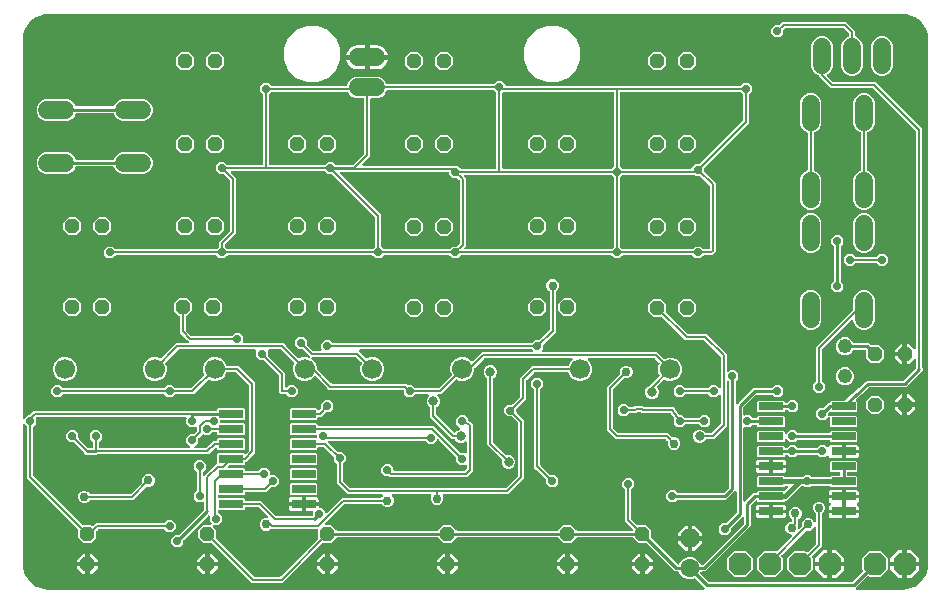
<source format=gbr>
G04 EAGLE Gerber X2 export*
%TF.Part,Single*%
%TF.FileFunction,Copper,L2,Bot,Mixed*%
%TF.FilePolarity,Positive*%
%TF.GenerationSoftware,Autodesk,EAGLE,9.1.0*%
%TF.CreationDate,2019-12-30T04:36:43Z*%
G75*
%MOMM*%
%FSLAX34Y34*%
%LPD*%
%AMOC8*
5,1,8,0,0,1.08239X$1,22.5*%
G01*
%ADD10P,1.319650X8X22.500000*%
%ADD11R,2.032000X0.660400*%
%ADD12C,1.219200*%
%ADD13P,2.089446X8X22.500000*%
%ADD14P,1.319650X8X292.500000*%
%ADD15C,1.700000*%
%ADD16C,1.524000*%
%ADD17P,1.732040X8X112.500000*%
%ADD18C,1.600200*%
%ADD19C,0.254000*%
%ADD20C,0.203200*%
%ADD21C,0.705600*%
%ADD22C,0.762000*%
%ADD23C,0.406400*%
%ADD24C,0.812800*%
%ADD25C,0.152400*%

G36*
X580682Y3942D02*
X580682Y3942D01*
X580712Y3939D01*
X580823Y3962D01*
X580935Y3978D01*
X580962Y3990D01*
X580990Y3995D01*
X581091Y4048D01*
X581194Y4094D01*
X581217Y4113D01*
X581243Y4126D01*
X581325Y4204D01*
X581411Y4277D01*
X581428Y4302D01*
X581449Y4322D01*
X581506Y4420D01*
X581569Y4514D01*
X581578Y4542D01*
X581593Y4567D01*
X581620Y4677D01*
X581655Y4785D01*
X581655Y4815D01*
X581663Y4843D01*
X581659Y4956D01*
X581662Y5069D01*
X581655Y5098D01*
X581654Y5127D01*
X581619Y5235D01*
X581590Y5344D01*
X581575Y5370D01*
X581566Y5398D01*
X581521Y5462D01*
X581445Y5589D01*
X581399Y5632D01*
X581371Y5671D01*
X580282Y6760D01*
X573904Y13138D01*
X573903Y13139D01*
X573902Y13141D01*
X573783Y13229D01*
X573677Y13309D01*
X573675Y13310D01*
X573674Y13311D01*
X573540Y13361D01*
X573411Y13410D01*
X573409Y13411D01*
X573408Y13411D01*
X573263Y13423D01*
X573128Y13434D01*
X573126Y13434D01*
X573125Y13434D01*
X573109Y13430D01*
X572849Y13378D01*
X572822Y13364D01*
X572797Y13358D01*
X570823Y12541D01*
X567033Y12541D01*
X563532Y13991D01*
X560853Y16670D01*
X560035Y18645D01*
X560034Y18646D01*
X560034Y18648D01*
X559963Y18766D01*
X559890Y18890D01*
X559889Y18891D01*
X559888Y18892D01*
X559784Y18990D01*
X559684Y19085D01*
X559682Y19085D01*
X559681Y19087D01*
X559555Y19151D01*
X559431Y19215D01*
X559429Y19215D01*
X559428Y19216D01*
X559413Y19218D01*
X559152Y19270D01*
X559122Y19267D01*
X559097Y19272D01*
X556436Y19272D01*
X532571Y43136D01*
X532502Y43188D01*
X532438Y43248D01*
X532388Y43274D01*
X532344Y43307D01*
X532263Y43338D01*
X532185Y43378D01*
X532137Y43386D01*
X532079Y43408D01*
X531931Y43420D01*
X531854Y43433D01*
X525449Y43433D01*
X520920Y47962D01*
X520851Y48014D01*
X520787Y48074D01*
X520737Y48100D01*
X520693Y48133D01*
X520612Y48164D01*
X520534Y48204D01*
X520486Y48212D01*
X520428Y48234D01*
X520280Y48246D01*
X520203Y48259D01*
X473509Y48259D01*
X473422Y48247D01*
X473335Y48244D01*
X473282Y48227D01*
X473227Y48219D01*
X473148Y48184D01*
X473064Y48157D01*
X473025Y48129D01*
X472968Y48103D01*
X472855Y48007D01*
X472791Y47962D01*
X468262Y43433D01*
X461949Y43433D01*
X457420Y47962D01*
X457351Y48014D01*
X457287Y48074D01*
X457237Y48100D01*
X457193Y48133D01*
X457112Y48164D01*
X457034Y48204D01*
X456986Y48212D01*
X456928Y48234D01*
X456780Y48246D01*
X456703Y48259D01*
X371909Y48259D01*
X371822Y48247D01*
X371735Y48244D01*
X371682Y48227D01*
X371627Y48219D01*
X371548Y48184D01*
X371464Y48157D01*
X371425Y48129D01*
X371368Y48103D01*
X371255Y48007D01*
X371191Y47962D01*
X366662Y43433D01*
X360349Y43433D01*
X355820Y47962D01*
X355751Y48014D01*
X355687Y48074D01*
X355637Y48100D01*
X355593Y48133D01*
X355512Y48164D01*
X355434Y48204D01*
X355386Y48212D01*
X355328Y48234D01*
X355180Y48246D01*
X355103Y48259D01*
X270309Y48259D01*
X270222Y48247D01*
X270135Y48244D01*
X270082Y48227D01*
X270027Y48219D01*
X269948Y48184D01*
X269864Y48157D01*
X269825Y48129D01*
X269768Y48103D01*
X269655Y48007D01*
X269591Y47962D01*
X265062Y43433D01*
X258459Y43433D01*
X258424Y43442D01*
X258340Y43440D01*
X258256Y43447D01*
X258199Y43435D01*
X258140Y43433D01*
X258060Y43407D01*
X257978Y43391D01*
X257925Y43364D01*
X257869Y43346D01*
X257813Y43306D01*
X257725Y43260D01*
X257652Y43191D01*
X257596Y43151D01*
X224350Y9905D01*
X197861Y9905D01*
X164616Y43151D01*
X164569Y43186D01*
X164528Y43229D01*
X164455Y43271D01*
X164389Y43322D01*
X164333Y43343D01*
X164282Y43373D01*
X164201Y43393D01*
X164123Y43423D01*
X164064Y43428D01*
X164007Y43442D01*
X163923Y43440D01*
X163840Y43447D01*
X163782Y43435D01*
X163730Y43433D01*
X157149Y43433D01*
X152685Y47897D01*
X152685Y54211D01*
X157149Y58675D01*
X162872Y58675D01*
X162901Y58679D01*
X162931Y58676D01*
X163042Y58699D01*
X163154Y58715D01*
X163181Y58727D01*
X163209Y58732D01*
X163310Y58785D01*
X163413Y58831D01*
X163436Y58850D01*
X163462Y58863D01*
X163544Y58941D01*
X163630Y59014D01*
X163647Y59039D01*
X163668Y59059D01*
X163725Y59157D01*
X163788Y59251D01*
X163797Y59279D01*
X163812Y59304D01*
X163839Y59414D01*
X163874Y59522D01*
X163874Y59552D01*
X163882Y59580D01*
X163878Y59693D01*
X163881Y59806D01*
X163874Y59835D01*
X163873Y59864D01*
X163838Y59972D01*
X163809Y60081D01*
X163794Y60107D01*
X163785Y60135D01*
X163739Y60199D01*
X163664Y60326D01*
X163618Y60369D01*
X163590Y60408D01*
X162337Y61661D01*
X162337Y65732D01*
X162333Y65761D01*
X162335Y65790D01*
X162313Y65901D01*
X162297Y66013D01*
X162285Y66040D01*
X162279Y66069D01*
X162227Y66169D01*
X162181Y66273D01*
X162162Y66295D01*
X162148Y66321D01*
X162071Y66403D01*
X161997Y66490D01*
X161973Y66506D01*
X161953Y66527D01*
X161855Y66585D01*
X161761Y66647D01*
X161733Y66656D01*
X161707Y66671D01*
X161598Y66699D01*
X161490Y66733D01*
X161460Y66734D01*
X161432Y66741D01*
X161319Y66738D01*
X161205Y66740D01*
X161177Y66733D01*
X161148Y66732D01*
X161040Y66697D01*
X160930Y66669D01*
X160905Y66654D01*
X160877Y66645D01*
X160813Y66599D01*
X160686Y66523D01*
X160643Y66478D01*
X160604Y66450D01*
X140256Y46102D01*
X140203Y46032D01*
X140143Y45968D01*
X140118Y45919D01*
X140085Y45875D01*
X140054Y45793D01*
X140014Y45715D01*
X140006Y45667D01*
X139984Y45609D01*
X139971Y45461D01*
X139958Y45384D01*
X139958Y42611D01*
X136999Y39651D01*
X132813Y39651D01*
X129853Y42611D01*
X129853Y46797D01*
X132813Y49757D01*
X135586Y49757D01*
X135672Y49769D01*
X135760Y49772D01*
X135812Y49789D01*
X135867Y49797D01*
X135947Y49832D01*
X136030Y49859D01*
X136069Y49887D01*
X136126Y49913D01*
X136240Y50009D01*
X136303Y50054D01*
X157468Y71218D01*
X157520Y71288D01*
X157580Y71352D01*
X157605Y71401D01*
X157639Y71445D01*
X157670Y71527D01*
X157710Y71605D01*
X157717Y71653D01*
X157740Y71711D01*
X157745Y71772D01*
X157751Y71792D01*
X157753Y71864D01*
X157765Y71936D01*
X157765Y77017D01*
X157761Y77046D01*
X157763Y77075D01*
X157741Y77186D01*
X157725Y77298D01*
X157713Y77325D01*
X157707Y77354D01*
X157655Y77454D01*
X157609Y77558D01*
X157590Y77580D01*
X157576Y77606D01*
X157498Y77688D01*
X157425Y77775D01*
X157401Y77791D01*
X157381Y77812D01*
X157283Y77869D01*
X157189Y77932D01*
X157161Y77941D01*
X157135Y77956D01*
X157026Y77984D01*
X156918Y78018D01*
X156888Y78019D01*
X156860Y78026D01*
X156746Y78022D01*
X156633Y78025D01*
X156605Y78018D01*
X156576Y78017D01*
X156468Y77982D01*
X156358Y77953D01*
X156333Y77938D01*
X156305Y77929D01*
X156241Y77884D01*
X156114Y77808D01*
X156071Y77762D01*
X156055Y77751D01*
X151863Y77751D01*
X148903Y80711D01*
X148903Y84897D01*
X151118Y87112D01*
X151170Y87181D01*
X151230Y87245D01*
X151255Y87295D01*
X151289Y87339D01*
X151320Y87420D01*
X151360Y87498D01*
X151367Y87546D01*
X151390Y87604D01*
X151402Y87752D01*
X151415Y87829D01*
X151415Y103179D01*
X151403Y103265D01*
X151400Y103353D01*
X151383Y103405D01*
X151375Y103460D01*
X151339Y103540D01*
X151313Y103623D01*
X151285Y103662D01*
X151259Y103719D01*
X151163Y103833D01*
X151118Y103896D01*
X148903Y106111D01*
X148903Y110297D01*
X151863Y113257D01*
X156049Y113257D01*
X159008Y110297D01*
X159008Y106111D01*
X156794Y103896D01*
X156741Y103827D01*
X156681Y103763D01*
X156656Y103713D01*
X156623Y103669D01*
X156592Y103588D01*
X156552Y103510D01*
X156544Y103462D01*
X156522Y103404D01*
X156509Y103256D01*
X156496Y103179D01*
X156496Y101436D01*
X156501Y101407D01*
X156498Y101378D01*
X156520Y101267D01*
X156536Y101155D01*
X156548Y101128D01*
X156554Y101099D01*
X156606Y100998D01*
X156653Y100895D01*
X156672Y100873D01*
X156685Y100847D01*
X156763Y100765D01*
X156836Y100678D01*
X156861Y100662D01*
X156881Y100641D01*
X156978Y100584D01*
X157073Y100521D01*
X157101Y100512D01*
X157126Y100497D01*
X157236Y100469D01*
X157344Y100435D01*
X157373Y100434D01*
X157402Y100427D01*
X157515Y100431D01*
X157628Y100428D01*
X157656Y100435D01*
X157686Y100436D01*
X157794Y100471D01*
X157903Y100499D01*
X157928Y100514D01*
X157956Y100523D01*
X158020Y100569D01*
X158148Y100645D01*
X158190Y100690D01*
X158230Y100718D01*
X159551Y102039D01*
X159551Y102040D01*
X168106Y110595D01*
X168136Y110612D01*
X168213Y110647D01*
X168257Y110685D01*
X168308Y110714D01*
X168365Y110776D01*
X168430Y110830D01*
X168462Y110879D01*
X168502Y110922D01*
X168541Y110997D01*
X168587Y111067D01*
X168605Y111123D01*
X168632Y111175D01*
X168643Y111243D01*
X168673Y111338D01*
X168676Y111438D01*
X168687Y111506D01*
X168687Y118488D01*
X169580Y119381D01*
X191163Y119381D01*
X191508Y119036D01*
X191555Y119000D01*
X191595Y118958D01*
X191668Y118915D01*
X191736Y118865D01*
X191790Y118844D01*
X191841Y118814D01*
X191922Y118794D01*
X192001Y118763D01*
X192060Y118759D01*
X192116Y118744D01*
X192201Y118747D01*
X192285Y118740D01*
X192342Y118751D01*
X192400Y118753D01*
X192481Y118779D01*
X192563Y118796D01*
X192615Y118823D01*
X192671Y118841D01*
X192727Y118881D01*
X192816Y118927D01*
X192888Y118996D01*
X192944Y119036D01*
X195568Y121659D01*
X195620Y121729D01*
X195680Y121793D01*
X195705Y121842D01*
X195739Y121886D01*
X195770Y121968D01*
X195810Y122046D01*
X195817Y122093D01*
X195840Y122152D01*
X195852Y122300D01*
X195865Y122377D01*
X195865Y176581D01*
X195858Y176631D01*
X195858Y176647D01*
X195853Y176668D01*
X195850Y176755D01*
X195833Y176808D01*
X195825Y176863D01*
X195789Y176942D01*
X195763Y177026D01*
X195735Y177065D01*
X195709Y177122D01*
X195613Y177235D01*
X195568Y177299D01*
X184951Y187916D01*
X184881Y187968D01*
X184817Y188028D01*
X184768Y188054D01*
X184723Y188087D01*
X184642Y188118D01*
X184564Y188158D01*
X184516Y188166D01*
X184458Y188188D01*
X184310Y188200D01*
X184233Y188213D01*
X177132Y188213D01*
X177131Y188213D01*
X177129Y188213D01*
X176989Y188193D01*
X176851Y188173D01*
X176849Y188173D01*
X176848Y188173D01*
X176722Y188116D01*
X176591Y188057D01*
X176590Y188056D01*
X176589Y188055D01*
X176481Y187964D01*
X176374Y187874D01*
X176374Y187872D01*
X176372Y187871D01*
X176364Y187858D01*
X176217Y187637D01*
X176208Y187608D01*
X176194Y187587D01*
X175154Y185075D01*
X172334Y182255D01*
X168650Y180729D01*
X164662Y180729D01*
X162151Y181769D01*
X162149Y181770D01*
X162148Y181771D01*
X162015Y181804D01*
X161875Y181840D01*
X161874Y181840D01*
X161872Y181841D01*
X161731Y181836D01*
X161591Y181832D01*
X161590Y181832D01*
X161588Y181832D01*
X161454Y181788D01*
X161320Y181746D01*
X161319Y181745D01*
X161318Y181744D01*
X161305Y181735D01*
X161084Y181587D01*
X161065Y181564D01*
X161044Y181549D01*
X150444Y170949D01*
X148658Y169163D01*
X133581Y169163D01*
X133495Y169151D01*
X133407Y169148D01*
X133354Y169131D01*
X133300Y169123D01*
X133220Y169088D01*
X133137Y169061D01*
X133097Y169033D01*
X133040Y169007D01*
X132927Y168911D01*
X132863Y168866D01*
X130649Y166651D01*
X126463Y166651D01*
X124248Y168866D01*
X124178Y168918D01*
X124115Y168978D01*
X124065Y169004D01*
X124021Y169037D01*
X123939Y169068D01*
X123861Y169108D01*
X123814Y169116D01*
X123755Y169138D01*
X123608Y169150D01*
X123530Y169163D01*
X38331Y169163D01*
X38245Y169151D01*
X38157Y169148D01*
X38105Y169131D01*
X38050Y169123D01*
X37970Y169088D01*
X37887Y169061D01*
X37847Y169033D01*
X37790Y169007D01*
X37677Y168911D01*
X37613Y168866D01*
X35399Y166651D01*
X31213Y166651D01*
X28253Y169611D01*
X28253Y173797D01*
X31213Y176757D01*
X35399Y176757D01*
X37613Y174542D01*
X37683Y174490D01*
X37747Y174430D01*
X37796Y174404D01*
X37841Y174371D01*
X37922Y174340D01*
X38000Y174300D01*
X38048Y174292D01*
X38106Y174270D01*
X38254Y174258D01*
X38331Y174245D01*
X123530Y174245D01*
X123617Y174257D01*
X123704Y174260D01*
X123757Y174277D01*
X123812Y174285D01*
X123892Y174320D01*
X123975Y174347D01*
X124014Y174375D01*
X124071Y174401D01*
X124184Y174497D01*
X124248Y174542D01*
X126463Y176757D01*
X130649Y176757D01*
X132863Y174542D01*
X132933Y174490D01*
X132997Y174430D01*
X133046Y174404D01*
X133090Y174371D01*
X133172Y174340D01*
X133250Y174300D01*
X133298Y174292D01*
X133356Y174270D01*
X133504Y174258D01*
X133581Y174245D01*
X146133Y174245D01*
X146219Y174257D01*
X146307Y174260D01*
X146359Y174277D01*
X146414Y174285D01*
X146494Y174320D01*
X146577Y174347D01*
X146617Y174375D01*
X146674Y174401D01*
X146787Y174497D01*
X146851Y174542D01*
X157451Y185142D01*
X157452Y185144D01*
X157453Y185145D01*
X157538Y185258D01*
X157622Y185370D01*
X157623Y185371D01*
X157624Y185372D01*
X157673Y185504D01*
X157723Y185635D01*
X157723Y185637D01*
X157724Y185638D01*
X157735Y185778D01*
X157747Y185919D01*
X157746Y185920D01*
X157747Y185922D01*
X157743Y185936D01*
X157691Y186197D01*
X157677Y186225D01*
X157671Y186249D01*
X156631Y188760D01*
X156631Y192748D01*
X158157Y196433D01*
X160977Y199253D01*
X164662Y200779D01*
X168650Y200779D01*
X172334Y199253D01*
X175154Y196433D01*
X176194Y193921D01*
X176195Y193920D01*
X176196Y193919D01*
X176266Y193800D01*
X176339Y193677D01*
X176340Y193676D01*
X176341Y193674D01*
X176445Y193577D01*
X176546Y193481D01*
X176547Y193481D01*
X176548Y193480D01*
X176674Y193415D01*
X176798Y193351D01*
X176800Y193351D01*
X176801Y193350D01*
X176816Y193348D01*
X177077Y193296D01*
X177108Y193299D01*
X177132Y193295D01*
X186758Y193295D01*
X200946Y179106D01*
X200946Y119852D01*
X193108Y112013D01*
X193072Y112013D01*
X193014Y112005D01*
X192955Y112007D01*
X192874Y111985D01*
X192790Y111973D01*
X192737Y111950D01*
X192680Y111935D01*
X192608Y111892D01*
X192531Y111857D01*
X192486Y111819D01*
X192436Y111790D01*
X192378Y111728D01*
X192314Y111674D01*
X192281Y111625D01*
X192241Y111582D01*
X192203Y111507D01*
X192156Y111437D01*
X192139Y111381D01*
X192112Y111329D01*
X192101Y111261D01*
X192070Y111166D01*
X192068Y111066D01*
X192056Y110998D01*
X192056Y110620D01*
X191163Y109727D01*
X179559Y109727D01*
X179472Y109715D01*
X179385Y109712D01*
X179332Y109695D01*
X179277Y109687D01*
X179197Y109652D01*
X179114Y109625D01*
X179075Y109597D01*
X179018Y109571D01*
X178904Y109475D01*
X178841Y109430D01*
X177825Y108414D01*
X177807Y108390D01*
X177785Y108371D01*
X177722Y108277D01*
X177654Y108187D01*
X177643Y108159D01*
X177627Y108135D01*
X177593Y108027D01*
X177553Y107921D01*
X177550Y107892D01*
X177541Y107864D01*
X177538Y107750D01*
X177529Y107638D01*
X177535Y107609D01*
X177534Y107580D01*
X177563Y107470D01*
X177585Y107359D01*
X177598Y107333D01*
X177606Y107305D01*
X177664Y107207D01*
X177716Y107107D01*
X177736Y107085D01*
X177751Y107060D01*
X177834Y106983D01*
X177912Y106901D01*
X177937Y106886D01*
X177958Y106866D01*
X178059Y106814D01*
X178157Y106757D01*
X178185Y106750D01*
X178212Y106736D01*
X178289Y106723D01*
X178433Y106687D01*
X178495Y106689D01*
X178543Y106681D01*
X191163Y106681D01*
X192056Y105788D01*
X192056Y105156D01*
X192065Y105098D01*
X192063Y105040D01*
X192084Y104958D01*
X192096Y104874D01*
X192120Y104821D01*
X192135Y104765D01*
X192178Y104692D01*
X192213Y104615D01*
X192250Y104570D01*
X192280Y104520D01*
X192342Y104462D01*
X192396Y104398D01*
X192445Y104366D01*
X192488Y104326D01*
X192563Y104287D01*
X192633Y104240D01*
X192689Y104223D01*
X192741Y104196D01*
X192809Y104185D01*
X192904Y104155D01*
X193004Y104152D01*
X193072Y104141D01*
X202651Y104141D01*
X202738Y104153D01*
X202825Y104156D01*
X202878Y104173D01*
X202933Y104181D01*
X203013Y104216D01*
X203096Y104243D01*
X203135Y104271D01*
X203192Y104297D01*
X203305Y104393D01*
X203369Y104438D01*
X205838Y106907D01*
X210024Y106907D01*
X212983Y103947D01*
X212983Y101572D01*
X212992Y101514D01*
X212990Y101456D01*
X213011Y101374D01*
X213023Y101290D01*
X213047Y101237D01*
X213062Y101181D01*
X213105Y101108D01*
X213140Y101031D01*
X213177Y100986D01*
X213207Y100936D01*
X213269Y100878D01*
X213323Y100814D01*
X213372Y100782D01*
X213415Y100742D01*
X213490Y100703D01*
X213560Y100656D01*
X213616Y100639D01*
X213668Y100612D01*
X213736Y100601D01*
X213831Y100571D01*
X213931Y100568D01*
X213999Y100557D01*
X217929Y100557D01*
X220889Y97597D01*
X220889Y93411D01*
X217929Y90451D01*
X214438Y90451D01*
X214352Y90439D01*
X214264Y90436D01*
X214212Y90419D01*
X214157Y90411D01*
X214077Y90376D01*
X213994Y90349D01*
X213954Y90321D01*
X213897Y90295D01*
X213784Y90199D01*
X213720Y90154D01*
X210434Y86867D01*
X193072Y86867D01*
X193014Y86859D01*
X192955Y86861D01*
X192874Y86839D01*
X192790Y86827D01*
X192737Y86804D01*
X192680Y86789D01*
X192608Y86746D01*
X192531Y86711D01*
X192486Y86673D01*
X192436Y86644D01*
X192378Y86582D01*
X192314Y86528D01*
X192281Y86479D01*
X192241Y86436D01*
X192203Y86361D01*
X192156Y86291D01*
X192139Y86235D01*
X192112Y86183D01*
X192101Y86115D01*
X192070Y86020D01*
X192068Y85920D01*
X192056Y85852D01*
X192056Y85220D01*
X191163Y84327D01*
X170212Y84327D01*
X170154Y84319D01*
X170095Y84321D01*
X170014Y84299D01*
X169930Y84287D01*
X169877Y84264D01*
X169820Y84249D01*
X169748Y84206D01*
X169671Y84171D01*
X169626Y84133D01*
X169576Y84104D01*
X169518Y84042D01*
X169454Y83988D01*
X169421Y83939D01*
X169381Y83896D01*
X169343Y83821D01*
X169296Y83751D01*
X169279Y83695D01*
X169252Y83643D01*
X169241Y83575D01*
X169210Y83480D01*
X169208Y83380D01*
X169196Y83312D01*
X169196Y82296D01*
X169205Y82238D01*
X169203Y82180D01*
X169224Y82098D01*
X169236Y82014D01*
X169260Y81961D01*
X169275Y81905D01*
X169318Y81832D01*
X169353Y81755D01*
X169390Y81710D01*
X169420Y81660D01*
X169482Y81602D01*
X169536Y81538D01*
X169585Y81506D01*
X169628Y81466D01*
X169703Y81427D01*
X169773Y81380D01*
X169829Y81363D01*
X169881Y81336D01*
X169949Y81325D01*
X170044Y81295D01*
X170144Y81292D01*
X170212Y81281D01*
X191163Y81281D01*
X192056Y80388D01*
X192056Y80010D01*
X192065Y79952D01*
X192063Y79894D01*
X192084Y79812D01*
X192096Y79728D01*
X192120Y79675D01*
X192135Y79619D01*
X192178Y79546D01*
X192213Y79469D01*
X192250Y79424D01*
X192280Y79374D01*
X192342Y79316D01*
X192396Y79252D01*
X192445Y79220D01*
X192488Y79180D01*
X192563Y79141D01*
X192633Y79094D01*
X192689Y79077D01*
X192741Y79050D01*
X192809Y79039D01*
X192904Y79009D01*
X193004Y79006D01*
X193072Y78995D01*
X205808Y78995D01*
X218211Y66592D01*
X218281Y66540D01*
X218345Y66480D01*
X218394Y66454D01*
X218438Y66421D01*
X218520Y66390D01*
X218598Y66350D01*
X218645Y66342D01*
X218704Y66320D01*
X218851Y66308D01*
X218929Y66295D01*
X248587Y66295D01*
X248674Y66307D01*
X248761Y66310D01*
X248814Y66327D01*
X248869Y66335D01*
X248949Y66370D01*
X249032Y66397D01*
X249071Y66425D01*
X249128Y66451D01*
X249241Y66547D01*
X249305Y66592D01*
X249472Y66759D01*
X249524Y66828D01*
X249584Y66892D01*
X249609Y66942D01*
X249643Y66986D01*
X249674Y67067D01*
X249714Y67145D01*
X249721Y67193D01*
X249744Y67251D01*
X249756Y67399D01*
X249769Y67476D01*
X249769Y69596D01*
X249761Y69654D01*
X249762Y69712D01*
X249741Y69794D01*
X249729Y69878D01*
X249705Y69931D01*
X249691Y69987D01*
X249647Y70060D01*
X249613Y70137D01*
X249575Y70182D01*
X249545Y70232D01*
X249484Y70290D01*
X249429Y70354D01*
X249381Y70386D01*
X249338Y70426D01*
X249263Y70465D01*
X249193Y70512D01*
X249137Y70529D01*
X249085Y70556D01*
X249017Y70567D01*
X248922Y70597D01*
X248822Y70600D01*
X248754Y70611D01*
X243490Y70611D01*
X243490Y74804D01*
X254540Y74804D01*
X254540Y74224D01*
X254549Y74166D01*
X254547Y74108D01*
X254568Y74026D01*
X254580Y73943D01*
X254604Y73889D01*
X254619Y73833D01*
X254662Y73760D01*
X254697Y73683D01*
X254734Y73639D01*
X254764Y73588D01*
X254826Y73531D01*
X254880Y73466D01*
X254929Y73434D01*
X254972Y73394D01*
X255047Y73356D01*
X255117Y73309D01*
X255173Y73291D01*
X255225Y73265D01*
X255293Y73253D01*
X255388Y73223D01*
X255488Y73220D01*
X255556Y73209D01*
X256915Y73209D01*
X259874Y70249D01*
X259874Y69894D01*
X259879Y69865D01*
X259876Y69836D01*
X259898Y69725D01*
X259914Y69613D01*
X259926Y69586D01*
X259932Y69557D01*
X259984Y69457D01*
X260031Y69353D01*
X260050Y69331D01*
X260063Y69305D01*
X260141Y69223D01*
X260214Y69136D01*
X260239Y69120D01*
X260259Y69099D01*
X260356Y69041D01*
X260451Y68979D01*
X260479Y68970D01*
X260504Y68955D01*
X260614Y68927D01*
X260722Y68893D01*
X260751Y68892D01*
X260780Y68885D01*
X260893Y68888D01*
X261006Y68886D01*
X261034Y68893D01*
X261064Y68894D01*
X261172Y68929D01*
X261281Y68957D01*
X261306Y68972D01*
X261334Y68981D01*
X261398Y69027D01*
X261526Y69103D01*
X261568Y69148D01*
X261608Y69176D01*
X274315Y81884D01*
X307306Y81884D01*
X307307Y81884D01*
X307309Y81884D01*
X307451Y81905D01*
X307587Y81924D01*
X307589Y81924D01*
X307590Y81925D01*
X307718Y81983D01*
X307846Y82040D01*
X307848Y82041D01*
X307849Y82042D01*
X307956Y82133D01*
X308063Y82224D01*
X308064Y82225D01*
X308066Y82226D01*
X308074Y82240D01*
X308107Y82289D01*
X308666Y82848D01*
X308684Y82872D01*
X308706Y82891D01*
X308769Y82985D01*
X308837Y83075D01*
X308848Y83103D01*
X308864Y83127D01*
X308898Y83235D01*
X308938Y83341D01*
X308941Y83370D01*
X308950Y83398D01*
X308952Y83512D01*
X308962Y83624D01*
X308956Y83653D01*
X308957Y83682D01*
X308928Y83792D01*
X308906Y83903D01*
X308892Y83929D01*
X308885Y83957D01*
X308827Y84055D01*
X308775Y84155D01*
X308755Y84177D01*
X308740Y84202D01*
X308657Y84279D01*
X308579Y84361D01*
X308554Y84376D01*
X308532Y84396D01*
X308431Y84448D01*
X308334Y84505D01*
X308305Y84512D01*
X308279Y84526D01*
X308202Y84539D01*
X308058Y84575D01*
X307996Y84573D01*
X307948Y84581D01*
X278983Y84581D01*
X269716Y93848D01*
X269716Y110100D01*
X269703Y110187D01*
X269700Y110274D01*
X269683Y110327D01*
X269676Y110382D01*
X269640Y110461D01*
X269613Y110545D01*
X269585Y110584D01*
X269559Y110641D01*
X269464Y110754D01*
X269418Y110818D01*
X267204Y113033D01*
X267204Y116165D01*
X267191Y116251D01*
X267188Y116339D01*
X267171Y116391D01*
X267164Y116446D01*
X267128Y116526D01*
X267101Y116609D01*
X267073Y116648D01*
X267047Y116705D01*
X266952Y116819D01*
X266906Y116882D01*
X259373Y124416D01*
X259303Y124468D01*
X259239Y124528D01*
X259190Y124554D01*
X259145Y124587D01*
X259064Y124618D01*
X258986Y124658D01*
X258938Y124666D01*
X258880Y124688D01*
X258732Y124700D01*
X258655Y124713D01*
X254540Y124713D01*
X254482Y124705D01*
X254423Y124707D01*
X254342Y124685D01*
X254258Y124673D01*
X254205Y124650D01*
X254148Y124635D01*
X254076Y124592D01*
X253999Y124557D01*
X253954Y124519D01*
X253904Y124490D01*
X253846Y124428D01*
X253782Y124374D01*
X253749Y124325D01*
X253709Y124282D01*
X253671Y124207D01*
X253624Y124137D01*
X253607Y124081D01*
X253580Y124029D01*
X253569Y123961D01*
X253538Y123866D01*
X253536Y123766D01*
X253524Y123698D01*
X253524Y123320D01*
X252631Y122427D01*
X231048Y122427D01*
X230155Y123320D01*
X230155Y131188D01*
X231048Y132081D01*
X252050Y132081D01*
X252108Y132089D01*
X252167Y132087D01*
X252248Y132109D01*
X252332Y132121D01*
X252385Y132144D01*
X252442Y132159D01*
X252514Y132202D01*
X252591Y132237D01*
X252636Y132275D01*
X252686Y132304D01*
X252744Y132366D01*
X252808Y132420D01*
X252841Y132469D01*
X252881Y132512D01*
X252919Y132587D01*
X252966Y132657D01*
X252984Y132713D01*
X253010Y132765D01*
X253022Y132833D01*
X253052Y132928D01*
X253054Y133028D01*
X253066Y133096D01*
X253066Y134112D01*
X253058Y134170D01*
X253059Y134228D01*
X253038Y134310D01*
X253026Y134394D01*
X253002Y134447D01*
X252987Y134503D01*
X252944Y134576D01*
X252910Y134653D01*
X252872Y134698D01*
X252842Y134748D01*
X252780Y134806D01*
X252726Y134870D01*
X252677Y134902D01*
X252635Y134942D01*
X252560Y134981D01*
X252489Y135028D01*
X252434Y135045D01*
X252382Y135072D01*
X252313Y135083D01*
X252218Y135113D01*
X252119Y135116D01*
X252050Y135127D01*
X231048Y135127D01*
X230155Y136020D01*
X230155Y143888D01*
X231048Y144781D01*
X252631Y144781D01*
X253524Y143888D01*
X253524Y143510D01*
X253533Y143452D01*
X253531Y143394D01*
X253552Y143312D01*
X253564Y143228D01*
X253588Y143175D01*
X253603Y143119D01*
X253646Y143046D01*
X253681Y142969D01*
X253718Y142924D01*
X253748Y142874D01*
X253810Y142816D01*
X253864Y142752D01*
X253913Y142720D01*
X253956Y142680D01*
X254031Y142641D01*
X254101Y142594D01*
X254157Y142577D01*
X254209Y142550D01*
X254277Y142539D01*
X254372Y142509D01*
X254472Y142506D01*
X254540Y142495D01*
X351858Y142495D01*
X374449Y119904D01*
X374519Y119852D01*
X374583Y119792D01*
X374632Y119766D01*
X374676Y119733D01*
X374758Y119702D01*
X374836Y119662D01*
X374883Y119654D01*
X374942Y119632D01*
X375089Y119620D01*
X375167Y119607D01*
X378304Y119607D01*
X378305Y119606D01*
X378324Y119583D01*
X378419Y119521D01*
X378509Y119453D01*
X378536Y119442D01*
X378561Y119426D01*
X378669Y119392D01*
X378775Y119351D01*
X378804Y119349D01*
X378832Y119340D01*
X378945Y119337D01*
X379058Y119328D01*
X379087Y119334D01*
X379116Y119333D01*
X379226Y119361D01*
X379337Y119384D01*
X379363Y119397D01*
X379391Y119405D01*
X379488Y119462D01*
X379589Y119515D01*
X379610Y119535D01*
X379636Y119550D01*
X379713Y119632D01*
X379795Y119710D01*
X379810Y119736D01*
X379830Y119757D01*
X379882Y119858D01*
X379939Y119956D01*
X379946Y119984D01*
X379960Y120010D01*
X379972Y120088D01*
X380009Y120231D01*
X380007Y120294D01*
X380015Y120341D01*
X380015Y128519D01*
X380011Y128548D01*
X380013Y128577D01*
X379991Y128688D01*
X379975Y128801D01*
X379963Y128827D01*
X379957Y128856D01*
X379905Y128957D01*
X379859Y129060D01*
X379840Y129082D01*
X379826Y129108D01*
X379748Y129191D01*
X379675Y129277D01*
X379651Y129293D01*
X379631Y129315D01*
X379533Y129372D01*
X379439Y129435D01*
X379411Y129443D01*
X379385Y129458D01*
X379276Y129486D01*
X379168Y129520D01*
X379138Y129521D01*
X379110Y129528D01*
X378996Y129525D01*
X378883Y129528D01*
X378855Y129520D01*
X378826Y129519D01*
X378718Y129484D01*
X378608Y129456D01*
X378583Y129441D01*
X378555Y129432D01*
X378491Y129386D01*
X378364Y129311D01*
X378321Y129265D01*
X378282Y129237D01*
X378101Y129057D01*
X376047Y128206D01*
X373824Y128206D01*
X371770Y129057D01*
X370198Y130629D01*
X370197Y130630D01*
X370131Y130742D01*
X370054Y130872D01*
X370053Y130873D01*
X370052Y130874D01*
X369948Y130972D01*
X369847Y131067D01*
X369846Y131068D01*
X369845Y131069D01*
X369717Y131134D01*
X369595Y131197D01*
X369593Y131198D01*
X369592Y131198D01*
X369576Y131201D01*
X369316Y131252D01*
X369285Y131250D01*
X369261Y131254D01*
X367660Y131254D01*
X349059Y149855D01*
X349059Y157679D01*
X349059Y157680D01*
X349059Y157682D01*
X349039Y157820D01*
X349019Y157960D01*
X349018Y157962D01*
X349018Y157963D01*
X348961Y158088D01*
X348903Y158220D01*
X348902Y158221D01*
X348901Y158222D01*
X348811Y158328D01*
X348719Y158437D01*
X348718Y158437D01*
X348717Y158439D01*
X348704Y158447D01*
X348482Y158594D01*
X348453Y158603D01*
X348435Y158615D01*
X346862Y160188D01*
X346011Y162242D01*
X346011Y164465D01*
X346862Y166520D01*
X347772Y167430D01*
X347790Y167454D01*
X347812Y167473D01*
X347875Y167567D01*
X347943Y167657D01*
X347954Y167685D01*
X347970Y167709D01*
X348004Y167817D01*
X348044Y167923D01*
X348047Y167952D01*
X348056Y167980D01*
X348059Y168094D01*
X348068Y168206D01*
X348062Y168235D01*
X348063Y168264D01*
X348034Y168374D01*
X348012Y168485D01*
X347998Y168511D01*
X347991Y168539D01*
X347933Y168637D01*
X347881Y168737D01*
X347861Y168759D01*
X347846Y168784D01*
X347763Y168861D01*
X347685Y168943D01*
X347660Y168958D01*
X347639Y168978D01*
X347538Y169030D01*
X347440Y169087D01*
X347412Y169094D01*
X347385Y169108D01*
X347308Y169121D01*
X347164Y169157D01*
X347102Y169155D01*
X347054Y169163D01*
X336781Y169163D01*
X336695Y169151D01*
X336607Y169148D01*
X336555Y169131D01*
X336500Y169123D01*
X336420Y169088D01*
X336337Y169061D01*
X336297Y169033D01*
X336240Y169007D01*
X336127Y168911D01*
X336063Y168866D01*
X333849Y166651D01*
X329663Y166651D01*
X326703Y169611D01*
X326703Y172244D01*
X326695Y172302D01*
X326696Y172360D01*
X326675Y172442D01*
X326663Y172525D01*
X326639Y172579D01*
X326625Y172635D01*
X326581Y172708D01*
X326547Y172785D01*
X326509Y172829D01*
X326479Y172880D01*
X326418Y172937D01*
X326363Y173002D01*
X326315Y173034D01*
X326272Y173074D01*
X326197Y173113D01*
X326127Y173159D01*
X326071Y173177D01*
X326019Y173204D01*
X325951Y173215D01*
X325856Y173245D01*
X325756Y173248D01*
X325688Y173259D01*
X263425Y173259D01*
X261639Y175045D01*
X252199Y184485D01*
X252153Y184520D01*
X252112Y184562D01*
X252040Y184605D01*
X251972Y184656D01*
X251918Y184676D01*
X251867Y184706D01*
X251785Y184727D01*
X251707Y184757D01*
X251648Y184762D01*
X251592Y184776D01*
X251507Y184773D01*
X251423Y184780D01*
X251366Y184769D01*
X251307Y184767D01*
X251227Y184741D01*
X251144Y184725D01*
X251093Y184698D01*
X251037Y184680D01*
X250981Y184640D01*
X250892Y184594D01*
X250820Y184525D01*
X250764Y184485D01*
X248534Y182255D01*
X244850Y180729D01*
X240862Y180729D01*
X237177Y182255D01*
X234357Y185075D01*
X232831Y188760D01*
X232831Y192748D01*
X233871Y195259D01*
X233872Y195261D01*
X233872Y195262D01*
X233904Y195388D01*
X233942Y195534D01*
X233942Y195536D01*
X233942Y195538D01*
X233938Y195677D01*
X233934Y195819D01*
X233933Y195820D01*
X233933Y195822D01*
X233890Y195956D01*
X233847Y196089D01*
X233846Y196091D01*
X233846Y196092D01*
X233837Y196105D01*
X233689Y196325D01*
X233666Y196345D01*
X233651Y196366D01*
X223051Y206966D01*
X222981Y207018D01*
X222917Y207078D01*
X222868Y207104D01*
X222823Y207137D01*
X222742Y207168D01*
X222664Y207208D01*
X222616Y207216D01*
X222558Y207238D01*
X222410Y207250D01*
X222333Y207263D01*
X212773Y207263D01*
X212715Y207255D01*
X212657Y207257D01*
X212575Y207235D01*
X212492Y207223D01*
X212438Y207200D01*
X212382Y207185D01*
X212309Y207142D01*
X212232Y207107D01*
X212188Y207069D01*
X212137Y207040D01*
X212080Y206978D01*
X212015Y206924D01*
X211983Y206875D01*
X211943Y206832D01*
X211904Y206757D01*
X211858Y206687D01*
X211840Y206631D01*
X211813Y206579D01*
X211802Y206511D01*
X211772Y206416D01*
X211769Y206316D01*
X211758Y206248D01*
X211758Y202697D01*
X211770Y202610D01*
X211773Y202523D01*
X211790Y202470D01*
X211798Y202415D01*
X211834Y202336D01*
X211860Y202252D01*
X211888Y202213D01*
X211914Y202156D01*
X212010Y202043D01*
X212055Y201979D01*
X226346Y187688D01*
X226346Y175964D01*
X226351Y175935D01*
X226348Y175905D01*
X226370Y175794D01*
X226386Y175682D01*
X226398Y175655D01*
X226404Y175627D01*
X226456Y175526D01*
X226503Y175423D01*
X226522Y175400D01*
X226535Y175374D01*
X226613Y175292D01*
X226686Y175206D01*
X226711Y175189D01*
X226731Y175168D01*
X226828Y175111D01*
X226923Y175048D01*
X226951Y175039D01*
X226976Y175024D01*
X227086Y174997D01*
X227194Y174962D01*
X227223Y174962D01*
X227252Y174954D01*
X227365Y174958D01*
X227478Y174955D01*
X227506Y174962D01*
X227536Y174963D01*
X227644Y174998D01*
X227753Y175027D01*
X227778Y175042D01*
X227806Y175051D01*
X227870Y175096D01*
X227998Y175172D01*
X228040Y175218D01*
X228080Y175246D01*
X229591Y176757D01*
X233776Y176757D01*
X236736Y173797D01*
X236736Y169611D01*
X233776Y166651D01*
X229591Y166651D01*
X227376Y168866D01*
X227306Y168918D01*
X227242Y168978D01*
X227193Y169004D01*
X227149Y169037D01*
X227067Y169068D01*
X226989Y169108D01*
X226942Y169116D01*
X226883Y169138D01*
X226735Y169150D01*
X226658Y169163D01*
X222753Y169163D01*
X221265Y170652D01*
X221265Y185163D01*
X221253Y185249D01*
X221250Y185337D01*
X221233Y185389D01*
X221225Y185444D01*
X221189Y185524D01*
X221163Y185607D01*
X221135Y185646D01*
X221109Y185703D01*
X221013Y185817D01*
X220968Y185880D01*
X208462Y198386D01*
X208392Y198438D01*
X208328Y198498D01*
X208279Y198524D01*
X208235Y198557D01*
X208153Y198588D01*
X208075Y198628D01*
X208028Y198636D01*
X207969Y198658D01*
X207822Y198670D01*
X207744Y198683D01*
X204612Y198683D01*
X201653Y201643D01*
X201653Y206248D01*
X201644Y206306D01*
X201646Y206364D01*
X201625Y206446D01*
X201613Y206530D01*
X201589Y206583D01*
X201574Y206639D01*
X201531Y206712D01*
X201496Y206789D01*
X201459Y206834D01*
X201429Y206884D01*
X201367Y206942D01*
X201313Y207006D01*
X201264Y207038D01*
X201221Y207078D01*
X201146Y207117D01*
X201076Y207164D01*
X201020Y207181D01*
X200968Y207208D01*
X200900Y207219D01*
X200805Y207249D01*
X200705Y207252D01*
X200637Y207263D01*
X136379Y207263D01*
X136292Y207251D01*
X136205Y207248D01*
X136152Y207231D01*
X136097Y207223D01*
X136017Y207188D01*
X135934Y207161D01*
X135895Y207133D01*
X135838Y207107D01*
X135725Y207011D01*
X135661Y206966D01*
X125060Y196366D01*
X125059Y196364D01*
X125058Y196363D01*
X124973Y196250D01*
X124890Y196138D01*
X124889Y196137D01*
X124888Y196136D01*
X124836Y195998D01*
X124788Y195873D01*
X124788Y195871D01*
X124788Y195870D01*
X124776Y195730D01*
X124765Y195589D01*
X124765Y195588D01*
X124765Y195586D01*
X124768Y195571D01*
X124821Y195311D01*
X124835Y195283D01*
X124840Y195259D01*
X125880Y192748D01*
X125880Y188760D01*
X124354Y185075D01*
X121534Y182255D01*
X117850Y180729D01*
X113862Y180729D01*
X110177Y182255D01*
X107357Y185075D01*
X105831Y188760D01*
X105831Y192748D01*
X107357Y196433D01*
X110177Y199253D01*
X113862Y200779D01*
X117850Y200779D01*
X120361Y199739D01*
X120362Y199738D01*
X120364Y199737D01*
X120497Y199704D01*
X120636Y199668D01*
X120638Y199668D01*
X120639Y199667D01*
X120780Y199672D01*
X120920Y199676D01*
X120922Y199676D01*
X120923Y199676D01*
X121058Y199720D01*
X121191Y199762D01*
X121192Y199763D01*
X121194Y199764D01*
X121206Y199773D01*
X121427Y199921D01*
X121447Y199944D01*
X121467Y199959D01*
X132068Y210559D01*
X133853Y212345D01*
X143815Y212345D01*
X143844Y212349D01*
X143873Y212346D01*
X143984Y212369D01*
X144097Y212385D01*
X144123Y212397D01*
X144152Y212402D01*
X144253Y212455D01*
X144356Y212501D01*
X144378Y212520D01*
X144404Y212533D01*
X144487Y212611D01*
X144573Y212684D01*
X144589Y212709D01*
X144611Y212729D01*
X144668Y212827D01*
X144731Y212921D01*
X144739Y212949D01*
X144754Y212974D01*
X144782Y213084D01*
X144816Y213192D01*
X144817Y213222D01*
X144824Y213250D01*
X144821Y213363D01*
X144824Y213476D01*
X144816Y213505D01*
X144815Y213534D01*
X144780Y213642D01*
X144752Y213751D01*
X144737Y213777D01*
X144728Y213805D01*
X144682Y213869D01*
X144607Y213996D01*
X144561Y214039D01*
X144533Y214078D01*
X143212Y215399D01*
X137159Y221452D01*
X137159Y234474D01*
X137151Y234532D01*
X137153Y234590D01*
X137131Y234672D01*
X137119Y234755D01*
X137096Y234809D01*
X137081Y234865D01*
X137038Y234938D01*
X137003Y235015D01*
X136965Y235059D01*
X136936Y235110D01*
X136874Y235167D01*
X136820Y235232D01*
X136771Y235264D01*
X136729Y235303D01*
X132079Y239953D01*
X132079Y246266D01*
X136543Y250730D01*
X142857Y250730D01*
X147321Y246266D01*
X147321Y239953D01*
X142652Y235284D01*
X142620Y235265D01*
X142562Y235204D01*
X142498Y235149D01*
X142466Y235101D01*
X142426Y235058D01*
X142387Y234983D01*
X142340Y234913D01*
X142323Y234857D01*
X142296Y234805D01*
X142285Y234737D01*
X142255Y234642D01*
X142252Y234542D01*
X142241Y234474D01*
X142241Y223977D01*
X142253Y223890D01*
X142256Y223803D01*
X142273Y223750D01*
X142281Y223695D01*
X142316Y223616D01*
X142343Y223532D01*
X142371Y223493D01*
X142397Y223436D01*
X142493Y223323D01*
X142538Y223259D01*
X146805Y218992D01*
X146875Y218940D01*
X146939Y218880D01*
X146988Y218854D01*
X147032Y218821D01*
X147114Y218790D01*
X147192Y218750D01*
X147239Y218742D01*
X147298Y218720D01*
X147446Y218708D01*
X147523Y218695D01*
X180680Y218695D01*
X180767Y218707D01*
X180854Y218710D01*
X180907Y218727D01*
X180962Y218735D01*
X181042Y218770D01*
X181125Y218797D01*
X181164Y218825D01*
X181221Y218851D01*
X181334Y218947D01*
X181398Y218992D01*
X183613Y221207D01*
X187799Y221207D01*
X190758Y218247D01*
X190758Y214056D01*
X190758Y214054D01*
X190735Y214035D01*
X190672Y213941D01*
X190604Y213851D01*
X190594Y213823D01*
X190578Y213799D01*
X190543Y213691D01*
X190503Y213585D01*
X190501Y213556D01*
X190492Y213528D01*
X190489Y213415D01*
X190480Y213302D01*
X190485Y213273D01*
X190485Y213244D01*
X190513Y213134D01*
X190535Y213023D01*
X190549Y212997D01*
X190556Y212969D01*
X190614Y212871D01*
X190666Y212771D01*
X190687Y212749D01*
X190702Y212724D01*
X190784Y212647D01*
X190862Y212565D01*
X190888Y212550D01*
X190909Y212530D01*
X191010Y212478D01*
X191107Y212421D01*
X191136Y212414D01*
X191162Y212400D01*
X191239Y212387D01*
X191383Y212351D01*
X191445Y212353D01*
X191493Y212345D01*
X224858Y212345D01*
X226644Y210559D01*
X237244Y199959D01*
X237245Y199958D01*
X237246Y199956D01*
X237360Y199872D01*
X237471Y199788D01*
X237473Y199787D01*
X237474Y199786D01*
X237606Y199736D01*
X237737Y199687D01*
X237739Y199686D01*
X237740Y199686D01*
X237879Y199675D01*
X238020Y199663D01*
X238022Y199663D01*
X238024Y199663D01*
X238038Y199667D01*
X238299Y199719D01*
X238326Y199733D01*
X238351Y199739D01*
X240862Y200779D01*
X244850Y200779D01*
X246003Y200301D01*
X246087Y200279D01*
X246167Y200249D01*
X246224Y200244D01*
X246279Y200230D01*
X246365Y200232D01*
X246450Y200225D01*
X246506Y200236D01*
X246563Y200238D01*
X246645Y200264D01*
X246729Y200281D01*
X246780Y200307D01*
X246834Y200325D01*
X246905Y200373D01*
X246981Y200412D01*
X247023Y200451D01*
X247070Y200483D01*
X247125Y200549D01*
X247187Y200608D01*
X247216Y200657D01*
X247253Y200701D01*
X247288Y200779D01*
X247331Y200853D01*
X247345Y200908D01*
X247368Y200960D01*
X247380Y201046D01*
X247401Y201129D01*
X247399Y201186D01*
X247407Y201242D01*
X247395Y201327D01*
X247392Y201413D01*
X247375Y201467D01*
X247367Y201523D01*
X247331Y201602D01*
X247305Y201683D01*
X247276Y201724D01*
X247249Y201782D01*
X247155Y201893D01*
X247110Y201957D01*
X241438Y207629D01*
X241368Y207681D01*
X241304Y207741D01*
X241255Y207767D01*
X241210Y207800D01*
X241129Y207831D01*
X241051Y207871D01*
X241003Y207879D01*
X240945Y207901D01*
X240797Y207913D01*
X240720Y207926D01*
X237588Y207926D01*
X234628Y210886D01*
X234628Y215072D01*
X237588Y218032D01*
X241774Y218032D01*
X244733Y215072D01*
X244733Y211940D01*
X244746Y211853D01*
X244749Y211766D01*
X244766Y211713D01*
X244773Y211658D01*
X244809Y211579D01*
X244836Y211495D01*
X244864Y211456D01*
X244890Y211399D01*
X244985Y211286D01*
X245031Y211222D01*
X249961Y206292D01*
X250031Y206240D01*
X250095Y206180D01*
X250144Y206154D01*
X250188Y206121D01*
X250270Y206090D01*
X250348Y206050D01*
X250395Y206042D01*
X250454Y206020D01*
X250601Y206008D01*
X250679Y205995D01*
X256118Y205995D01*
X256147Y205999D01*
X256177Y205996D01*
X256288Y206019D01*
X256400Y206035D01*
X256427Y206047D01*
X256455Y206052D01*
X256556Y206104D01*
X256659Y206151D01*
X256682Y206170D01*
X256708Y206183D01*
X256790Y206261D01*
X256876Y206334D01*
X256893Y206359D01*
X256914Y206379D01*
X256971Y206477D01*
X257034Y206571D01*
X257043Y206599D01*
X257058Y206624D01*
X257085Y206734D01*
X257120Y206842D01*
X257120Y206871D01*
X257128Y206900D01*
X257124Y207013D01*
X257127Y207126D01*
X257120Y207155D01*
X257119Y207184D01*
X257084Y207292D01*
X257055Y207401D01*
X257040Y207427D01*
X257031Y207455D01*
X256986Y207518D01*
X256910Y207646D01*
X256864Y207689D01*
X256853Y207704D01*
X256853Y211897D01*
X259813Y214857D01*
X263999Y214857D01*
X266213Y212642D01*
X266283Y212590D01*
X266347Y212530D01*
X266396Y212504D01*
X266441Y212471D01*
X266522Y212440D01*
X266600Y212400D01*
X266648Y212392D01*
X266706Y212370D01*
X266854Y212358D01*
X266931Y212345D01*
X434680Y212345D01*
X434767Y212357D01*
X434854Y212360D01*
X434907Y212377D01*
X434962Y212385D01*
X435042Y212420D01*
X435125Y212447D01*
X435164Y212475D01*
X435221Y212501D01*
X435334Y212597D01*
X435398Y212642D01*
X437613Y214857D01*
X440745Y214857D01*
X440831Y214869D01*
X440919Y214872D01*
X440971Y214889D01*
X441026Y214897D01*
X441106Y214932D01*
X441189Y214959D01*
X441229Y214987D01*
X441286Y215013D01*
X441399Y215109D01*
X441463Y215154D01*
X449885Y223577D01*
X449938Y223646D01*
X449998Y223710D01*
X450023Y223760D01*
X450056Y223804D01*
X450087Y223885D01*
X450127Y223963D01*
X450135Y224011D01*
X450157Y224069D01*
X450170Y224217D01*
X450183Y224294D01*
X450183Y255966D01*
X450182Y255967D01*
X450183Y255969D01*
X450162Y256111D01*
X450143Y256247D01*
X450142Y256249D01*
X450142Y256251D01*
X450084Y256379D01*
X450026Y256507D01*
X450025Y256508D01*
X450025Y256510D01*
X449934Y256616D01*
X449843Y256724D01*
X449841Y256725D01*
X449840Y256726D01*
X449826Y256735D01*
X449778Y256767D01*
X448201Y258344D01*
X447389Y260305D01*
X447389Y262427D01*
X448201Y264388D01*
X449701Y265889D01*
X451662Y266701D01*
X453784Y266701D01*
X455745Y265889D01*
X457246Y264388D01*
X458058Y262427D01*
X458058Y260305D01*
X457246Y258344D01*
X455683Y256781D01*
X455646Y256759D01*
X455645Y256758D01*
X455643Y256757D01*
X455547Y256654D01*
X455451Y256553D01*
X455450Y256551D01*
X455449Y256550D01*
X455384Y256423D01*
X455321Y256300D01*
X455320Y256298D01*
X455319Y256297D01*
X455317Y256281D01*
X455265Y256021D01*
X455268Y255990D01*
X455264Y255966D01*
X455264Y221769D01*
X445056Y211561D01*
X445003Y211491D01*
X444943Y211427D01*
X444918Y211378D01*
X444885Y211334D01*
X444854Y211252D01*
X444814Y211174D01*
X444806Y211127D01*
X444784Y211068D01*
X444771Y210920D01*
X444758Y210843D01*
X444758Y207711D01*
X443569Y206521D01*
X443551Y206498D01*
X443529Y206479D01*
X443466Y206385D01*
X443398Y206294D01*
X443387Y206267D01*
X443371Y206242D01*
X443337Y206134D01*
X443297Y206029D01*
X443294Y205999D01*
X443285Y205971D01*
X443282Y205858D01*
X443273Y205745D01*
X443279Y205717D01*
X443278Y205687D01*
X443307Y205578D01*
X443329Y205466D01*
X443343Y205440D01*
X443350Y205412D01*
X443408Y205315D01*
X443460Y205214D01*
X443480Y205193D01*
X443495Y205168D01*
X443578Y205090D01*
X443656Y205008D01*
X443681Y204993D01*
X443702Y204973D01*
X443803Y204922D01*
X443901Y204864D01*
X443929Y204857D01*
X443956Y204844D01*
X444033Y204831D01*
X444177Y204794D01*
X444239Y204796D01*
X444287Y204788D01*
X541310Y204788D01*
X546489Y199609D01*
X546490Y199609D01*
X546491Y199607D01*
X546611Y199518D01*
X546716Y199439D01*
X546718Y199438D01*
X546719Y199437D01*
X546854Y199386D01*
X546982Y199337D01*
X546984Y199337D01*
X546985Y199337D01*
X547130Y199325D01*
X547265Y199314D01*
X547267Y199314D01*
X547269Y199314D01*
X547284Y199318D01*
X547544Y199370D01*
X547571Y199384D01*
X547596Y199389D01*
X550107Y200429D01*
X554095Y200429D01*
X557779Y198903D01*
X560599Y196083D01*
X562125Y192399D01*
X562125Y188411D01*
X560599Y184726D01*
X557779Y181906D01*
X554095Y180380D01*
X550107Y180380D01*
X547596Y181420D01*
X547594Y181421D01*
X547593Y181421D01*
X547458Y181455D01*
X547320Y181491D01*
X547319Y181491D01*
X547317Y181491D01*
X547177Y181487D01*
X547036Y181483D01*
X547035Y181482D01*
X547033Y181482D01*
X546898Y181439D01*
X546765Y181396D01*
X546764Y181395D01*
X546763Y181395D01*
X546751Y181386D01*
X546529Y181238D01*
X546510Y181215D01*
X546489Y181200D01*
X541247Y175958D01*
X541212Y175912D01*
X541170Y175871D01*
X541127Y175798D01*
X541077Y175731D01*
X541056Y175676D01*
X541026Y175626D01*
X541005Y175544D01*
X540975Y175465D01*
X540970Y175407D01*
X540956Y175350D01*
X540959Y175266D01*
X540952Y175182D01*
X540963Y175125D01*
X540965Y175066D01*
X540991Y174986D01*
X541008Y174903D01*
X541035Y174851D01*
X541053Y174796D01*
X541093Y174740D01*
X541139Y174651D01*
X541207Y174579D01*
X541247Y174522D01*
X541472Y174298D01*
X542322Y172244D01*
X542322Y170021D01*
X541472Y167967D01*
X539900Y166395D01*
X537845Y165544D01*
X535622Y165544D01*
X533568Y166395D01*
X531996Y167967D01*
X531145Y170021D01*
X531145Y172244D01*
X531996Y174298D01*
X533568Y175870D01*
X534073Y176080D01*
X534100Y176095D01*
X534129Y176105D01*
X534193Y176150D01*
X534318Y176224D01*
X534362Y176271D01*
X534403Y176300D01*
X542896Y184793D01*
X542897Y184794D01*
X542898Y184795D01*
X542987Y184914D01*
X543067Y185020D01*
X543067Y185022D01*
X543068Y185023D01*
X543119Y185157D01*
X543168Y185286D01*
X543168Y185288D01*
X543169Y185289D01*
X543180Y185434D01*
X543192Y185569D01*
X543191Y185571D01*
X543192Y185573D01*
X543188Y185588D01*
X543136Y185848D01*
X543122Y185875D01*
X543116Y185900D01*
X542076Y188411D01*
X542076Y192399D01*
X543116Y194910D01*
X543117Y194911D01*
X543117Y194913D01*
X543151Y195047D01*
X543187Y195185D01*
X543187Y195187D01*
X543187Y195188D01*
X543183Y195329D01*
X543179Y195469D01*
X543178Y195471D01*
X543178Y195472D01*
X543136Y195605D01*
X543092Y195740D01*
X543091Y195741D01*
X543091Y195743D01*
X543082Y195755D01*
X542934Y195976D01*
X542911Y195996D01*
X542896Y196016D01*
X539503Y199409D01*
X539433Y199462D01*
X539369Y199522D01*
X539320Y199547D01*
X539276Y199580D01*
X539194Y199611D01*
X539116Y199651D01*
X539069Y199659D01*
X539010Y199682D01*
X538862Y199694D01*
X538785Y199707D01*
X483227Y199707D01*
X483198Y199703D01*
X483169Y199705D01*
X483057Y199683D01*
X482945Y199667D01*
X482919Y199655D01*
X482890Y199649D01*
X482789Y199597D01*
X482686Y199551D01*
X482664Y199532D01*
X482637Y199518D01*
X482555Y199440D01*
X482469Y199367D01*
X482453Y199343D01*
X482431Y199322D01*
X482374Y199225D01*
X482311Y199130D01*
X482302Y199102D01*
X482288Y199077D01*
X482260Y198968D01*
X482226Y198859D01*
X482225Y198830D01*
X482218Y198802D01*
X482221Y198689D01*
X482218Y198575D01*
X482226Y198547D01*
X482227Y198517D01*
X482262Y198410D01*
X482290Y198300D01*
X482305Y198275D01*
X482314Y198247D01*
X482360Y198183D01*
X482435Y198056D01*
X482481Y198013D01*
X482509Y197974D01*
X484399Y196083D01*
X485925Y192399D01*
X485925Y188411D01*
X484399Y184726D01*
X481579Y181906D01*
X477895Y180380D01*
X473907Y180380D01*
X470222Y181906D01*
X467402Y184726D01*
X466362Y187237D01*
X466361Y187239D01*
X466361Y187240D01*
X466291Y187358D01*
X466218Y187482D01*
X466216Y187483D01*
X466216Y187485D01*
X466112Y187582D01*
X466011Y187677D01*
X466009Y187678D01*
X466008Y187679D01*
X465882Y187743D01*
X465758Y187807D01*
X465757Y187808D01*
X465755Y187809D01*
X465740Y187811D01*
X465479Y187863D01*
X465449Y187860D01*
X465424Y187864D01*
X437686Y187864D01*
X437600Y187852D01*
X437512Y187849D01*
X437460Y187832D01*
X437405Y187824D01*
X437325Y187788D01*
X437242Y187762D01*
X437202Y187734D01*
X437145Y187708D01*
X437032Y187612D01*
X436968Y187567D01*
X430669Y181268D01*
X430617Y181198D01*
X430557Y181134D01*
X430532Y181085D01*
X430498Y181040D01*
X430467Y180959D01*
X430427Y180881D01*
X430420Y180833D01*
X430397Y180775D01*
X430385Y180627D01*
X430372Y180550D01*
X430372Y165413D01*
X422291Y157332D01*
X422239Y157262D01*
X422179Y157198D01*
X422153Y157149D01*
X422120Y157105D01*
X422089Y157023D01*
X422049Y156945D01*
X422041Y156898D01*
X422019Y156839D01*
X422007Y156691D01*
X421994Y156614D01*
X421994Y154536D01*
X422006Y154449D01*
X422009Y154362D01*
X422026Y154309D01*
X422034Y154254D01*
X422069Y154175D01*
X422096Y154091D01*
X422124Y154052D01*
X422150Y153995D01*
X422246Y153882D01*
X422291Y153818D01*
X428816Y147293D01*
X428816Y98516D01*
X414882Y84581D01*
X360479Y84581D01*
X360366Y84565D01*
X360251Y84555D01*
X360225Y84545D01*
X360198Y84541D01*
X360093Y84494D01*
X359986Y84453D01*
X359964Y84437D01*
X359939Y84425D01*
X359851Y84351D01*
X359759Y84282D01*
X359743Y84259D01*
X359722Y84242D01*
X359658Y84146D01*
X359589Y84054D01*
X359579Y84028D01*
X359564Y84005D01*
X359529Y83895D01*
X359489Y83788D01*
X359487Y83760D01*
X359478Y83734D01*
X359475Y83619D01*
X359466Y83505D01*
X359472Y83480D01*
X359471Y83450D01*
X359538Y83193D01*
X359541Y83177D01*
X360046Y81960D01*
X360046Y79838D01*
X359234Y77877D01*
X357733Y76376D01*
X355772Y75564D01*
X353650Y75564D01*
X351689Y76376D01*
X350188Y77877D01*
X349376Y79838D01*
X349376Y81960D01*
X349881Y83177D01*
X349909Y83289D01*
X349944Y83398D01*
X349945Y83426D01*
X349951Y83453D01*
X349948Y83567D01*
X349951Y83682D01*
X349944Y83709D01*
X349943Y83737D01*
X349908Y83846D01*
X349879Y83957D01*
X349865Y83981D01*
X349857Y84008D01*
X349793Y84103D01*
X349734Y84202D01*
X349714Y84221D01*
X349698Y84244D01*
X349611Y84318D01*
X349527Y84396D01*
X349502Y84409D01*
X349481Y84427D01*
X349376Y84473D01*
X349274Y84526D01*
X349249Y84530D01*
X349221Y84542D01*
X348957Y84579D01*
X348943Y84581D01*
X317463Y84581D01*
X317434Y84577D01*
X317405Y84580D01*
X317294Y84557D01*
X317182Y84541D01*
X317155Y84529D01*
X317126Y84524D01*
X317025Y84471D01*
X316922Y84425D01*
X316900Y84406D01*
X316874Y84393D01*
X316792Y84315D01*
X316705Y84242D01*
X316689Y84217D01*
X316668Y84197D01*
X316611Y84099D01*
X316548Y84005D01*
X316539Y83977D01*
X316524Y83952D01*
X316496Y83842D01*
X316462Y83734D01*
X316461Y83704D01*
X316454Y83676D01*
X316458Y83563D01*
X316455Y83450D01*
X316462Y83421D01*
X316463Y83392D01*
X316498Y83284D01*
X316526Y83175D01*
X316541Y83149D01*
X316550Y83121D01*
X316596Y83057D01*
X316672Y82930D01*
X316717Y82887D01*
X316745Y82848D01*
X317228Y82365D01*
X318040Y80404D01*
X318040Y78282D01*
X317228Y76321D01*
X315728Y74821D01*
X313767Y74009D01*
X311645Y74009D01*
X309684Y74821D01*
X308121Y76384D01*
X308099Y76420D01*
X308098Y76422D01*
X308097Y76423D01*
X307994Y76520D01*
X307893Y76616D01*
X307891Y76616D01*
X307890Y76618D01*
X307763Y76682D01*
X307640Y76746D01*
X307638Y76746D01*
X307637Y76747D01*
X307621Y76750D01*
X307361Y76801D01*
X307330Y76798D01*
X307306Y76803D01*
X276841Y76803D01*
X276754Y76790D01*
X276667Y76787D01*
X276614Y76770D01*
X276559Y76763D01*
X276479Y76727D01*
X276396Y76700D01*
X276357Y76672D01*
X276300Y76646D01*
X276187Y76551D01*
X276123Y76505D01*
X260026Y60408D01*
X260008Y60384D01*
X259985Y60365D01*
X259923Y60271D01*
X259855Y60181D01*
X259844Y60153D01*
X259828Y60129D01*
X259794Y60021D01*
X259753Y59915D01*
X259751Y59886D01*
X259742Y59858D01*
X259739Y59744D01*
X259730Y59632D01*
X259736Y59603D01*
X259735Y59574D01*
X259763Y59464D01*
X259786Y59353D01*
X259799Y59327D01*
X259807Y59299D01*
X259864Y59201D01*
X259917Y59101D01*
X259937Y59079D01*
X259952Y59054D01*
X260034Y58977D01*
X260112Y58895D01*
X260138Y58880D01*
X260159Y58860D01*
X260260Y58808D01*
X260358Y58751D01*
X260386Y58744D01*
X260412Y58730D01*
X260490Y58717D01*
X260633Y58681D01*
X260696Y58683D01*
X260743Y58675D01*
X265062Y58675D01*
X269591Y54146D01*
X269661Y54094D01*
X269725Y54034D01*
X269774Y54008D01*
X269818Y53975D01*
X269900Y53944D01*
X269978Y53904D01*
X270025Y53896D01*
X270084Y53874D01*
X270232Y53862D01*
X270309Y53849D01*
X355103Y53849D01*
X355189Y53861D01*
X355277Y53864D01*
X355329Y53881D01*
X355384Y53889D01*
X355464Y53924D01*
X355547Y53951D01*
X355586Y53979D01*
X355644Y54005D01*
X355757Y54101D01*
X355820Y54146D01*
X360349Y58675D01*
X366662Y58675D01*
X371191Y54146D01*
X371261Y54094D01*
X371325Y54034D01*
X371374Y54008D01*
X371418Y53975D01*
X371500Y53944D01*
X371578Y53904D01*
X371625Y53896D01*
X371684Y53874D01*
X371832Y53862D01*
X371909Y53849D01*
X456703Y53849D01*
X456789Y53861D01*
X456877Y53864D01*
X456929Y53881D01*
X456984Y53889D01*
X457064Y53924D01*
X457147Y53951D01*
X457186Y53979D01*
X457244Y54005D01*
X457357Y54101D01*
X457420Y54146D01*
X461949Y58675D01*
X468262Y58675D01*
X472791Y54146D01*
X472861Y54094D01*
X472925Y54034D01*
X472974Y54008D01*
X473018Y53975D01*
X473100Y53944D01*
X473178Y53904D01*
X473225Y53896D01*
X473284Y53874D01*
X473432Y53862D01*
X473509Y53849D01*
X519767Y53849D01*
X519796Y53853D01*
X519825Y53850D01*
X519936Y53873D01*
X520048Y53889D01*
X520075Y53901D01*
X520104Y53906D01*
X520204Y53958D01*
X520308Y54005D01*
X520330Y54024D01*
X520356Y54037D01*
X520438Y54115D01*
X520525Y54188D01*
X520541Y54213D01*
X520562Y54233D01*
X520620Y54331D01*
X520682Y54425D01*
X520691Y54453D01*
X520706Y54478D01*
X520734Y54588D01*
X520768Y54696D01*
X520769Y54726D01*
X520776Y54754D01*
X520773Y54867D01*
X520775Y54980D01*
X520768Y55009D01*
X520767Y55038D01*
X520732Y55146D01*
X520704Y55255D01*
X520689Y55281D01*
X520680Y55309D01*
X520634Y55372D01*
X520558Y55500D01*
X520513Y55543D01*
X520485Y55582D01*
X513968Y62098D01*
X513968Y88320D01*
X513956Y88406D01*
X513953Y88494D01*
X513936Y88546D01*
X513928Y88601D01*
X513893Y88681D01*
X513866Y88764D01*
X513838Y88803D01*
X513812Y88860D01*
X513716Y88974D01*
X513671Y89037D01*
X511456Y91252D01*
X511456Y95438D01*
X514416Y98398D01*
X518602Y98398D01*
X521562Y95438D01*
X521562Y91252D01*
X519347Y89037D01*
X519295Y88968D01*
X519235Y88904D01*
X519209Y88854D01*
X519176Y88810D01*
X519145Y88729D01*
X519105Y88651D01*
X519097Y88603D01*
X519075Y88545D01*
X519063Y88397D01*
X519050Y88320D01*
X519050Y64624D01*
X519062Y64537D01*
X519065Y64450D01*
X519082Y64397D01*
X519090Y64342D01*
X519125Y64262D01*
X519152Y64179D01*
X519180Y64140D01*
X519206Y64083D01*
X519302Y63970D01*
X519347Y63906D01*
X524296Y58957D01*
X524342Y58922D01*
X524383Y58880D01*
X524456Y58837D01*
X524523Y58786D01*
X524578Y58765D01*
X524628Y58736D01*
X524710Y58715D01*
X524789Y58685D01*
X524847Y58680D01*
X524904Y58666D01*
X524988Y58668D01*
X525072Y58661D01*
X525129Y58673D01*
X525186Y58675D01*
X531762Y58675D01*
X536226Y54211D01*
X536226Y47806D01*
X536239Y47720D01*
X536242Y47632D01*
X536259Y47579D01*
X536266Y47525D01*
X536302Y47445D01*
X536329Y47362D01*
X536357Y47322D01*
X536383Y47265D01*
X536478Y47152D01*
X536524Y47088D01*
X558401Y25211D01*
X558492Y25142D01*
X558581Y25068D01*
X558606Y25057D01*
X558628Y25040D01*
X558735Y24999D01*
X558840Y24953D01*
X558868Y24949D01*
X558894Y24939D01*
X559008Y24930D01*
X559122Y24914D01*
X559150Y24918D01*
X559177Y24916D01*
X559290Y24938D01*
X559403Y24955D01*
X559429Y24966D01*
X559456Y24971D01*
X559558Y25024D01*
X559662Y25072D01*
X559684Y25090D01*
X559708Y25102D01*
X559791Y25181D01*
X559879Y25256D01*
X559892Y25277D01*
X559914Y25298D01*
X560049Y25527D01*
X560057Y25541D01*
X560853Y27462D01*
X563532Y30142D01*
X567033Y31592D01*
X570823Y31592D01*
X574324Y30142D01*
X577004Y27462D01*
X577822Y25488D01*
X577822Y25486D01*
X577823Y25485D01*
X577894Y25364D01*
X577966Y25243D01*
X577967Y25242D01*
X577968Y25240D01*
X578072Y25143D01*
X578173Y25048D01*
X578174Y25047D01*
X578175Y25046D01*
X578301Y24982D01*
X578425Y24918D01*
X578427Y24917D01*
X578428Y24916D01*
X578443Y24914D01*
X578704Y24862D01*
X578735Y24865D01*
X578760Y24861D01*
X579002Y24861D01*
X579089Y24873D01*
X579176Y24876D01*
X579229Y24893D01*
X579284Y24901D01*
X579364Y24937D01*
X579447Y24963D01*
X579486Y24991D01*
X579543Y25017D01*
X579657Y25113D01*
X579720Y25158D01*
X614414Y59852D01*
X614466Y59922D01*
X614526Y59985D01*
X614551Y60035D01*
X614585Y60079D01*
X614616Y60161D01*
X614656Y60239D01*
X614663Y60286D01*
X614686Y60345D01*
X614698Y60492D01*
X614711Y60570D01*
X614711Y64751D01*
X614707Y64780D01*
X614709Y64810D01*
X614687Y64920D01*
X614671Y65033D01*
X614659Y65060D01*
X614653Y65088D01*
X614601Y65189D01*
X614555Y65292D01*
X614536Y65315D01*
X614522Y65341D01*
X614445Y65423D01*
X614371Y65509D01*
X614347Y65526D01*
X614327Y65547D01*
X614229Y65604D01*
X614135Y65667D01*
X614107Y65676D01*
X614081Y65691D01*
X613972Y65718D01*
X613864Y65753D01*
X613834Y65753D01*
X613806Y65761D01*
X613693Y65757D01*
X613579Y65760D01*
X613551Y65753D01*
X613522Y65752D01*
X613414Y65717D01*
X613304Y65688D01*
X613279Y65673D01*
X613251Y65664D01*
X613187Y65619D01*
X613060Y65543D01*
X613017Y65497D01*
X612978Y65469D01*
X603806Y56297D01*
X603753Y56227D01*
X603693Y56164D01*
X603668Y56114D01*
X603635Y56070D01*
X603604Y55988D01*
X603564Y55910D01*
X603556Y55863D01*
X603534Y55804D01*
X603521Y55657D01*
X603508Y55579D01*
X603508Y52807D01*
X600549Y49847D01*
X596363Y49847D01*
X593403Y52807D01*
X593403Y56992D01*
X596363Y59952D01*
X599136Y59952D01*
X599222Y59964D01*
X599310Y59967D01*
X599362Y59984D01*
X599417Y59992D01*
X599497Y60028D01*
X599580Y60055D01*
X599619Y60083D01*
X599676Y60108D01*
X599790Y60204D01*
X599853Y60250D01*
X608064Y68460D01*
X608116Y68530D01*
X608176Y68593D01*
X608201Y68643D01*
X608235Y68687D01*
X608266Y68769D01*
X608306Y68847D01*
X608313Y68894D01*
X608336Y68953D01*
X608348Y69100D01*
X608361Y69178D01*
X608361Y86306D01*
X608357Y86335D01*
X608359Y86364D01*
X608337Y86475D01*
X608321Y86587D01*
X608309Y86614D01*
X608303Y86643D01*
X608251Y86743D01*
X608205Y86847D01*
X608186Y86869D01*
X608172Y86895D01*
X608095Y86977D01*
X608021Y87064D01*
X607997Y87080D01*
X607977Y87101D01*
X607879Y87159D01*
X607785Y87221D01*
X607757Y87230D01*
X607731Y87245D01*
X607622Y87273D01*
X607514Y87307D01*
X607484Y87308D01*
X607456Y87315D01*
X607343Y87312D01*
X607229Y87314D01*
X607201Y87307D01*
X607172Y87306D01*
X607064Y87271D01*
X606954Y87243D01*
X606929Y87228D01*
X606901Y87219D01*
X606837Y87173D01*
X606710Y87097D01*
X606667Y87052D01*
X606628Y87024D01*
X601548Y81944D01*
X599613Y80009D01*
X558777Y80009D01*
X558691Y79997D01*
X558603Y79994D01*
X558551Y79977D01*
X558496Y79969D01*
X558416Y79934D01*
X558333Y79907D01*
X558293Y79879D01*
X558236Y79853D01*
X558123Y79757D01*
X558059Y79712D01*
X556099Y77751D01*
X551913Y77751D01*
X548953Y80711D01*
X548953Y84897D01*
X551913Y87857D01*
X556099Y87857D01*
X558059Y85896D01*
X558129Y85844D01*
X558193Y85784D01*
X558242Y85758D01*
X558287Y85725D01*
X558368Y85694D01*
X558446Y85654D01*
X558494Y85646D01*
X558552Y85624D01*
X558700Y85612D01*
X558777Y85599D01*
X596878Y85599D01*
X596964Y85611D01*
X597052Y85614D01*
X597104Y85631D01*
X597159Y85639D01*
X597239Y85674D01*
X597322Y85701D01*
X597361Y85729D01*
X597418Y85755D01*
X597532Y85851D01*
X597595Y85896D01*
X601714Y90014D01*
X601766Y90084D01*
X601826Y90148D01*
X601851Y90197D01*
X601885Y90241D01*
X601916Y90323D01*
X601956Y90401D01*
X601963Y90449D01*
X601986Y90507D01*
X601998Y90655D01*
X602011Y90732D01*
X602011Y179633D01*
X602004Y179682D01*
X602004Y179692D01*
X602000Y179707D01*
X601999Y179719D01*
X601996Y179806D01*
X601979Y179859D01*
X601971Y179914D01*
X601936Y179994D01*
X601909Y180077D01*
X601881Y180116D01*
X601855Y180173D01*
X601760Y180286D01*
X601714Y180350D01*
X601682Y180382D01*
X601672Y180390D01*
X601671Y180390D01*
X601668Y180393D01*
X601659Y180400D01*
X601639Y180422D01*
X601545Y180485D01*
X601455Y180553D01*
X601428Y180563D01*
X601403Y180580D01*
X601295Y180614D01*
X601190Y180654D01*
X601160Y180657D01*
X601132Y180666D01*
X601019Y180669D01*
X600906Y180678D01*
X600877Y180672D01*
X600848Y180673D01*
X600738Y180644D01*
X600627Y180622D01*
X600601Y180609D01*
X600573Y180601D01*
X600476Y180543D01*
X600375Y180491D01*
X600354Y180471D01*
X600328Y180456D01*
X600251Y180373D01*
X600169Y180296D01*
X600154Y180270D01*
X600134Y180249D01*
X600082Y180148D01*
X600025Y180050D01*
X600018Y180022D01*
X600004Y179995D01*
X599991Y179918D01*
X599955Y179775D01*
X599957Y179712D01*
X599949Y179664D01*
X599949Y142077D01*
X589126Y131254D01*
X582858Y131254D01*
X582857Y131254D01*
X582855Y131254D01*
X582712Y131233D01*
X582577Y131214D01*
X582575Y131213D01*
X582574Y131213D01*
X582445Y131155D01*
X582317Y131098D01*
X582316Y131097D01*
X582315Y131096D01*
X582209Y131006D01*
X582100Y130914D01*
X582100Y130913D01*
X582098Y130912D01*
X582090Y130899D01*
X581943Y130677D01*
X581934Y130648D01*
X581922Y130630D01*
X580349Y129057D01*
X578295Y128206D01*
X576072Y128206D01*
X574017Y129057D01*
X572445Y130629D01*
X571595Y132683D01*
X571595Y134906D01*
X572445Y136960D01*
X574017Y138532D01*
X576072Y139383D01*
X578286Y139383D01*
X578315Y139387D01*
X578344Y139385D01*
X578345Y139385D01*
X578434Y139340D01*
X578501Y139298D01*
X580349Y138532D01*
X581921Y136960D01*
X581922Y136959D01*
X581990Y136843D01*
X582065Y136717D01*
X582066Y136716D01*
X582067Y136715D01*
X582171Y136617D01*
X582272Y136522D01*
X582273Y136521D01*
X582274Y136520D01*
X582403Y136454D01*
X582524Y136392D01*
X582526Y136391D01*
X582527Y136391D01*
X582543Y136388D01*
X582803Y136337D01*
X582834Y136339D01*
X582858Y136335D01*
X586601Y136335D01*
X586687Y136347D01*
X586775Y136350D01*
X586827Y136367D01*
X586882Y136375D01*
X586962Y136411D01*
X587045Y136438D01*
X587084Y136466D01*
X587141Y136491D01*
X587255Y136587D01*
X587318Y136633D01*
X594570Y143884D01*
X594622Y143954D01*
X594682Y144018D01*
X594708Y144067D01*
X594741Y144111D01*
X594772Y144193D01*
X594812Y144271D01*
X594820Y144318D01*
X594842Y144377D01*
X594854Y144525D01*
X594867Y144602D01*
X594867Y168044D01*
X594863Y168073D01*
X594866Y168102D01*
X594843Y168213D01*
X594827Y168325D01*
X594815Y168352D01*
X594810Y168381D01*
X594757Y168482D01*
X594711Y168585D01*
X594692Y168607D01*
X594679Y168633D01*
X594601Y168715D01*
X594528Y168802D01*
X594503Y168818D01*
X594483Y168839D01*
X594385Y168897D01*
X594291Y168959D01*
X594263Y168968D01*
X594238Y168983D01*
X594128Y169011D01*
X594020Y169045D01*
X593990Y169046D01*
X593962Y169053D01*
X593849Y169050D01*
X593736Y169052D01*
X593707Y169045D01*
X593678Y169044D01*
X593570Y169009D01*
X593461Y168981D01*
X593435Y168966D01*
X593407Y168957D01*
X593344Y168911D01*
X593216Y168835D01*
X593173Y168790D01*
X593134Y168762D01*
X591024Y166651D01*
X586838Y166651D01*
X584623Y168866D01*
X584553Y168918D01*
X584489Y168978D01*
X584440Y169004D01*
X584396Y169037D01*
X584314Y169068D01*
X584236Y169108D01*
X584189Y169116D01*
X584130Y169138D01*
X583983Y169150D01*
X583905Y169163D01*
X565282Y169163D01*
X565196Y169151D01*
X565108Y169148D01*
X565056Y169131D01*
X565001Y169123D01*
X564921Y169088D01*
X564838Y169061D01*
X564798Y169033D01*
X564741Y169007D01*
X564628Y168911D01*
X564564Y168866D01*
X562350Y166651D01*
X558164Y166651D01*
X555204Y169611D01*
X555204Y173797D01*
X558164Y176757D01*
X562350Y176757D01*
X564564Y174542D01*
X564634Y174490D01*
X564698Y174430D01*
X564747Y174404D01*
X564792Y174371D01*
X564873Y174340D01*
X564951Y174300D01*
X564999Y174292D01*
X565057Y174270D01*
X565205Y174258D01*
X565282Y174245D01*
X583905Y174245D01*
X583992Y174257D01*
X584079Y174260D01*
X584132Y174277D01*
X584187Y174285D01*
X584267Y174320D01*
X584350Y174347D01*
X584389Y174375D01*
X584446Y174401D01*
X584559Y174497D01*
X584623Y174542D01*
X586838Y176757D01*
X591024Y176757D01*
X593134Y174646D01*
X593158Y174629D01*
X593177Y174606D01*
X593271Y174543D01*
X593361Y174475D01*
X593389Y174465D01*
X593413Y174449D01*
X593521Y174414D01*
X593627Y174374D01*
X593656Y174372D01*
X593684Y174363D01*
X593798Y174360D01*
X593910Y174351D01*
X593939Y174356D01*
X593968Y174356D01*
X594078Y174384D01*
X594189Y174406D01*
X594215Y174420D01*
X594243Y174427D01*
X594341Y174485D01*
X594441Y174537D01*
X594463Y174558D01*
X594488Y174573D01*
X594565Y174655D01*
X594647Y174733D01*
X594662Y174759D01*
X594682Y174780D01*
X594734Y174881D01*
X594791Y174979D01*
X594798Y175007D01*
X594812Y175033D01*
X594825Y175110D01*
X594861Y175254D01*
X594859Y175317D01*
X594867Y175364D01*
X594867Y200775D01*
X594855Y200861D01*
X594852Y200949D01*
X594835Y201001D01*
X594827Y201056D01*
X594792Y201136D01*
X594765Y201219D01*
X594737Y201258D01*
X594711Y201315D01*
X594615Y201429D01*
X594570Y201492D01*
X581095Y214967D01*
X581026Y215019D01*
X580962Y215079D01*
X580912Y215105D01*
X580868Y215138D01*
X580787Y215169D01*
X580709Y215209D01*
X580661Y215217D01*
X580603Y215239D01*
X580455Y215251D01*
X580378Y215264D01*
X565145Y215264D01*
X545616Y234794D01*
X545569Y234829D01*
X545528Y234872D01*
X545455Y234914D01*
X545389Y234965D01*
X545333Y234986D01*
X545282Y235016D01*
X545201Y235036D01*
X545123Y235066D01*
X545064Y235071D01*
X545007Y235085D01*
X544923Y235083D01*
X544840Y235090D01*
X544782Y235078D01*
X544730Y235076D01*
X538149Y235076D01*
X533685Y239540D01*
X533685Y245854D01*
X538149Y250318D01*
X544462Y250318D01*
X548926Y245854D01*
X548926Y239250D01*
X548918Y239215D01*
X548920Y239131D01*
X548913Y239048D01*
X548925Y238990D01*
X548927Y238931D01*
X548952Y238851D01*
X548969Y238769D01*
X548996Y238717D01*
X549014Y238660D01*
X549054Y238604D01*
X549099Y238516D01*
X549169Y238443D01*
X549209Y238387D01*
X566953Y220643D01*
X567023Y220591D01*
X567087Y220531D01*
X567136Y220505D01*
X567180Y220472D01*
X567262Y220441D01*
X567340Y220401D01*
X567387Y220393D01*
X567446Y220371D01*
X567593Y220359D01*
X567671Y220346D01*
X582903Y220346D01*
X599949Y203300D01*
X599949Y189144D01*
X599953Y189115D01*
X599950Y189085D01*
X599973Y188974D01*
X599989Y188862D01*
X600001Y188835D01*
X600006Y188807D01*
X600059Y188706D01*
X600105Y188603D01*
X600124Y188580D01*
X600137Y188554D01*
X600215Y188472D01*
X600288Y188386D01*
X600313Y188369D01*
X600333Y188348D01*
X600431Y188291D01*
X600525Y188228D01*
X600553Y188219D01*
X600578Y188204D01*
X600688Y188177D01*
X600796Y188142D01*
X600826Y188142D01*
X600854Y188134D01*
X600967Y188138D01*
X601080Y188135D01*
X601109Y188142D01*
X601138Y188143D01*
X601246Y188178D01*
X601355Y188207D01*
X601381Y188222D01*
X601409Y188231D01*
X601472Y188276D01*
X601600Y188352D01*
X601643Y188398D01*
X601682Y188426D01*
X602713Y189457D01*
X606899Y189457D01*
X609858Y186497D01*
X609858Y182311D01*
X607898Y180350D01*
X607845Y180281D01*
X607785Y180217D01*
X607760Y180167D01*
X607727Y180123D01*
X607696Y180042D01*
X607656Y179964D01*
X607648Y179916D01*
X607626Y179858D01*
X607617Y179752D01*
X607614Y179744D01*
X607614Y179712D01*
X607613Y179710D01*
X607600Y179633D01*
X607600Y161852D01*
X607605Y161823D01*
X607602Y161794D01*
X607624Y161683D01*
X607640Y161571D01*
X607652Y161544D01*
X607658Y161515D01*
X607710Y161414D01*
X607757Y161311D01*
X607776Y161289D01*
X607789Y161263D01*
X607867Y161181D01*
X607940Y161094D01*
X607965Y161078D01*
X607985Y161057D01*
X608083Y160999D01*
X608177Y160937D01*
X608205Y160928D01*
X608230Y160913D01*
X608340Y160885D01*
X608448Y160851D01*
X608477Y160850D01*
X608506Y160843D01*
X608619Y160846D01*
X608732Y160844D01*
X608760Y160851D01*
X608790Y160852D01*
X608898Y160887D01*
X609007Y160915D01*
X609032Y160930D01*
X609060Y160939D01*
X609124Y160985D01*
X609252Y161061D01*
X609294Y161106D01*
X609334Y161134D01*
X610295Y162096D01*
X610296Y162096D01*
X622698Y174499D01*
X638134Y174499D01*
X638221Y174511D01*
X638308Y174514D01*
X638361Y174531D01*
X638416Y174539D01*
X638496Y174574D01*
X638579Y174601D01*
X638618Y174629D01*
X638675Y174655D01*
X638788Y174751D01*
X638852Y174796D01*
X640813Y176757D01*
X644999Y176757D01*
X647958Y173797D01*
X647958Y169611D01*
X644999Y166651D01*
X640813Y166651D01*
X638852Y168612D01*
X638782Y168664D01*
X638718Y168724D01*
X638669Y168750D01*
X638625Y168783D01*
X638543Y168814D01*
X638465Y168854D01*
X638418Y168862D01*
X638359Y168884D01*
X638212Y168896D01*
X638134Y168909D01*
X625434Y168909D01*
X625347Y168897D01*
X625260Y168894D01*
X625207Y168877D01*
X625152Y168869D01*
X625073Y168834D01*
X624989Y168807D01*
X624950Y168779D01*
X624893Y168753D01*
X624780Y168657D01*
X624716Y168612D01*
X614248Y158144D01*
X614195Y158074D01*
X614135Y158010D01*
X614110Y157961D01*
X614077Y157917D01*
X614046Y157835D01*
X614006Y157757D01*
X613998Y157709D01*
X613976Y157651D01*
X613963Y157503D01*
X613950Y157426D01*
X613950Y152345D01*
X613955Y152316D01*
X613952Y152287D01*
X613974Y152176D01*
X613990Y152064D01*
X614002Y152037D01*
X614008Y152008D01*
X614060Y151907D01*
X614107Y151804D01*
X614126Y151782D01*
X614139Y151756D01*
X614217Y151674D01*
X614290Y151587D01*
X614315Y151571D01*
X614335Y151550D01*
X614433Y151492D01*
X614527Y151430D01*
X614555Y151421D01*
X614581Y151406D01*
X614690Y151378D01*
X614798Y151344D01*
X614828Y151343D01*
X614856Y151336D01*
X614969Y151340D01*
X615082Y151337D01*
X615111Y151344D01*
X615140Y151345D01*
X615176Y151357D01*
X619599Y151357D01*
X621559Y149396D01*
X621629Y149344D01*
X621693Y149284D01*
X621742Y149258D01*
X621787Y149225D01*
X621868Y149194D01*
X621946Y149154D01*
X621994Y149146D01*
X622052Y149124D01*
X622200Y149112D01*
X622277Y149099D01*
X624872Y149099D01*
X624930Y149107D01*
X624988Y149105D01*
X625070Y149127D01*
X625153Y149139D01*
X625207Y149162D01*
X625263Y149177D01*
X625336Y149220D01*
X625413Y149255D01*
X625457Y149293D01*
X625508Y149322D01*
X625565Y149384D01*
X625630Y149438D01*
X625662Y149487D01*
X625702Y149530D01*
X625741Y149605D01*
X625787Y149675D01*
X625805Y149731D01*
X625832Y149783D01*
X625843Y149851D01*
X625873Y149946D01*
X625876Y150046D01*
X625887Y150114D01*
X625887Y150238D01*
X626780Y151131D01*
X648363Y151131D01*
X649256Y150238D01*
X649256Y142370D01*
X648363Y141477D01*
X626780Y141477D01*
X625887Y142370D01*
X625887Y142494D01*
X625879Y142552D01*
X625880Y142610D01*
X625859Y142692D01*
X625847Y142776D01*
X625823Y142829D01*
X625809Y142885D01*
X625765Y142958D01*
X625731Y143035D01*
X625693Y143080D01*
X625663Y143130D01*
X625602Y143188D01*
X625547Y143252D01*
X625499Y143284D01*
X625456Y143324D01*
X625381Y143363D01*
X625311Y143410D01*
X625255Y143427D01*
X625203Y143454D01*
X625135Y143465D01*
X625040Y143495D01*
X624940Y143498D01*
X624872Y143509D01*
X622277Y143509D01*
X622191Y143497D01*
X622103Y143494D01*
X622051Y143477D01*
X621996Y143469D01*
X621916Y143434D01*
X621833Y143407D01*
X621793Y143379D01*
X621736Y143353D01*
X621623Y143257D01*
X621559Y143212D01*
X619599Y141251D01*
X615195Y141251D01*
X615191Y141252D01*
X615162Y141255D01*
X615134Y141264D01*
X615021Y141267D01*
X614908Y141276D01*
X614879Y141270D01*
X614849Y141271D01*
X614740Y141243D01*
X614629Y141220D01*
X614603Y141207D01*
X614574Y141199D01*
X614477Y141142D01*
X614377Y141090D01*
X614355Y141069D01*
X614330Y141054D01*
X614253Y140972D01*
X614171Y140894D01*
X614156Y140868D01*
X614135Y140847D01*
X614084Y140746D01*
X614027Y140649D01*
X614019Y140620D01*
X614006Y140594D01*
X613993Y140516D01*
X613957Y140373D01*
X613959Y140310D01*
X613950Y140263D01*
X613950Y79302D01*
X613955Y79273D01*
X613952Y79244D01*
X613974Y79133D01*
X613990Y79021D01*
X614002Y78994D01*
X614008Y78965D01*
X614060Y78865D01*
X614107Y78761D01*
X614126Y78739D01*
X614139Y78713D01*
X614217Y78631D01*
X614290Y78544D01*
X614315Y78528D01*
X614335Y78507D01*
X614432Y78449D01*
X614527Y78387D01*
X614555Y78378D01*
X614580Y78363D01*
X614690Y78335D01*
X614798Y78301D01*
X614827Y78300D01*
X614856Y78293D01*
X614969Y78296D01*
X615082Y78294D01*
X615110Y78301D01*
X615140Y78302D01*
X615248Y78337D01*
X615357Y78365D01*
X615382Y78380D01*
X615410Y78389D01*
X615474Y78435D01*
X615602Y78511D01*
X615644Y78556D01*
X615684Y78584D01*
X622698Y85599D01*
X624872Y85599D01*
X624930Y85607D01*
X624988Y85605D01*
X625070Y85627D01*
X625153Y85639D01*
X625207Y85662D01*
X625263Y85677D01*
X625336Y85720D01*
X625413Y85755D01*
X625457Y85793D01*
X625508Y85822D01*
X625565Y85884D01*
X625630Y85938D01*
X625662Y85987D01*
X625702Y86030D01*
X625741Y86105D01*
X625787Y86175D01*
X625805Y86231D01*
X625832Y86283D01*
X625843Y86351D01*
X625873Y86446D01*
X625876Y86546D01*
X625887Y86614D01*
X625887Y86738D01*
X626780Y87631D01*
X648632Y87631D01*
X648719Y87643D01*
X648806Y87646D01*
X648859Y87663D01*
X648913Y87671D01*
X648993Y87706D01*
X649077Y87733D01*
X649116Y87761D01*
X649173Y87787D01*
X649286Y87883D01*
X649350Y87928D01*
X651636Y90214D01*
X651653Y90238D01*
X651676Y90257D01*
X651739Y90351D01*
X651807Y90441D01*
X651817Y90469D01*
X651834Y90493D01*
X651868Y90601D01*
X651908Y90707D01*
X651910Y90736D01*
X651919Y90764D01*
X651922Y90878D01*
X651932Y90990D01*
X651926Y91019D01*
X651927Y91048D01*
X651898Y91158D01*
X651876Y91269D01*
X651862Y91295D01*
X651855Y91323D01*
X651797Y91421D01*
X651745Y91521D01*
X651725Y91543D01*
X651710Y91568D01*
X651627Y91645D01*
X651549Y91727D01*
X651524Y91742D01*
X651502Y91762D01*
X651401Y91814D01*
X651304Y91871D01*
X651275Y91878D01*
X651249Y91892D01*
X651172Y91905D01*
X651028Y91941D01*
X650966Y91939D01*
X650918Y91947D01*
X650054Y91947D01*
X649967Y91935D01*
X649880Y91932D01*
X649827Y91915D01*
X649772Y91907D01*
X649693Y91872D01*
X649609Y91845D01*
X649570Y91817D01*
X649513Y91791D01*
X649400Y91695D01*
X649336Y91650D01*
X648363Y90677D01*
X626780Y90677D01*
X625887Y91570D01*
X625887Y99438D01*
X626780Y100331D01*
X648363Y100331D01*
X649336Y99358D01*
X649406Y99306D01*
X649470Y99246D01*
X649519Y99220D01*
X649563Y99187D01*
X649645Y99156D01*
X649723Y99116D01*
X649770Y99108D01*
X649829Y99086D01*
X649977Y99074D01*
X650054Y99061D01*
X664296Y99061D01*
X664383Y99073D01*
X664470Y99076D01*
X664523Y99093D01*
X664578Y99101D01*
X664658Y99136D01*
X664741Y99163D01*
X664780Y99191D01*
X664837Y99217D01*
X664950Y99313D01*
X665014Y99358D01*
X666213Y100557D01*
X670399Y100557D01*
X671597Y99358D01*
X671667Y99306D01*
X671731Y99246D01*
X671780Y99220D01*
X671825Y99187D01*
X671906Y99156D01*
X671984Y99116D01*
X672032Y99108D01*
X672090Y99086D01*
X672238Y99074D01*
X672315Y99061D01*
X686558Y99061D01*
X686644Y99073D01*
X686732Y99076D01*
X686784Y99093D01*
X686839Y99101D01*
X686919Y99136D01*
X687002Y99163D01*
X687041Y99191D01*
X687099Y99217D01*
X687212Y99313D01*
X687276Y99358D01*
X688248Y100331D01*
X695230Y100331D01*
X695288Y100339D01*
X695346Y100337D01*
X695428Y100359D01*
X695511Y100371D01*
X695565Y100394D01*
X695621Y100409D01*
X695694Y100452D01*
X695771Y100487D01*
X695815Y100525D01*
X695866Y100554D01*
X695923Y100616D01*
X695988Y100670D01*
X696020Y100719D01*
X696060Y100762D01*
X696099Y100837D01*
X696145Y100907D01*
X696163Y100963D01*
X696190Y101015D01*
X696201Y101083D01*
X696231Y101178D01*
X696234Y101278D01*
X696245Y101346D01*
X696245Y102362D01*
X696237Y102420D01*
X696238Y102478D01*
X696217Y102560D01*
X696205Y102644D01*
X696181Y102697D01*
X696167Y102753D01*
X696123Y102826D01*
X696089Y102903D01*
X696051Y102948D01*
X696021Y102998D01*
X695960Y103056D01*
X695905Y103120D01*
X695857Y103152D01*
X695814Y103192D01*
X695739Y103231D01*
X695669Y103278D01*
X695613Y103295D01*
X695561Y103322D01*
X695493Y103333D01*
X695398Y103363D01*
X695298Y103366D01*
X695230Y103377D01*
X688248Y103377D01*
X687355Y104270D01*
X687355Y112138D01*
X688248Y113031D01*
X709831Y113031D01*
X710724Y112138D01*
X710724Y104270D01*
X709831Y103377D01*
X702850Y103377D01*
X702792Y103369D01*
X702733Y103371D01*
X702652Y103349D01*
X702568Y103337D01*
X702515Y103314D01*
X702458Y103299D01*
X702386Y103256D01*
X702309Y103221D01*
X702264Y103183D01*
X702214Y103154D01*
X702156Y103092D01*
X702092Y103038D01*
X702059Y102989D01*
X702019Y102946D01*
X701981Y102871D01*
X701934Y102801D01*
X701917Y102745D01*
X701890Y102693D01*
X701879Y102625D01*
X701848Y102530D01*
X701846Y102430D01*
X701834Y102362D01*
X701834Y101346D01*
X701841Y101297D01*
X701841Y101285D01*
X701842Y101280D01*
X701841Y101230D01*
X701862Y101148D01*
X701874Y101064D01*
X701898Y101011D01*
X701913Y100955D01*
X701956Y100882D01*
X701991Y100805D01*
X702028Y100760D01*
X702058Y100710D01*
X702120Y100652D01*
X702174Y100588D01*
X702223Y100556D01*
X702266Y100516D01*
X702341Y100477D01*
X702411Y100430D01*
X702467Y100413D01*
X702519Y100386D01*
X702587Y100375D01*
X702682Y100345D01*
X702782Y100342D01*
X702850Y100331D01*
X709831Y100331D01*
X710724Y99438D01*
X710724Y91570D01*
X709831Y90677D01*
X688248Y90677D01*
X687276Y91650D01*
X687206Y91702D01*
X687142Y91762D01*
X687092Y91788D01*
X687048Y91821D01*
X686967Y91852D01*
X686889Y91892D01*
X686841Y91900D01*
X686783Y91922D01*
X686635Y91934D01*
X686558Y91947D01*
X672315Y91947D01*
X672229Y91935D01*
X672141Y91932D01*
X672089Y91915D01*
X672034Y91907D01*
X671954Y91872D01*
X671871Y91845D01*
X671831Y91817D01*
X671774Y91791D01*
X671661Y91695D01*
X671597Y91650D01*
X670399Y90451D01*
X666213Y90451D01*
X665014Y91650D01*
X664944Y91702D01*
X664880Y91762D01*
X664831Y91788D01*
X664787Y91821D01*
X664705Y91852D01*
X664627Y91892D01*
X664580Y91900D01*
X664521Y91922D01*
X664374Y91934D01*
X664296Y91947D01*
X663850Y91947D01*
X663763Y91935D01*
X663676Y91932D01*
X663623Y91915D01*
X663568Y91907D01*
X663488Y91872D01*
X663405Y91845D01*
X663366Y91817D01*
X663309Y91791D01*
X663195Y91695D01*
X663132Y91650D01*
X650729Y79247D01*
X650054Y79247D01*
X649967Y79235D01*
X649880Y79232D01*
X649827Y79215D01*
X649772Y79207D01*
X649693Y79172D01*
X649609Y79145D01*
X649570Y79117D01*
X649513Y79091D01*
X649400Y78995D01*
X649336Y78950D01*
X648363Y77977D01*
X626780Y77977D01*
X625599Y79159D01*
X625552Y79194D01*
X625512Y79236D01*
X625439Y79279D01*
X625371Y79330D01*
X625317Y79350D01*
X625266Y79380D01*
X625185Y79401D01*
X625106Y79431D01*
X625047Y79436D01*
X624991Y79450D01*
X624907Y79447D01*
X624822Y79454D01*
X624765Y79443D01*
X624707Y79441D01*
X624626Y79415D01*
X624544Y79399D01*
X624492Y79372D01*
X624436Y79354D01*
X624380Y79314D01*
X624291Y79268D01*
X624219Y79199D01*
X624163Y79159D01*
X620598Y75594D01*
X620545Y75524D01*
X620485Y75460D01*
X620460Y75411D01*
X620427Y75367D01*
X620396Y75285D01*
X620356Y75207D01*
X620348Y75159D01*
X620326Y75101D01*
X620313Y74953D01*
X620300Y74876D01*
X620300Y57834D01*
X581738Y19272D01*
X578760Y19272D01*
X578758Y19271D01*
X578756Y19272D01*
X578616Y19251D01*
X578478Y19232D01*
X578477Y19231D01*
X578475Y19231D01*
X578345Y19172D01*
X578219Y19115D01*
X578217Y19114D01*
X578216Y19114D01*
X578109Y19023D01*
X578002Y18932D01*
X578001Y18930D01*
X578000Y18929D01*
X577992Y18917D01*
X577844Y18695D01*
X577835Y18666D01*
X577822Y18645D01*
X577636Y18197D01*
X577636Y18196D01*
X577635Y18194D01*
X577600Y18057D01*
X577565Y17922D01*
X577565Y17920D01*
X577565Y17919D01*
X577570Y17772D01*
X577573Y17638D01*
X577574Y17636D01*
X577574Y17635D01*
X577616Y17505D01*
X577660Y17367D01*
X577661Y17365D01*
X577661Y17364D01*
X577670Y17352D01*
X577818Y17131D01*
X577842Y17111D01*
X577856Y17091D01*
X584235Y10712D01*
X584305Y10660D01*
X584368Y10600D01*
X584418Y10574D01*
X584462Y10541D01*
X584544Y10510D01*
X584622Y10470D01*
X584669Y10462D01*
X584728Y10440D01*
X584875Y10428D01*
X584953Y10415D01*
X705844Y10415D01*
X705930Y10427D01*
X706018Y10430D01*
X706070Y10447D01*
X706125Y10455D01*
X706205Y10490D01*
X706288Y10517D01*
X706327Y10545D01*
X706385Y10571D01*
X706498Y10667D01*
X706561Y10712D01*
X714859Y19009D01*
X714894Y19056D01*
X714936Y19096D01*
X714979Y19169D01*
X715029Y19236D01*
X715050Y19291D01*
X715080Y19341D01*
X715101Y19423D01*
X715131Y19502D01*
X715136Y19560D01*
X715150Y19617D01*
X715147Y19701D01*
X715154Y19785D01*
X715143Y19843D01*
X715141Y19901D01*
X715115Y19981D01*
X715098Y20064D01*
X715071Y20116D01*
X715053Y20172D01*
X715013Y20228D01*
X714967Y20316D01*
X714899Y20389D01*
X714859Y20445D01*
X714279Y21024D01*
X714279Y30284D01*
X720826Y36831D01*
X730085Y36831D01*
X736632Y30284D01*
X736632Y21024D01*
X730085Y14477D01*
X720826Y14477D01*
X720247Y15057D01*
X720200Y15092D01*
X720160Y15134D01*
X720087Y15177D01*
X720020Y15228D01*
X719965Y15249D01*
X719914Y15278D01*
X719833Y15299D01*
X719754Y15329D01*
X719695Y15334D01*
X719639Y15348D01*
X719555Y15345D01*
X719471Y15352D01*
X719413Y15341D01*
X719355Y15339D01*
X719275Y15313D01*
X719192Y15297D01*
X719140Y15270D01*
X719084Y15252D01*
X719028Y15212D01*
X718939Y15166D01*
X718867Y15097D01*
X718811Y15057D01*
X710514Y6760D01*
X709425Y5671D01*
X709407Y5647D01*
X709385Y5628D01*
X709322Y5534D01*
X709254Y5444D01*
X709244Y5416D01*
X709227Y5392D01*
X709193Y5284D01*
X709153Y5178D01*
X709150Y5149D01*
X709142Y5121D01*
X709139Y5007D01*
X709129Y4895D01*
X709135Y4866D01*
X709134Y4837D01*
X709163Y4727D01*
X709185Y4616D01*
X709199Y4590D01*
X709206Y4562D01*
X709264Y4464D01*
X709316Y4364D01*
X709336Y4342D01*
X709351Y4317D01*
X709434Y4240D01*
X709512Y4158D01*
X709537Y4143D01*
X709559Y4123D01*
X709660Y4071D01*
X709757Y4014D01*
X709786Y4007D01*
X709812Y3993D01*
X709889Y3980D01*
X710033Y3944D01*
X710095Y3946D01*
X710143Y3938D01*
X749300Y3938D01*
X749344Y3944D01*
X749380Y3941D01*
X752578Y4193D01*
X752737Y4228D01*
X752812Y4239D01*
X758896Y6216D01*
X759152Y6341D01*
X759166Y6353D01*
X759179Y6360D01*
X764355Y10120D01*
X764559Y10318D01*
X764569Y10334D01*
X764580Y10345D01*
X768340Y15521D01*
X768387Y15610D01*
X768435Y15682D01*
X768449Y15727D01*
X768473Y15772D01*
X768477Y15790D01*
X768484Y15804D01*
X770461Y21888D01*
X770477Y21980D01*
X770497Y22044D01*
X770498Y22086D01*
X770507Y22122D01*
X770759Y25320D01*
X770756Y25365D01*
X770762Y25400D01*
X770762Y469900D01*
X770756Y469944D01*
X770759Y469980D01*
X770507Y473178D01*
X770472Y473337D01*
X770461Y473412D01*
X768484Y479496D01*
X768359Y479752D01*
X768347Y479766D01*
X768340Y479779D01*
X764580Y484955D01*
X764382Y485159D01*
X764366Y485169D01*
X764355Y485180D01*
X759179Y488940D01*
X758928Y489073D01*
X758910Y489077D01*
X758896Y489084D01*
X752812Y491061D01*
X752652Y491089D01*
X752578Y491107D01*
X749380Y491359D01*
X749335Y491356D01*
X749300Y491362D01*
X25400Y491362D01*
X25356Y491356D01*
X25320Y491359D01*
X22122Y491107D01*
X21963Y491072D01*
X21888Y491061D01*
X15804Y489084D01*
X15548Y488959D01*
X15534Y488947D01*
X15521Y488940D01*
X10345Y485180D01*
X10141Y484982D01*
X10131Y484966D01*
X10120Y484955D01*
X6360Y479779D01*
X6227Y479528D01*
X6223Y479510D01*
X6216Y479496D01*
X4239Y473412D01*
X4211Y473252D01*
X4193Y473178D01*
X3941Y469980D01*
X3944Y469935D01*
X3938Y469900D01*
X3938Y149421D01*
X3942Y149392D01*
X3939Y149362D01*
X3962Y149251D01*
X3978Y149139D01*
X3990Y149112D01*
X3995Y149084D01*
X4048Y148983D01*
X4094Y148880D01*
X4113Y148857D01*
X4126Y148831D01*
X4204Y148749D01*
X4277Y148663D01*
X4302Y148646D01*
X4322Y148625D01*
X4420Y148568D01*
X4514Y148505D01*
X4542Y148496D01*
X4567Y148481D01*
X4677Y148454D01*
X4785Y148419D01*
X4815Y148419D01*
X4843Y148411D01*
X4956Y148415D01*
X5069Y148412D01*
X5098Y148419D01*
X5127Y148420D01*
X5235Y148455D01*
X5344Y148484D01*
X5370Y148499D01*
X5398Y148508D01*
X5461Y148553D01*
X5589Y148629D01*
X5632Y148675D01*
X5671Y148703D01*
X8325Y151357D01*
X8945Y151357D01*
X9031Y151369D01*
X9119Y151372D01*
X9171Y151389D01*
X9226Y151397D01*
X9306Y151432D01*
X9389Y151459D01*
X9429Y151487D01*
X9486Y151513D01*
X9599Y151609D01*
X9663Y151654D01*
X13203Y155195D01*
X145774Y155195D01*
X145860Y155207D01*
X145948Y155210D01*
X146000Y155227D01*
X146055Y155235D01*
X146135Y155270D01*
X146218Y155297D01*
X146257Y155325D01*
X146314Y155351D01*
X146428Y155447D01*
X146431Y155449D01*
X167672Y155449D01*
X167730Y155457D01*
X167788Y155455D01*
X167870Y155477D01*
X167953Y155489D01*
X168007Y155512D01*
X168063Y155527D01*
X168136Y155570D01*
X168213Y155605D01*
X168257Y155643D01*
X168308Y155672D01*
X168365Y155734D01*
X168430Y155788D01*
X168462Y155837D01*
X168502Y155880D01*
X168541Y155955D01*
X168587Y156025D01*
X168605Y156081D01*
X168632Y156133D01*
X168643Y156201D01*
X168673Y156296D01*
X168676Y156396D01*
X168687Y156464D01*
X168687Y156588D01*
X169580Y157481D01*
X191163Y157481D01*
X192056Y156588D01*
X192056Y148720D01*
X191163Y147827D01*
X172183Y147827D01*
X172125Y147819D01*
X172067Y147821D01*
X171985Y147799D01*
X171902Y147787D01*
X171848Y147764D01*
X171792Y147749D01*
X171719Y147706D01*
X171642Y147671D01*
X171598Y147633D01*
X171547Y147604D01*
X171490Y147542D01*
X171425Y147488D01*
X171393Y147439D01*
X171353Y147396D01*
X171314Y147321D01*
X171268Y147251D01*
X171250Y147195D01*
X171223Y147143D01*
X171212Y147075D01*
X171182Y146980D01*
X171179Y146880D01*
X171168Y146812D01*
X171168Y145796D01*
X171176Y145738D01*
X171175Y145680D01*
X171196Y145598D01*
X171208Y145514D01*
X171232Y145461D01*
X171246Y145405D01*
X171289Y145332D01*
X171324Y145255D01*
X171362Y145210D01*
X171392Y145160D01*
X171453Y145102D01*
X171508Y145038D01*
X171556Y145006D01*
X171599Y144966D01*
X171674Y144927D01*
X171744Y144880D01*
X171800Y144863D01*
X171852Y144836D01*
X171920Y144825D01*
X172015Y144795D01*
X172115Y144792D01*
X172183Y144781D01*
X191163Y144781D01*
X192056Y143888D01*
X192056Y136020D01*
X191163Y135127D01*
X169580Y135127D01*
X168687Y136020D01*
X168687Y136398D01*
X168679Y136456D01*
X168680Y136514D01*
X168659Y136596D01*
X168647Y136680D01*
X168623Y136733D01*
X168609Y136789D01*
X168565Y136862D01*
X168531Y136939D01*
X168493Y136984D01*
X168463Y137034D01*
X168402Y137092D01*
X168347Y137156D01*
X168299Y137188D01*
X168256Y137228D01*
X168181Y137267D01*
X168111Y137314D01*
X168055Y137331D01*
X168003Y137358D01*
X167935Y137369D01*
X167840Y137399D01*
X167740Y137402D01*
X167672Y137413D01*
X165331Y137413D01*
X165245Y137401D01*
X165157Y137398D01*
X165105Y137381D01*
X165050Y137373D01*
X164970Y137338D01*
X164887Y137311D01*
X164847Y137283D01*
X164790Y137257D01*
X164677Y137161D01*
X164613Y137116D01*
X162399Y134901D01*
X158213Y134901D01*
X157660Y135454D01*
X157613Y135489D01*
X157573Y135532D01*
X157500Y135574D01*
X157433Y135625D01*
X157378Y135646D01*
X157328Y135675D01*
X157246Y135696D01*
X157167Y135726D01*
X157109Y135731D01*
X157052Y135746D01*
X156968Y135743D01*
X156884Y135750D01*
X156826Y135738D01*
X156768Y135737D01*
X156688Y135711D01*
X156605Y135694D01*
X156553Y135667D01*
X156497Y135649D01*
X156441Y135609D01*
X156353Y135563D01*
X156280Y135494D01*
X156224Y135454D01*
X154993Y134223D01*
X152956Y132186D01*
X152903Y132116D01*
X152843Y132052D01*
X152818Y132003D01*
X152785Y131959D01*
X152754Y131877D01*
X152714Y131799D01*
X152706Y131752D01*
X152684Y131693D01*
X152671Y131545D01*
X152658Y131468D01*
X152658Y128336D01*
X149500Y125178D01*
X149483Y125154D01*
X149460Y125135D01*
X149397Y125041D01*
X149329Y124951D01*
X149319Y124923D01*
X149303Y124899D01*
X149268Y124791D01*
X149228Y124685D01*
X149226Y124656D01*
X149217Y124628D01*
X149214Y124514D01*
X149205Y124402D01*
X149210Y124373D01*
X149210Y124344D01*
X149238Y124234D01*
X149260Y124123D01*
X149274Y124097D01*
X149281Y124069D01*
X149339Y123971D01*
X149391Y123871D01*
X149412Y123849D01*
X149427Y123824D01*
X149509Y123747D01*
X149587Y123665D01*
X149613Y123650D01*
X149634Y123630D01*
X149735Y123578D01*
X149833Y123521D01*
X149861Y123514D01*
X149887Y123500D01*
X149964Y123487D01*
X150108Y123451D01*
X150171Y123453D01*
X150218Y123445D01*
X158833Y123445D01*
X158919Y123457D01*
X159007Y123460D01*
X159059Y123477D01*
X159114Y123485D01*
X159194Y123520D01*
X159277Y123547D01*
X159317Y123575D01*
X159374Y123601D01*
X159487Y123697D01*
X159551Y123742D01*
X165603Y129795D01*
X167672Y129795D01*
X167730Y129803D01*
X167788Y129801D01*
X167870Y129823D01*
X167953Y129835D01*
X168007Y129858D01*
X168063Y129873D01*
X168136Y129916D01*
X168213Y129951D01*
X168257Y129989D01*
X168308Y130018D01*
X168365Y130080D01*
X168430Y130134D01*
X168462Y130183D01*
X168502Y130226D01*
X168541Y130301D01*
X168587Y130371D01*
X168605Y130427D01*
X168632Y130479D01*
X168643Y130547D01*
X168673Y130642D01*
X168676Y130742D01*
X168687Y130810D01*
X168687Y131188D01*
X169580Y132081D01*
X191163Y132081D01*
X192056Y131188D01*
X192056Y123320D01*
X191163Y122427D01*
X169580Y122427D01*
X168680Y123328D01*
X168663Y123410D01*
X168647Y123523D01*
X168635Y123549D01*
X168629Y123578D01*
X168577Y123679D01*
X168531Y123782D01*
X168512Y123804D01*
X168498Y123830D01*
X168421Y123912D01*
X168347Y123999D01*
X168323Y124015D01*
X168303Y124037D01*
X168205Y124094D01*
X168111Y124157D01*
X168083Y124165D01*
X168057Y124180D01*
X167948Y124208D01*
X167840Y124242D01*
X167810Y124243D01*
X167782Y124250D01*
X167669Y124247D01*
X167555Y124250D01*
X167527Y124242D01*
X167498Y124241D01*
X167390Y124206D01*
X167280Y124178D01*
X167255Y124163D01*
X167227Y124154D01*
X167163Y124108D01*
X167036Y124033D01*
X166993Y123987D01*
X166954Y123959D01*
X161358Y118363D01*
X66888Y118363D01*
X66801Y118351D01*
X66714Y118348D01*
X66661Y118331D01*
X66606Y118323D01*
X66527Y118288D01*
X66443Y118261D01*
X66404Y118233D01*
X66347Y118207D01*
X66234Y118111D01*
X66231Y118109D01*
X57548Y118109D01*
X55903Y119754D01*
X55904Y119793D01*
X55897Y119820D01*
X55896Y119859D01*
X55879Y119912D01*
X55871Y119967D01*
X55842Y120032D01*
X55833Y120068D01*
X55824Y120082D01*
X55809Y120130D01*
X55781Y120169D01*
X55755Y120226D01*
X55700Y120291D01*
X55687Y120312D01*
X55662Y120336D01*
X55659Y120339D01*
X55614Y120403D01*
X47763Y128254D01*
X47693Y128306D01*
X47629Y128366D01*
X47580Y128392D01*
X47535Y128425D01*
X47454Y128456D01*
X47376Y128496D01*
X47328Y128504D01*
X47270Y128526D01*
X47122Y128538D01*
X47045Y128551D01*
X43913Y128551D01*
X40953Y131511D01*
X40953Y135697D01*
X43913Y138657D01*
X48099Y138657D01*
X51058Y135697D01*
X51058Y132565D01*
X51071Y132478D01*
X51074Y132391D01*
X51091Y132338D01*
X51098Y132283D01*
X51134Y132204D01*
X51161Y132120D01*
X51189Y132081D01*
X51215Y132024D01*
X51310Y131911D01*
X51356Y131847D01*
X59207Y123996D01*
X59277Y123944D01*
X59341Y123884D01*
X59390Y123858D01*
X59434Y123825D01*
X59516Y123794D01*
X59594Y123754D01*
X59641Y123746D01*
X59700Y123724D01*
X59847Y123712D01*
X59925Y123699D01*
X62234Y123699D01*
X62292Y123707D01*
X62350Y123705D01*
X62432Y123727D01*
X62515Y123739D01*
X62569Y123762D01*
X62625Y123777D01*
X62698Y123820D01*
X62775Y123855D01*
X62819Y123893D01*
X62870Y123922D01*
X62927Y123984D01*
X62992Y124038D01*
X63024Y124087D01*
X63064Y124130D01*
X63103Y124205D01*
X63149Y124275D01*
X63167Y124331D01*
X63194Y124383D01*
X63205Y124451D01*
X63235Y124546D01*
X63238Y124646D01*
X63249Y124714D01*
X63249Y128579D01*
X63237Y128665D01*
X63234Y128753D01*
X63217Y128805D01*
X63209Y128860D01*
X63173Y128940D01*
X63147Y129023D01*
X63119Y129062D01*
X63093Y129119D01*
X62997Y129233D01*
X62952Y129296D01*
X60737Y131511D01*
X60737Y135697D01*
X63697Y138657D01*
X67883Y138657D01*
X70842Y135697D01*
X70842Y131511D01*
X68628Y129296D01*
X68575Y129227D01*
X68515Y129163D01*
X68490Y129113D01*
X68457Y129069D01*
X68426Y128988D01*
X68386Y128910D01*
X68378Y128862D01*
X68356Y128804D01*
X68343Y128656D01*
X68330Y128579D01*
X68330Y124460D01*
X68339Y124402D01*
X68337Y124344D01*
X68358Y124262D01*
X68370Y124178D01*
X68394Y124125D01*
X68409Y124069D01*
X68452Y123996D01*
X68487Y123919D01*
X68524Y123874D01*
X68554Y123824D01*
X68616Y123766D01*
X68670Y123702D01*
X68719Y123670D01*
X68762Y123630D01*
X68837Y123591D01*
X68907Y123544D01*
X68963Y123527D01*
X69015Y123500D01*
X69083Y123489D01*
X69178Y123459D01*
X69278Y123456D01*
X69346Y123445D01*
X144993Y123445D01*
X145022Y123449D01*
X145052Y123446D01*
X145163Y123469D01*
X145275Y123485D01*
X145302Y123497D01*
X145330Y123502D01*
X145431Y123554D01*
X145534Y123601D01*
X145557Y123620D01*
X145583Y123633D01*
X145665Y123711D01*
X145751Y123784D01*
X145768Y123809D01*
X145789Y123829D01*
X145846Y123927D01*
X145909Y124021D01*
X145918Y124049D01*
X145933Y124074D01*
X145960Y124184D01*
X145995Y124292D01*
X145995Y124322D01*
X146003Y124350D01*
X145999Y124463D01*
X146002Y124576D01*
X145995Y124605D01*
X145994Y124634D01*
X145959Y124742D01*
X145930Y124851D01*
X145915Y124877D01*
X145906Y124905D01*
X145861Y124968D01*
X145785Y125096D01*
X145739Y125139D01*
X145711Y125178D01*
X142553Y128336D01*
X142553Y132522D01*
X145513Y135482D01*
X148645Y135482D01*
X148731Y135494D01*
X148819Y135497D01*
X148871Y135514D01*
X148926Y135522D01*
X149006Y135557D01*
X149089Y135584D01*
X149129Y135612D01*
X149186Y135638D01*
X149299Y135734D01*
X149363Y135779D01*
X151400Y137816D01*
X151452Y137886D01*
X151512Y137950D01*
X151537Y137999D01*
X151571Y138043D01*
X151602Y138125D01*
X151642Y138203D01*
X151649Y138250D01*
X151672Y138309D01*
X151684Y138457D01*
X151697Y138534D01*
X151697Y140799D01*
X151693Y140828D01*
X151695Y140857D01*
X151673Y140968D01*
X151657Y141080D01*
X151645Y141107D01*
X151639Y141136D01*
X151587Y141236D01*
X151541Y141340D01*
X151522Y141362D01*
X151508Y141388D01*
X151430Y141470D01*
X151357Y141557D01*
X151333Y141573D01*
X151313Y141594D01*
X151215Y141651D01*
X151121Y141714D01*
X151093Y141723D01*
X151067Y141738D01*
X150958Y141766D01*
X150850Y141800D01*
X150820Y141801D01*
X150792Y141808D01*
X150679Y141804D01*
X150565Y141807D01*
X150537Y141800D01*
X150508Y141799D01*
X150400Y141764D01*
X150290Y141735D01*
X150265Y141720D01*
X150237Y141711D01*
X150173Y141666D01*
X150046Y141590D01*
X150003Y141544D01*
X149964Y141516D01*
X149699Y141251D01*
X145513Y141251D01*
X142553Y144211D01*
X142553Y148402D01*
X142554Y148404D01*
X142576Y148423D01*
X142639Y148517D01*
X142707Y148607D01*
X142718Y148635D01*
X142734Y148659D01*
X142768Y148767D01*
X142808Y148873D01*
X142811Y148902D01*
X142820Y148930D01*
X142823Y149043D01*
X142832Y149156D01*
X142826Y149185D01*
X142827Y149214D01*
X142798Y149324D01*
X142776Y149435D01*
X142763Y149461D01*
X142755Y149489D01*
X142697Y149587D01*
X142645Y149687D01*
X142625Y149709D01*
X142610Y149734D01*
X142527Y149811D01*
X142449Y149893D01*
X142424Y149908D01*
X142403Y149928D01*
X142302Y149980D01*
X142204Y150037D01*
X142176Y150044D01*
X142149Y150058D01*
X142072Y150071D01*
X141929Y150107D01*
X141866Y150105D01*
X141818Y150113D01*
X16205Y150113D01*
X16176Y150109D01*
X16147Y150112D01*
X16036Y150089D01*
X15924Y150073D01*
X15897Y150061D01*
X15868Y150056D01*
X15768Y150004D01*
X15664Y149957D01*
X15642Y149938D01*
X15616Y149925D01*
X15534Y149847D01*
X15447Y149774D01*
X15431Y149749D01*
X15410Y149729D01*
X15352Y149631D01*
X15290Y149537D01*
X15281Y149509D01*
X15266Y149484D01*
X15238Y149374D01*
X15204Y149266D01*
X15203Y149237D01*
X15196Y149208D01*
X15199Y149095D01*
X15197Y148982D01*
X15204Y148953D01*
X15205Y148924D01*
X15240Y148816D01*
X15268Y148707D01*
X15283Y148681D01*
X15292Y148653D01*
X15338Y148590D01*
X15414Y148462D01*
X15459Y148419D01*
X15470Y148404D01*
X15470Y144211D01*
X13256Y141996D01*
X13203Y141927D01*
X13143Y141863D01*
X13118Y141813D01*
X13085Y141769D01*
X13054Y141688D01*
X13014Y141610D01*
X13006Y141562D01*
X12984Y141504D01*
X12971Y141356D01*
X12958Y141279D01*
X12958Y100815D01*
X12971Y100728D01*
X12974Y100641D01*
X12991Y100588D01*
X12998Y100533D01*
X13034Y100454D01*
X13061Y100370D01*
X13089Y100331D01*
X13115Y100274D01*
X13210Y100161D01*
X13256Y100097D01*
X54396Y58957D01*
X54443Y58922D01*
X54484Y58879D01*
X54556Y58837D01*
X54623Y58786D01*
X54678Y58765D01*
X54729Y58735D01*
X54810Y58715D01*
X54889Y58685D01*
X54947Y58680D01*
X55005Y58666D01*
X55088Y58668D01*
X55172Y58661D01*
X55230Y58673D01*
X55281Y58675D01*
X61862Y58675D01*
X62421Y58116D01*
X62468Y58081D01*
X62508Y58038D01*
X62581Y57996D01*
X62648Y57945D01*
X62703Y57924D01*
X62754Y57894D01*
X62835Y57874D01*
X62914Y57844D01*
X62973Y57839D01*
X63029Y57824D01*
X63113Y57827D01*
X63197Y57820D01*
X63255Y57832D01*
X63313Y57833D01*
X63393Y57859D01*
X63476Y57876D01*
X63528Y57903D01*
X63584Y57921D01*
X63640Y57961D01*
X63729Y58007D01*
X63801Y58076D01*
X63857Y58116D01*
X65845Y60103D01*
X123689Y60103D01*
X123776Y60116D01*
X123863Y60119D01*
X123916Y60136D01*
X123971Y60143D01*
X124050Y60179D01*
X124134Y60206D01*
X124173Y60234D01*
X124230Y60260D01*
X124343Y60355D01*
X124407Y60401D01*
X126463Y62457D01*
X130649Y62457D01*
X133608Y59497D01*
X133608Y55311D01*
X130649Y52351D01*
X126463Y52351D01*
X124089Y54725D01*
X124020Y54777D01*
X123956Y54837D01*
X123906Y54862D01*
X123862Y54896D01*
X123781Y54927D01*
X123703Y54967D01*
X123655Y54974D01*
X123597Y54997D01*
X123449Y55009D01*
X123372Y55022D01*
X68370Y55022D01*
X68284Y55010D01*
X68196Y55007D01*
X68144Y54990D01*
X68089Y54982D01*
X68009Y54946D01*
X67926Y54920D01*
X67886Y54892D01*
X67829Y54866D01*
X67716Y54770D01*
X67652Y54725D01*
X66624Y53696D01*
X66571Y53626D01*
X66511Y53562D01*
X66486Y53513D01*
X66453Y53469D01*
X66422Y53387D01*
X66382Y53309D01*
X66374Y53262D01*
X66352Y53203D01*
X66339Y53056D01*
X66326Y52978D01*
X66326Y47897D01*
X61862Y43433D01*
X55549Y43433D01*
X51085Y47897D01*
X51085Y54501D01*
X51094Y54536D01*
X51091Y54620D01*
X51098Y54703D01*
X51087Y54761D01*
X51085Y54820D01*
X51059Y54900D01*
X51043Y54982D01*
X51016Y55034D01*
X50997Y55091D01*
X50958Y55147D01*
X50912Y55235D01*
X50843Y55308D01*
X50803Y55364D01*
X7877Y98290D01*
X7877Y141279D01*
X7865Y141365D01*
X7862Y141453D01*
X7845Y141505D01*
X7837Y141560D01*
X7801Y141640D01*
X7775Y141723D01*
X7747Y141762D01*
X7721Y141819D01*
X7625Y141933D01*
X7580Y141996D01*
X5671Y143905D01*
X5647Y143923D01*
X5628Y143945D01*
X5534Y144008D01*
X5444Y144076D01*
X5416Y144087D01*
X5392Y144103D01*
X5284Y144137D01*
X5178Y144177D01*
X5149Y144180D01*
X5121Y144189D01*
X5007Y144192D01*
X4895Y144201D01*
X4866Y144195D01*
X4837Y144196D01*
X4727Y144167D01*
X4616Y144145D01*
X4590Y144132D01*
X4562Y144124D01*
X4464Y144066D01*
X4364Y144014D01*
X4342Y143994D01*
X4317Y143979D01*
X4240Y143896D01*
X4158Y143818D01*
X4143Y143793D01*
X4123Y143772D01*
X4071Y143671D01*
X4014Y143573D01*
X4007Y143545D01*
X3993Y143518D01*
X3980Y143441D01*
X3944Y143297D01*
X3946Y143235D01*
X3938Y143187D01*
X3938Y25400D01*
X3944Y25356D01*
X3941Y25320D01*
X4193Y22122D01*
X4196Y22108D01*
X4195Y22096D01*
X4216Y22017D01*
X4228Y21963D01*
X4239Y21888D01*
X6216Y15804D01*
X6234Y15767D01*
X6244Y15729D01*
X6292Y15648D01*
X6341Y15548D01*
X6353Y15534D01*
X6360Y15521D01*
X10120Y10345D01*
X10318Y10141D01*
X10334Y10131D01*
X10345Y10120D01*
X15521Y6360D01*
X15772Y6227D01*
X15790Y6223D01*
X15804Y6216D01*
X21888Y4239D01*
X22048Y4211D01*
X22122Y4193D01*
X25320Y3941D01*
X25365Y3944D01*
X25400Y3938D01*
X580653Y3938D01*
X580682Y3942D01*
G37*
%LPC*%
G36*
X75695Y284317D02*
X75695Y284317D01*
X72735Y287277D01*
X72735Y291462D01*
X75695Y294422D01*
X79880Y294422D01*
X82095Y292208D01*
X82165Y292155D01*
X82229Y292095D01*
X82278Y292070D01*
X82322Y292037D01*
X82404Y292006D01*
X82482Y291966D01*
X82529Y291958D01*
X82588Y291935D01*
X82736Y291923D01*
X82813Y291910D01*
X167663Y291910D01*
X167749Y291922D01*
X167837Y291925D01*
X167889Y291942D01*
X167944Y291950D01*
X168024Y291986D01*
X168107Y292013D01*
X168147Y292041D01*
X168204Y292066D01*
X168317Y292162D01*
X168381Y292208D01*
X169850Y293677D01*
X169903Y293747D01*
X169963Y293811D01*
X169988Y293860D01*
X170021Y293904D01*
X170052Y293986D01*
X170092Y294064D01*
X170100Y294111D01*
X170122Y294170D01*
X170135Y294318D01*
X170148Y294395D01*
X170148Y298201D01*
X179185Y307238D01*
X179237Y307308D01*
X179297Y307372D01*
X179322Y307421D01*
X179356Y307465D01*
X179387Y307547D01*
X179427Y307625D01*
X179434Y307672D01*
X179457Y307731D01*
X179469Y307878D01*
X179482Y307956D01*
X179482Y350127D01*
X179470Y350213D01*
X179467Y350301D01*
X179450Y350353D01*
X179442Y350408D01*
X179406Y350488D01*
X179380Y350571D01*
X179352Y350610D01*
X179326Y350667D01*
X179273Y350731D01*
X179247Y350774D01*
X179211Y350807D01*
X179185Y350844D01*
X174445Y355584D01*
X174375Y355636D01*
X174311Y355696D01*
X174262Y355722D01*
X174218Y355755D01*
X174136Y355786D01*
X174058Y355826D01*
X174011Y355834D01*
X173952Y355856D01*
X173805Y355868D01*
X173727Y355881D01*
X170595Y355881D01*
X167636Y358841D01*
X167636Y363027D01*
X170595Y365987D01*
X174781Y365987D01*
X176996Y363772D01*
X177066Y363720D01*
X177130Y363660D01*
X177179Y363634D01*
X177223Y363601D01*
X177305Y363570D01*
X177383Y363530D01*
X177430Y363522D01*
X177489Y363500D01*
X177636Y363488D01*
X177714Y363475D01*
X206470Y363475D01*
X206528Y363483D01*
X206587Y363481D01*
X206668Y363503D01*
X206752Y363515D01*
X206805Y363538D01*
X206862Y363553D01*
X206934Y363596D01*
X207011Y363631D01*
X207056Y363669D01*
X207106Y363698D01*
X207164Y363760D01*
X207228Y363814D01*
X207261Y363863D01*
X207301Y363906D01*
X207339Y363981D01*
X207386Y364051D01*
X207403Y364107D01*
X207430Y364159D01*
X207441Y364227D01*
X207472Y364322D01*
X207474Y364422D01*
X207486Y364490D01*
X207486Y422806D01*
X207473Y422892D01*
X207470Y422980D01*
X207453Y423033D01*
X207446Y423087D01*
X207410Y423167D01*
X207383Y423250D01*
X207355Y423290D01*
X207329Y423347D01*
X207234Y423460D01*
X207188Y423524D01*
X204974Y425738D01*
X204974Y429924D01*
X207933Y432884D01*
X212119Y432884D01*
X214334Y430669D01*
X214404Y430617D01*
X214468Y430557D01*
X214517Y430532D01*
X214561Y430498D01*
X214643Y430467D01*
X214721Y430427D01*
X214768Y430420D01*
X214827Y430397D01*
X214974Y430385D01*
X215052Y430372D01*
X277909Y430372D01*
X277911Y430372D01*
X277912Y430372D01*
X278052Y430392D01*
X278191Y430412D01*
X278192Y430412D01*
X278194Y430413D01*
X278320Y430470D01*
X278450Y430528D01*
X278451Y430529D01*
X278453Y430530D01*
X278560Y430621D01*
X278667Y430712D01*
X278668Y430713D01*
X278669Y430714D01*
X278677Y430727D01*
X278825Y430948D01*
X278834Y430978D01*
X278847Y430999D01*
X280220Y434313D01*
X282792Y436886D01*
X286154Y438278D01*
X305031Y438278D01*
X308393Y436886D01*
X310965Y434313D01*
X311799Y432300D01*
X311799Y432299D01*
X311800Y432298D01*
X311871Y432177D01*
X311943Y432056D01*
X311944Y432055D01*
X311945Y432053D01*
X312049Y431956D01*
X312150Y431860D01*
X312151Y431860D01*
X312152Y431859D01*
X312278Y431794D01*
X312403Y431730D01*
X312404Y431730D01*
X312406Y431729D01*
X312420Y431727D01*
X312681Y431675D01*
X312712Y431678D01*
X312737Y431674D01*
X402327Y431674D01*
X402414Y431686D01*
X402501Y431689D01*
X402554Y431706D01*
X402609Y431714D01*
X402688Y431749D01*
X402772Y431776D01*
X402811Y431804D01*
X402868Y431830D01*
X402981Y431926D01*
X403045Y431971D01*
X405514Y434440D01*
X409699Y434440D01*
X412659Y431480D01*
X412659Y431387D01*
X412667Y431329D01*
X412666Y431271D01*
X412687Y431189D01*
X412699Y431106D01*
X412723Y431052D01*
X412738Y430996D01*
X412781Y430923D01*
X412815Y430846D01*
X412853Y430802D01*
X412883Y430751D01*
X412945Y430694D01*
X412999Y430629D01*
X413048Y430597D01*
X413090Y430557D01*
X413165Y430518D01*
X413236Y430472D01*
X413291Y430454D01*
X413343Y430427D01*
X413411Y430416D01*
X413507Y430386D01*
X413606Y430383D01*
X413674Y430372D01*
X611052Y430372D01*
X611138Y430384D01*
X611226Y430387D01*
X611278Y430404D01*
X611333Y430412D01*
X611413Y430448D01*
X611496Y430474D01*
X611535Y430502D01*
X611592Y430528D01*
X611706Y430624D01*
X611769Y430669D01*
X613984Y432884D01*
X618170Y432884D01*
X621130Y429924D01*
X621130Y425738D01*
X618915Y423524D01*
X618863Y423454D01*
X618803Y423390D01*
X618777Y423341D01*
X618744Y423296D01*
X618713Y423215D01*
X618673Y423137D01*
X618665Y423089D01*
X618643Y423031D01*
X618631Y422883D01*
X618618Y422806D01*
X618618Y398775D01*
X580978Y361135D01*
X580925Y361065D01*
X580865Y361001D01*
X580840Y360952D01*
X580807Y360908D01*
X580776Y360826D01*
X580736Y360748D01*
X580728Y360701D01*
X580705Y360642D01*
X580693Y360495D01*
X580680Y360417D01*
X580680Y358339D01*
X580692Y358253D01*
X580695Y358165D01*
X580712Y358113D01*
X580720Y358058D01*
X580756Y357978D01*
X580783Y357895D01*
X580811Y357855D01*
X580836Y357798D01*
X580932Y357685D01*
X580978Y357621D01*
X590614Y347985D01*
X590614Y289873D01*
X587570Y286829D01*
X580653Y286829D01*
X580566Y286817D01*
X580479Y286814D01*
X580426Y286797D01*
X580371Y286789D01*
X580292Y286753D01*
X580208Y286726D01*
X580169Y286698D01*
X580112Y286673D01*
X579999Y286577D01*
X579935Y286531D01*
X577720Y284317D01*
X573535Y284317D01*
X571320Y286531D01*
X571250Y286584D01*
X571186Y286644D01*
X571137Y286669D01*
X571093Y286702D01*
X571011Y286733D01*
X570933Y286773D01*
X570886Y286781D01*
X570827Y286804D01*
X570679Y286816D01*
X570602Y286829D01*
X512200Y286829D01*
X512113Y286817D01*
X512026Y286814D01*
X511973Y286797D01*
X511918Y286789D01*
X511839Y286753D01*
X511755Y286726D01*
X511716Y286698D01*
X511659Y286673D01*
X511546Y286577D01*
X511482Y286531D01*
X509267Y284317D01*
X505082Y284317D01*
X502867Y286531D01*
X502797Y286584D01*
X502733Y286644D01*
X502684Y286669D01*
X502640Y286702D01*
X502558Y286733D01*
X502480Y286773D01*
X502433Y286781D01*
X502374Y286804D01*
X502226Y286816D01*
X502149Y286829D01*
X375294Y286829D01*
X375207Y286817D01*
X375120Y286814D01*
X375067Y286797D01*
X375012Y286789D01*
X374933Y286753D01*
X374849Y286726D01*
X374810Y286698D01*
X374753Y286673D01*
X374640Y286577D01*
X374576Y286531D01*
X372361Y284317D01*
X368176Y284317D01*
X365961Y286531D01*
X365891Y286584D01*
X365827Y286644D01*
X365778Y286669D01*
X365734Y286702D01*
X365652Y286733D01*
X365574Y286773D01*
X365527Y286781D01*
X365468Y286804D01*
X365320Y286816D01*
X365243Y286829D01*
X309952Y286829D01*
X309866Y286817D01*
X309778Y286814D01*
X309726Y286797D01*
X309671Y286789D01*
X309591Y286753D01*
X309508Y286726D01*
X309469Y286698D01*
X309412Y286673D01*
X309298Y286577D01*
X309235Y286531D01*
X307020Y284317D01*
X302834Y284317D01*
X300619Y286531D01*
X300550Y286584D01*
X300486Y286644D01*
X300436Y286669D01*
X300392Y286702D01*
X300311Y286733D01*
X300233Y286773D01*
X300185Y286781D01*
X300127Y286804D01*
X299979Y286816D01*
X299902Y286829D01*
X177714Y286829D01*
X177627Y286817D01*
X177540Y286814D01*
X177487Y286797D01*
X177432Y286789D01*
X177352Y286753D01*
X177269Y286726D01*
X177230Y286698D01*
X177173Y286673D01*
X177060Y286577D01*
X176996Y286531D01*
X174781Y284317D01*
X170595Y284317D01*
X168381Y286531D01*
X168311Y286584D01*
X168247Y286644D01*
X168198Y286669D01*
X168153Y286702D01*
X168072Y286733D01*
X167994Y286773D01*
X167946Y286781D01*
X167888Y286804D01*
X167740Y286816D01*
X167663Y286829D01*
X82813Y286829D01*
X82726Y286817D01*
X82639Y286814D01*
X82586Y286797D01*
X82531Y286789D01*
X82452Y286753D01*
X82368Y286726D01*
X82329Y286698D01*
X82272Y286673D01*
X82159Y286577D01*
X82095Y286531D01*
X79880Y284317D01*
X75695Y284317D01*
G37*
%LPD*%
G36*
X412443Y89675D02*
X412443Y89675D01*
X412531Y89678D01*
X412583Y89695D01*
X412638Y89703D01*
X412718Y89738D01*
X412801Y89765D01*
X412840Y89793D01*
X412897Y89819D01*
X413011Y89915D01*
X413074Y89960D01*
X423437Y100323D01*
X423490Y100393D01*
X423550Y100457D01*
X423575Y100506D01*
X423608Y100550D01*
X423639Y100632D01*
X423679Y100710D01*
X423687Y100757D01*
X423710Y100816D01*
X423722Y100964D01*
X423735Y101041D01*
X423735Y144768D01*
X423723Y144854D01*
X423720Y144942D01*
X423703Y144994D01*
X423695Y145049D01*
X423659Y145129D01*
X423632Y145212D01*
X423604Y145251D01*
X423579Y145308D01*
X423483Y145422D01*
X423437Y145485D01*
X418698Y150225D01*
X418628Y150277D01*
X418564Y150337D01*
X418515Y150363D01*
X418471Y150396D01*
X418389Y150427D01*
X418311Y150467D01*
X418264Y150475D01*
X418205Y150497D01*
X418057Y150509D01*
X417980Y150522D01*
X414848Y150522D01*
X411888Y153482D01*
X411888Y157668D01*
X414848Y160628D01*
X417980Y160628D01*
X418067Y160640D01*
X418154Y160643D01*
X418207Y160660D01*
X418262Y160668D01*
X418341Y160703D01*
X418425Y160730D01*
X418464Y160758D01*
X418521Y160784D01*
X418634Y160880D01*
X418698Y160925D01*
X424993Y167220D01*
X425046Y167290D01*
X425106Y167354D01*
X425131Y167403D01*
X425164Y167448D01*
X425195Y167529D01*
X425235Y167607D01*
X425243Y167655D01*
X425265Y167713D01*
X425278Y167861D01*
X425291Y167938D01*
X425291Y183075D01*
X435161Y192945D01*
X465424Y192945D01*
X465426Y192946D01*
X465427Y192945D01*
X465567Y192966D01*
X465706Y192985D01*
X465707Y192986D01*
X465709Y192986D01*
X465835Y193043D01*
X465965Y193102D01*
X465966Y193103D01*
X465968Y193103D01*
X466075Y193195D01*
X466182Y193285D01*
X466183Y193287D01*
X466184Y193288D01*
X466192Y193301D01*
X466340Y193522D01*
X466349Y193551D01*
X466362Y193572D01*
X467402Y196083D01*
X469293Y197974D01*
X469310Y197997D01*
X469333Y198016D01*
X469395Y198110D01*
X469463Y198201D01*
X469474Y198228D01*
X469490Y198253D01*
X469524Y198361D01*
X469565Y198466D01*
X469567Y198496D01*
X469576Y198524D01*
X469579Y198637D01*
X469588Y198750D01*
X469582Y198778D01*
X469583Y198808D01*
X469555Y198917D01*
X469532Y199029D01*
X469519Y199055D01*
X469511Y199083D01*
X469454Y199180D01*
X469401Y199281D01*
X469381Y199302D01*
X469366Y199327D01*
X469284Y199405D01*
X469206Y199487D01*
X469180Y199502D01*
X469159Y199522D01*
X469058Y199573D01*
X468960Y199631D01*
X468932Y199638D01*
X468906Y199651D01*
X468828Y199664D01*
X468685Y199701D01*
X468622Y199699D01*
X468575Y199707D01*
X395078Y199707D01*
X394991Y199695D01*
X394904Y199692D01*
X394851Y199675D01*
X394796Y199667D01*
X394716Y199631D01*
X394633Y199604D01*
X394594Y199576D01*
X394537Y199551D01*
X394424Y199455D01*
X394360Y199409D01*
X386528Y191577D01*
X386475Y191508D01*
X386415Y191444D01*
X386390Y191394D01*
X386357Y191350D01*
X386326Y191269D01*
X386286Y191191D01*
X386278Y191143D01*
X386256Y191085D01*
X386243Y190937D01*
X386230Y190860D01*
X386230Y188760D01*
X384704Y185075D01*
X381884Y182255D01*
X378200Y180729D01*
X374212Y180729D01*
X371701Y181769D01*
X371699Y181770D01*
X371698Y181771D01*
X371565Y181804D01*
X371425Y181840D01*
X371424Y181840D01*
X371422Y181841D01*
X371281Y181836D01*
X371141Y181832D01*
X371140Y181832D01*
X371138Y181832D01*
X371004Y181788D01*
X370870Y181746D01*
X370869Y181745D01*
X370868Y181744D01*
X370855Y181735D01*
X370634Y181587D01*
X370615Y181564D01*
X370594Y181549D01*
X359994Y170949D01*
X358208Y169163D01*
X356145Y169163D01*
X356116Y169159D01*
X356086Y169162D01*
X355975Y169139D01*
X355863Y169123D01*
X355836Y169111D01*
X355808Y169106D01*
X355707Y169053D01*
X355604Y169007D01*
X355581Y168988D01*
X355555Y168975D01*
X355473Y168897D01*
X355387Y168824D01*
X355370Y168799D01*
X355349Y168779D01*
X355292Y168681D01*
X355229Y168587D01*
X355220Y168559D01*
X355205Y168534D01*
X355178Y168424D01*
X355143Y168316D01*
X355143Y168286D01*
X355135Y168258D01*
X355139Y168145D01*
X355136Y168032D01*
X355143Y168003D01*
X355144Y167974D01*
X355179Y167866D01*
X355208Y167757D01*
X355223Y167731D01*
X355232Y167703D01*
X355278Y167639D01*
X355353Y167512D01*
X355399Y167469D01*
X355427Y167430D01*
X356337Y166520D01*
X357188Y164465D01*
X357188Y162242D01*
X356337Y160188D01*
X354765Y158616D01*
X354764Y158615D01*
X354648Y158547D01*
X354522Y158472D01*
X354521Y158471D01*
X354520Y158470D01*
X354419Y158363D01*
X354327Y158265D01*
X354326Y158264D01*
X354325Y158263D01*
X354259Y158133D01*
X354197Y158013D01*
X354196Y158011D01*
X354196Y158010D01*
X354193Y157994D01*
X354142Y157734D01*
X354144Y157703D01*
X354140Y157679D01*
X354140Y152381D01*
X354152Y152294D01*
X354155Y152207D01*
X354172Y152154D01*
X354180Y152099D01*
X354216Y152019D01*
X354243Y151936D01*
X354271Y151897D01*
X354296Y151840D01*
X354392Y151727D01*
X354438Y151663D01*
X368951Y137149D01*
X368998Y137114D01*
X369038Y137072D01*
X369111Y137029D01*
X369178Y136978D01*
X369233Y136958D01*
X369283Y136928D01*
X369365Y136907D01*
X369444Y136877D01*
X369502Y136872D01*
X369559Y136858D01*
X369643Y136861D01*
X369727Y136854D01*
X369785Y136865D01*
X369843Y136867D01*
X369923Y136893D01*
X370006Y136909D01*
X370058Y136936D01*
X370114Y136954D01*
X370170Y136995D01*
X370258Y137040D01*
X370331Y137109D01*
X370387Y137149D01*
X371770Y138532D01*
X373990Y139452D01*
X374089Y139510D01*
X374191Y139563D01*
X374211Y139582D01*
X374235Y139597D01*
X374314Y139680D01*
X374397Y139759D01*
X374411Y139783D01*
X374430Y139803D01*
X374483Y139905D01*
X374541Y140004D01*
X374548Y140031D01*
X374561Y140056D01*
X374583Y140169D01*
X374611Y140280D01*
X374610Y140308D01*
X374616Y140335D01*
X374606Y140449D01*
X374602Y140564D01*
X374593Y140591D01*
X374591Y140618D01*
X374550Y140725D01*
X374515Y140835D01*
X374500Y140855D01*
X374489Y140883D01*
X374329Y141095D01*
X374320Y141108D01*
X371217Y144211D01*
X371217Y148397D01*
X374176Y151357D01*
X378362Y151357D01*
X381322Y148397D01*
X381322Y147223D01*
X381337Y147118D01*
X381344Y147012D01*
X381357Y146978D01*
X381362Y146942D01*
X381405Y146845D01*
X381441Y146745D01*
X381463Y146716D01*
X381478Y146682D01*
X381547Y146601D01*
X381609Y146516D01*
X381635Y146496D01*
X381662Y146465D01*
X381832Y146352D01*
X381880Y146317D01*
X382945Y145779D01*
X383010Y145757D01*
X383072Y145725D01*
X383133Y145715D01*
X383214Y145687D01*
X383329Y145682D01*
X383403Y145670D01*
X383608Y145670D01*
X383949Y145328D01*
X384028Y145269D01*
X384057Y145242D01*
X384079Y145231D01*
X384177Y145157D01*
X384196Y145150D01*
X384210Y145140D01*
X384641Y144922D01*
X384705Y144727D01*
X384720Y144695D01*
X384728Y144666D01*
X384743Y144641D01*
X384756Y144600D01*
X384793Y144549D01*
X384830Y144472D01*
X384867Y144432D01*
X384873Y144422D01*
X384896Y144400D01*
X384908Y144387D01*
X384951Y144327D01*
X385096Y144181D01*
X385096Y143699D01*
X385136Y143417D01*
X385145Y143398D01*
X385147Y143382D01*
X385298Y142923D01*
X385206Y142740D01*
X385183Y142674D01*
X385152Y142613D01*
X385142Y142552D01*
X385114Y142471D01*
X385109Y142356D01*
X385096Y142282D01*
X385096Y103977D01*
X380433Y99313D01*
X314828Y99313D01*
X314463Y99679D01*
X314393Y99731D01*
X314329Y99791D01*
X314280Y99817D01*
X314235Y99850D01*
X314154Y99881D01*
X314076Y99921D01*
X314028Y99929D01*
X313970Y99951D01*
X313822Y99963D01*
X313745Y99976D01*
X310613Y99976D01*
X307653Y102936D01*
X307653Y107122D01*
X310613Y110082D01*
X314799Y110082D01*
X317758Y107122D01*
X317758Y105410D01*
X317766Y105360D01*
X317765Y105346D01*
X317766Y105342D01*
X317765Y105294D01*
X317786Y105212D01*
X317798Y105128D01*
X317822Y105075D01*
X317837Y105019D01*
X317880Y104946D01*
X317915Y104869D01*
X317952Y104824D01*
X317982Y104774D01*
X318044Y104716D01*
X318098Y104652D01*
X318147Y104620D01*
X318190Y104580D01*
X318265Y104541D01*
X318335Y104494D01*
X318391Y104477D01*
X318443Y104450D01*
X318511Y104439D01*
X318606Y104409D01*
X318706Y104406D01*
X318774Y104395D01*
X377908Y104395D01*
X377994Y104407D01*
X378082Y104410D01*
X378134Y104427D01*
X378189Y104435D01*
X378269Y104470D01*
X378352Y104497D01*
X378392Y104525D01*
X378449Y104551D01*
X378562Y104647D01*
X378626Y104692D01*
X379718Y105784D01*
X379728Y105797D01*
X379734Y105802D01*
X379751Y105828D01*
X379770Y105854D01*
X379830Y105918D01*
X379855Y105967D01*
X379889Y106011D01*
X379920Y106093D01*
X379960Y106171D01*
X379967Y106218D01*
X379990Y106277D01*
X380002Y106425D01*
X380015Y106502D01*
X380015Y108767D01*
X380011Y108796D01*
X380013Y108825D01*
X379991Y108936D01*
X379975Y109048D01*
X379963Y109075D01*
X379957Y109104D01*
X379905Y109204D01*
X379859Y109308D01*
X379840Y109330D01*
X379826Y109356D01*
X379748Y109438D01*
X379675Y109525D01*
X379651Y109541D01*
X379631Y109562D01*
X379533Y109619D01*
X379439Y109682D01*
X379411Y109691D01*
X379385Y109706D01*
X379276Y109734D01*
X379168Y109768D01*
X379138Y109769D01*
X379110Y109776D01*
X378996Y109772D01*
X378883Y109775D01*
X378855Y109768D01*
X378826Y109767D01*
X378718Y109732D01*
X378608Y109703D01*
X378583Y109688D01*
X378555Y109679D01*
X378491Y109634D01*
X378364Y109558D01*
X378321Y109512D01*
X378305Y109501D01*
X374113Y109501D01*
X371153Y112461D01*
X371153Y115593D01*
X371141Y115680D01*
X371138Y115767D01*
X371121Y115820D01*
X371113Y115875D01*
X371077Y115954D01*
X371051Y116038D01*
X371023Y116077D01*
X370997Y116134D01*
X370929Y116214D01*
X370907Y116251D01*
X370881Y116276D01*
X370856Y116311D01*
X356296Y130870D01*
X356273Y130888D01*
X356254Y130910D01*
X356160Y130973D01*
X356069Y131041D01*
X356042Y131052D01*
X356017Y131068D01*
X355909Y131102D01*
X355803Y131142D01*
X355774Y131145D01*
X355746Y131154D01*
X355633Y131157D01*
X355520Y131166D01*
X355491Y131160D01*
X355462Y131161D01*
X355352Y131132D01*
X355241Y131110D01*
X355215Y131097D01*
X355187Y131089D01*
X355090Y131031D01*
X354989Y130979D01*
X354968Y130959D01*
X354943Y130944D01*
X354865Y130861D01*
X354783Y130783D01*
X354768Y130758D01*
X354748Y130737D01*
X354696Y130636D01*
X354639Y130538D01*
X354632Y130510D01*
X354619Y130484D01*
X354606Y130406D01*
X354569Y130263D01*
X354570Y130223D01*
X351603Y127256D01*
X347417Y127256D01*
X345203Y129471D01*
X345133Y129523D01*
X345069Y129583D01*
X345020Y129608D01*
X344976Y129641D01*
X344894Y129673D01*
X344816Y129712D01*
X344768Y129720D01*
X344710Y129743D01*
X344562Y129755D01*
X344485Y129768D01*
X263658Y129768D01*
X263629Y129764D01*
X263599Y129766D01*
X263488Y129744D01*
X263376Y129728D01*
X263349Y129716D01*
X263320Y129710D01*
X263220Y129658D01*
X263117Y129612D01*
X263094Y129593D01*
X263068Y129579D01*
X262986Y129501D01*
X262900Y129428D01*
X262884Y129404D01*
X262862Y129383D01*
X262805Y129286D01*
X262742Y129192D01*
X262734Y129163D01*
X262719Y129138D01*
X262691Y129028D01*
X262657Y128921D01*
X262656Y128891D01*
X262649Y128862D01*
X262652Y128749D01*
X262649Y128636D01*
X262657Y128608D01*
X262658Y128578D01*
X262693Y128470D01*
X262721Y128361D01*
X262736Y128336D01*
X262746Y128308D01*
X262791Y128244D01*
X262866Y128117D01*
X262912Y128074D01*
X262941Y128034D01*
X262966Y128009D01*
X270499Y120476D01*
X270569Y120423D01*
X270633Y120363D01*
X270682Y120338D01*
X270727Y120305D01*
X270808Y120274D01*
X270886Y120234D01*
X270934Y120226D01*
X270992Y120203D01*
X271140Y120191D01*
X271217Y120178D01*
X274349Y120178D01*
X277309Y117218D01*
X277309Y113033D01*
X275094Y110818D01*
X275042Y110748D01*
X274982Y110684D01*
X274957Y110635D01*
X274923Y110591D01*
X274892Y110509D01*
X274852Y110431D01*
X274845Y110384D01*
X274822Y110325D01*
X274810Y110177D01*
X274797Y110100D01*
X274797Y96374D01*
X274809Y96287D01*
X274812Y96200D01*
X274829Y96147D01*
X274837Y96092D01*
X274873Y96012D01*
X274899Y95929D01*
X274927Y95890D01*
X274953Y95833D01*
X275049Y95720D01*
X275063Y95700D01*
X275069Y95690D01*
X275073Y95686D01*
X275094Y95656D01*
X280790Y89960D01*
X280860Y89908D01*
X280924Y89848D01*
X280973Y89822D01*
X281017Y89789D01*
X281099Y89758D01*
X281177Y89718D01*
X281224Y89710D01*
X281283Y89688D01*
X281431Y89676D01*
X281508Y89663D01*
X412357Y89663D01*
X412443Y89675D01*
G37*
G36*
X502236Y291922D02*
X502236Y291922D01*
X502323Y291925D01*
X502376Y291942D01*
X502431Y291950D01*
X502510Y291986D01*
X502594Y292013D01*
X502633Y292041D01*
X502690Y292066D01*
X502803Y292162D01*
X502867Y292208D01*
X504336Y293677D01*
X504389Y293747D01*
X504449Y293811D01*
X504474Y293860D01*
X504507Y293904D01*
X504538Y293986D01*
X504578Y294064D01*
X504586Y294111D01*
X504609Y294170D01*
X504621Y294318D01*
X504634Y294395D01*
X504634Y352797D01*
X504622Y352884D01*
X504619Y352971D01*
X504602Y353024D01*
X504594Y353079D01*
X504558Y353158D01*
X504531Y353242D01*
X504503Y353281D01*
X504478Y353338D01*
X504382Y353451D01*
X504336Y353515D01*
X502867Y354984D01*
X502797Y355037D01*
X502733Y355097D01*
X502684Y355122D01*
X502640Y355155D01*
X502558Y355186D01*
X502480Y355226D01*
X502433Y355234D01*
X502374Y355257D01*
X502226Y355269D01*
X502149Y355282D01*
X378853Y355282D01*
X378824Y355278D01*
X378795Y355280D01*
X378684Y355258D01*
X378572Y355242D01*
X378545Y355230D01*
X378516Y355224D01*
X378416Y355172D01*
X378312Y355126D01*
X378290Y355107D01*
X378264Y355093D01*
X378182Y355015D01*
X378095Y354942D01*
X378079Y354918D01*
X378058Y354897D01*
X378001Y354800D01*
X377938Y354705D01*
X377929Y354677D01*
X377914Y354652D01*
X377886Y354543D01*
X377852Y354434D01*
X377851Y354405D01*
X377844Y354377D01*
X377848Y354264D01*
X377845Y354150D01*
X377852Y354122D01*
X377853Y354092D01*
X377888Y353984D01*
X377917Y353875D01*
X377932Y353850D01*
X377941Y353822D01*
X377986Y353758D01*
X378062Y353631D01*
X378108Y353588D01*
X378136Y353549D01*
X379032Y352652D01*
X379032Y294540D01*
X378136Y293643D01*
X378118Y293620D01*
X378095Y293601D01*
X378033Y293507D01*
X377965Y293416D01*
X377954Y293389D01*
X377938Y293364D01*
X377904Y293256D01*
X377863Y293151D01*
X377861Y293121D01*
X377852Y293093D01*
X377849Y292980D01*
X377840Y292867D01*
X377846Y292839D01*
X377845Y292809D01*
X377873Y292700D01*
X377896Y292588D01*
X377909Y292562D01*
X377917Y292534D01*
X377974Y292437D01*
X378027Y292336D01*
X378047Y292315D01*
X378062Y292290D01*
X378144Y292212D01*
X378222Y292130D01*
X378248Y292115D01*
X378269Y292095D01*
X378370Y292044D01*
X378468Y291986D01*
X378496Y291979D01*
X378522Y291966D01*
X378600Y291953D01*
X378743Y291916D01*
X378806Y291918D01*
X378853Y291910D01*
X502149Y291910D01*
X502236Y291922D01*
G37*
G36*
X299988Y291922D02*
X299988Y291922D01*
X300076Y291925D01*
X300128Y291942D01*
X300183Y291950D01*
X300263Y291986D01*
X300346Y292013D01*
X300385Y292041D01*
X300442Y292066D01*
X300556Y292162D01*
X300619Y292208D01*
X302089Y293677D01*
X302141Y293747D01*
X302201Y293811D01*
X302227Y293860D01*
X302260Y293904D01*
X302291Y293986D01*
X302331Y294064D01*
X302339Y294111D01*
X302361Y294170D01*
X302373Y294318D01*
X302386Y294395D01*
X302386Y319012D01*
X302374Y319098D01*
X302371Y319186D01*
X302354Y319238D01*
X302346Y319293D01*
X302311Y319373D01*
X302284Y319456D01*
X302256Y319495D01*
X302230Y319552D01*
X302134Y319666D01*
X302089Y319729D01*
X266234Y355584D01*
X266165Y355636D01*
X266101Y355696D01*
X266051Y355722D01*
X266007Y355755D01*
X265926Y355786D01*
X265848Y355826D01*
X265800Y355834D01*
X265742Y355856D01*
X265594Y355868D01*
X265517Y355881D01*
X262385Y355881D01*
X260170Y358096D01*
X260100Y358148D01*
X260036Y358208D01*
X259987Y358234D01*
X259943Y358267D01*
X259861Y358298D01*
X259783Y358338D01*
X259736Y358346D01*
X259677Y358368D01*
X259529Y358380D01*
X259452Y358393D01*
X181273Y358393D01*
X181244Y358389D01*
X181215Y358392D01*
X181104Y358369D01*
X180992Y358353D01*
X180965Y358341D01*
X180936Y358336D01*
X180835Y358283D01*
X180732Y358237D01*
X180710Y358218D01*
X180684Y358205D01*
X180602Y358127D01*
X180515Y358054D01*
X180499Y358029D01*
X180478Y358009D01*
X180421Y357911D01*
X180358Y357817D01*
X180349Y357789D01*
X180334Y357764D01*
X180306Y357654D01*
X180272Y357546D01*
X180271Y357516D01*
X180264Y357488D01*
X180267Y357375D01*
X180265Y357262D01*
X180272Y357233D01*
X180273Y357204D01*
X180308Y357096D01*
X180336Y356987D01*
X180351Y356961D01*
X180360Y356933D01*
X180406Y356870D01*
X180482Y356742D01*
X180527Y356699D01*
X180555Y356660D01*
X182778Y354438D01*
X182778Y354437D01*
X184563Y352652D01*
X184563Y305430D01*
X175526Y296393D01*
X175474Y296323D01*
X175414Y296259D01*
X175389Y296210D01*
X175355Y296166D01*
X175324Y296084D01*
X175284Y296006D01*
X175277Y295959D01*
X175254Y295900D01*
X175242Y295753D01*
X175229Y295675D01*
X175229Y294395D01*
X175241Y294308D01*
X175244Y294221D01*
X175261Y294168D01*
X175269Y294113D01*
X175305Y294034D01*
X175331Y293950D01*
X175360Y293911D01*
X175385Y293854D01*
X175481Y293741D01*
X175526Y293677D01*
X176996Y292208D01*
X177066Y292155D01*
X177130Y292095D01*
X177179Y292070D01*
X177223Y292037D01*
X177305Y292006D01*
X177383Y291966D01*
X177430Y291958D01*
X177489Y291935D01*
X177636Y291923D01*
X177714Y291910D01*
X299902Y291910D01*
X299988Y291922D01*
G37*
G36*
X404108Y360371D02*
X404108Y360371D01*
X404167Y360370D01*
X404248Y360391D01*
X404332Y360403D01*
X404385Y360427D01*
X404442Y360442D01*
X404514Y360485D01*
X404591Y360519D01*
X404636Y360557D01*
X404686Y360587D01*
X404744Y360649D01*
X404808Y360703D01*
X404841Y360752D01*
X404881Y360794D01*
X404919Y360869D01*
X404966Y360940D01*
X404984Y360995D01*
X405010Y361047D01*
X405022Y361115D01*
X405052Y361211D01*
X405054Y361310D01*
X405066Y361378D01*
X405066Y424362D01*
X405054Y424448D01*
X405051Y424536D01*
X405034Y424588D01*
X405026Y424643D01*
X404990Y424723D01*
X404963Y424806D01*
X404935Y424845D01*
X404910Y424902D01*
X404814Y425016D01*
X404768Y425079D01*
X403553Y426295D01*
X403483Y426347D01*
X403419Y426407D01*
X403370Y426433D01*
X403326Y426466D01*
X403244Y426497D01*
X403166Y426537D01*
X403119Y426545D01*
X403060Y426567D01*
X402912Y426579D01*
X402835Y426592D01*
X312737Y426592D01*
X312735Y426592D01*
X312733Y426592D01*
X312593Y426572D01*
X312455Y426552D01*
X312454Y426552D01*
X312452Y426552D01*
X312326Y426495D01*
X312196Y426436D01*
X312194Y426435D01*
X312193Y426434D01*
X312086Y426343D01*
X311979Y426253D01*
X311978Y426251D01*
X311977Y426250D01*
X311968Y426237D01*
X311821Y426016D01*
X311812Y425987D01*
X311799Y425966D01*
X310965Y423953D01*
X308393Y421380D01*
X305031Y419988D01*
X299148Y419988D01*
X299091Y419980D01*
X299032Y419982D01*
X298951Y419960D01*
X298867Y419948D01*
X298814Y419925D01*
X298757Y419910D01*
X298685Y419867D01*
X298608Y419832D01*
X298563Y419794D01*
X298513Y419765D01*
X298455Y419703D01*
X298391Y419649D01*
X298358Y419600D01*
X298318Y419557D01*
X298280Y419482D01*
X298233Y419412D01*
X298215Y419356D01*
X298189Y419304D01*
X298177Y419236D01*
X298147Y419141D01*
X298145Y419041D01*
X298133Y418973D01*
X298133Y370772D01*
X296348Y368986D01*
X291791Y364430D01*
X291774Y364407D01*
X291751Y364388D01*
X291689Y364293D01*
X291620Y364203D01*
X291610Y364175D01*
X291594Y364151D01*
X291560Y364043D01*
X291519Y363937D01*
X291517Y363908D01*
X291508Y363880D01*
X291505Y363767D01*
X291496Y363654D01*
X291501Y363625D01*
X291501Y363596D01*
X291529Y363486D01*
X291552Y363375D01*
X291565Y363349D01*
X291573Y363321D01*
X291630Y363223D01*
X291683Y363123D01*
X291703Y363102D01*
X291718Y363076D01*
X291800Y362999D01*
X291878Y362917D01*
X291904Y362902D01*
X291925Y362882D01*
X292026Y362830D01*
X292124Y362773D01*
X292152Y362766D01*
X292178Y362752D01*
X292256Y362739D01*
X292399Y362703D01*
X292462Y362705D01*
X292509Y362697D01*
X367577Y362697D01*
X367663Y362709D01*
X367751Y362712D01*
X367803Y362729D01*
X367858Y362737D01*
X367938Y362772D01*
X368021Y362799D01*
X368060Y362827D01*
X368118Y362853D01*
X368144Y362875D01*
X372361Y362875D01*
X374576Y360661D01*
X374646Y360608D01*
X374710Y360548D01*
X374759Y360523D01*
X374803Y360490D01*
X374885Y360459D01*
X374963Y360419D01*
X375010Y360411D01*
X375069Y360388D01*
X375217Y360376D01*
X375294Y360363D01*
X404051Y360363D01*
X404108Y360371D01*
G37*
G36*
X502236Y360375D02*
X502236Y360375D01*
X502323Y360378D01*
X502376Y360395D01*
X502431Y360403D01*
X502510Y360439D01*
X502594Y360466D01*
X502633Y360494D01*
X502690Y360519D01*
X502803Y360615D01*
X502867Y360661D01*
X504336Y362130D01*
X504389Y362200D01*
X504449Y362264D01*
X504474Y362313D01*
X504507Y362357D01*
X504538Y362439D01*
X504578Y362517D01*
X504586Y362564D01*
X504609Y362623D01*
X504621Y362771D01*
X504634Y362848D01*
X504634Y424275D01*
X504626Y424329D01*
X504627Y424368D01*
X504627Y424370D01*
X504627Y424392D01*
X504606Y424473D01*
X504594Y424557D01*
X504570Y424610D01*
X504555Y424667D01*
X504512Y424739D01*
X504478Y424816D01*
X504440Y424861D01*
X504410Y424911D01*
X504348Y424969D01*
X504294Y425033D01*
X504245Y425066D01*
X504203Y425106D01*
X504128Y425144D01*
X504057Y425191D01*
X504002Y425208D01*
X503950Y425235D01*
X503882Y425246D01*
X503786Y425277D01*
X503687Y425279D01*
X503619Y425291D01*
X411162Y425291D01*
X411105Y425282D01*
X411046Y425284D01*
X410965Y425263D01*
X410881Y425251D01*
X410828Y425227D01*
X410771Y425212D01*
X410699Y425169D01*
X410622Y425134D01*
X410577Y425097D01*
X410527Y425067D01*
X410469Y425005D01*
X410405Y424951D01*
X410372Y424902D01*
X410332Y424859D01*
X410294Y424784D01*
X410247Y424714D01*
X410229Y424658D01*
X410203Y424606D01*
X410191Y424538D01*
X410161Y424443D01*
X410159Y424343D01*
X410147Y424275D01*
X410147Y361378D01*
X410155Y361321D01*
X410154Y361262D01*
X410175Y361181D01*
X410187Y361097D01*
X410211Y361044D01*
X410226Y360987D01*
X410269Y360915D01*
X410303Y360838D01*
X410341Y360793D01*
X410371Y360743D01*
X410433Y360685D01*
X410487Y360621D01*
X410536Y360588D01*
X410578Y360548D01*
X410653Y360510D01*
X410724Y360463D01*
X410779Y360445D01*
X410831Y360419D01*
X410899Y360407D01*
X410995Y360377D01*
X411094Y360375D01*
X411162Y360363D01*
X502149Y360363D01*
X502236Y360375D01*
G37*
G36*
X569617Y360371D02*
X569617Y360371D01*
X569676Y360370D01*
X569757Y360391D01*
X569841Y360403D01*
X569894Y360427D01*
X569951Y360442D01*
X570023Y360485D01*
X570100Y360519D01*
X570145Y360557D01*
X570195Y360587D01*
X570253Y360649D01*
X570317Y360703D01*
X570350Y360752D01*
X570390Y360794D01*
X570428Y360869D01*
X570475Y360940D01*
X570493Y360995D01*
X570519Y361047D01*
X570531Y361115D01*
X570561Y361211D01*
X570563Y361310D01*
X570575Y361378D01*
X570575Y361471D01*
X573535Y364431D01*
X576667Y364431D01*
X576753Y364443D01*
X576841Y364446D01*
X576893Y364463D01*
X576948Y364471D01*
X577028Y364507D01*
X577111Y364533D01*
X577150Y364561D01*
X577207Y364587D01*
X577321Y364683D01*
X577384Y364728D01*
X613239Y400583D01*
X613291Y400653D01*
X613351Y400717D01*
X613377Y400766D01*
X613410Y400810D01*
X613441Y400892D01*
X613481Y400970D01*
X613489Y401017D01*
X613511Y401076D01*
X613523Y401223D01*
X613536Y401301D01*
X613536Y422806D01*
X613524Y422892D01*
X613521Y422980D01*
X613504Y423032D01*
X613496Y423087D01*
X613461Y423167D01*
X613434Y423250D01*
X613406Y423290D01*
X613380Y423347D01*
X613284Y423460D01*
X613239Y423524D01*
X611769Y424993D01*
X611700Y425046D01*
X611636Y425106D01*
X611586Y425131D01*
X611542Y425164D01*
X611461Y425195D01*
X611383Y425235D01*
X611335Y425243D01*
X611277Y425265D01*
X611129Y425278D01*
X611052Y425291D01*
X510730Y425291D01*
X510673Y425282D01*
X510614Y425284D01*
X510533Y425263D01*
X510449Y425251D01*
X510396Y425227D01*
X510339Y425212D01*
X510267Y425169D01*
X510190Y425134D01*
X510145Y425097D01*
X510095Y425067D01*
X510037Y425005D01*
X509973Y424951D01*
X509940Y424902D01*
X509900Y424859D01*
X509862Y424784D01*
X509815Y424714D01*
X509797Y424658D01*
X509771Y424606D01*
X509759Y424538D01*
X509729Y424443D01*
X509727Y424343D01*
X509715Y424275D01*
X509715Y362848D01*
X509727Y362761D01*
X509730Y362674D01*
X509747Y362621D01*
X509755Y362566D01*
X509791Y362487D01*
X509818Y362403D01*
X509846Y362364D01*
X509871Y362307D01*
X509967Y362194D01*
X510013Y362130D01*
X511482Y360661D01*
X511552Y360608D01*
X511616Y360548D01*
X511665Y360523D01*
X511709Y360490D01*
X511791Y360459D01*
X511869Y360419D01*
X511916Y360411D01*
X511975Y360388D01*
X512123Y360376D01*
X512200Y360363D01*
X569560Y360363D01*
X569617Y360371D01*
G37*
G36*
X365330Y291922D02*
X365330Y291922D01*
X365417Y291925D01*
X365470Y291942D01*
X365525Y291950D01*
X365604Y291986D01*
X365688Y292013D01*
X365727Y292041D01*
X365784Y292066D01*
X365897Y292162D01*
X365961Y292208D01*
X368176Y294422D01*
X371308Y294422D01*
X371394Y294434D01*
X371482Y294437D01*
X371534Y294454D01*
X371589Y294462D01*
X371669Y294498D01*
X371752Y294525D01*
X371791Y294553D01*
X371848Y294578D01*
X371962Y294674D01*
X372025Y294720D01*
X373653Y296348D01*
X373706Y296417D01*
X373766Y296481D01*
X373791Y296531D01*
X373824Y296575D01*
X373855Y296656D01*
X373895Y296734D01*
X373903Y296782D01*
X373926Y296840D01*
X373938Y296988D01*
X373951Y297065D01*
X373951Y350127D01*
X373939Y350213D01*
X373936Y350301D01*
X373919Y350353D01*
X373911Y350408D01*
X373875Y350488D01*
X373848Y350571D01*
X373820Y350610D01*
X373795Y350667D01*
X373741Y350731D01*
X373716Y350774D01*
X373680Y350807D01*
X373653Y350844D01*
X372025Y352472D01*
X371956Y352525D01*
X371892Y352585D01*
X371842Y352610D01*
X371798Y352643D01*
X371717Y352674D01*
X371639Y352714D01*
X371591Y352722D01*
X371533Y352745D01*
X371385Y352757D01*
X371308Y352770D01*
X368176Y352770D01*
X365216Y355730D01*
X365216Y356600D01*
X365208Y356658D01*
X365209Y356716D01*
X365188Y356798D01*
X365176Y356882D01*
X365152Y356935D01*
X365137Y356992D01*
X365094Y357064D01*
X365060Y357141D01*
X365022Y357186D01*
X364992Y357236D01*
X364930Y357294D01*
X364876Y357358D01*
X364827Y357390D01*
X364785Y357430D01*
X364710Y357469D01*
X364639Y357516D01*
X364584Y357533D01*
X364532Y357560D01*
X364464Y357571D01*
X364368Y357601D01*
X364269Y357604D01*
X364201Y357615D01*
X273840Y357615D01*
X273811Y357611D01*
X273782Y357614D01*
X273671Y357591D01*
X273559Y357576D01*
X273532Y357564D01*
X273503Y357558D01*
X273403Y357506D01*
X273299Y357459D01*
X273277Y357440D01*
X273251Y357427D01*
X273169Y357349D01*
X273082Y357276D01*
X273066Y357251D01*
X273045Y357231D01*
X272988Y357133D01*
X272925Y357039D01*
X272916Y357011D01*
X272901Y356986D01*
X272873Y356876D01*
X272839Y356768D01*
X272838Y356739D01*
X272831Y356710D01*
X272835Y356597D01*
X272832Y356484D01*
X272839Y356455D01*
X272840Y356426D01*
X272875Y356318D01*
X272904Y356209D01*
X272918Y356184D01*
X272928Y356156D01*
X272973Y356092D01*
X273049Y355964D01*
X273094Y355921D01*
X273122Y355882D01*
X307468Y321537D01*
X307468Y294395D01*
X307480Y294308D01*
X307483Y294221D01*
X307500Y294168D01*
X307508Y294113D01*
X307543Y294034D01*
X307570Y293950D01*
X307598Y293911D01*
X307624Y293854D01*
X307720Y293741D01*
X307765Y293677D01*
X309235Y292208D01*
X309304Y292155D01*
X309368Y292095D01*
X309418Y292070D01*
X309462Y292037D01*
X309543Y292006D01*
X309621Y291966D01*
X309669Y291958D01*
X309727Y291935D01*
X309875Y291923D01*
X309952Y291910D01*
X365243Y291910D01*
X365330Y291922D01*
G37*
G36*
X259539Y363487D02*
X259539Y363487D01*
X259626Y363490D01*
X259679Y363507D01*
X259734Y363515D01*
X259813Y363550D01*
X259897Y363577D01*
X259936Y363605D01*
X259993Y363631D01*
X260106Y363727D01*
X260170Y363772D01*
X262385Y365987D01*
X266570Y365987D01*
X268785Y363772D01*
X268855Y363720D01*
X268919Y363660D01*
X268968Y363634D01*
X269012Y363601D01*
X269094Y363570D01*
X269172Y363530D01*
X269219Y363522D01*
X269278Y363500D01*
X269426Y363488D01*
X269503Y363475D01*
X283229Y363475D01*
X283316Y363487D01*
X283403Y363490D01*
X283456Y363507D01*
X283511Y363515D01*
X283591Y363550D01*
X283674Y363577D01*
X283713Y363605D01*
X283770Y363631D01*
X283883Y363727D01*
X283947Y363772D01*
X292754Y372579D01*
X292807Y372649D01*
X292867Y372713D01*
X292892Y372762D01*
X292925Y372807D01*
X292956Y372888D01*
X292996Y372966D01*
X293004Y373014D01*
X293027Y373072D01*
X293039Y373220D01*
X293052Y373297D01*
X293052Y418973D01*
X293044Y419031D01*
X293045Y419089D01*
X293024Y419171D01*
X293012Y419255D01*
X292988Y419308D01*
X292973Y419364D01*
X292930Y419437D01*
X292896Y419514D01*
X292858Y419559D01*
X292828Y419609D01*
X292766Y419667D01*
X292712Y419731D01*
X292663Y419763D01*
X292621Y419803D01*
X292546Y419842D01*
X292475Y419889D01*
X292420Y419906D01*
X292368Y419933D01*
X292300Y419944D01*
X292204Y419974D01*
X292105Y419977D01*
X292037Y419988D01*
X286154Y419988D01*
X282792Y421380D01*
X280220Y423953D01*
X279926Y424664D01*
X279925Y424665D01*
X279924Y424667D01*
X279853Y424787D01*
X279781Y424909D01*
X279780Y424910D01*
X279779Y424911D01*
X279675Y425009D01*
X279574Y425104D01*
X279573Y425104D01*
X279572Y425106D01*
X279446Y425170D01*
X279322Y425234D01*
X279320Y425234D01*
X279319Y425235D01*
X279304Y425237D01*
X279043Y425289D01*
X279012Y425286D01*
X278988Y425291D01*
X215052Y425291D01*
X214965Y425278D01*
X214878Y425275D01*
X214825Y425258D01*
X214770Y425251D01*
X214690Y425215D01*
X214607Y425188D01*
X214568Y425160D01*
X214511Y425134D01*
X214398Y425039D01*
X214334Y424993D01*
X212864Y423524D01*
X212812Y423454D01*
X212752Y423390D01*
X212727Y423341D01*
X212693Y423297D01*
X212662Y423215D01*
X212622Y423137D01*
X212615Y423089D01*
X212592Y423031D01*
X212580Y422883D01*
X212567Y422806D01*
X212567Y364490D01*
X212575Y364432D01*
X212574Y364374D01*
X212595Y364292D01*
X212607Y364208D01*
X212631Y364155D01*
X212645Y364099D01*
X212689Y364026D01*
X212723Y363949D01*
X212761Y363904D01*
X212791Y363854D01*
X212852Y363796D01*
X212907Y363732D01*
X212955Y363700D01*
X212998Y363660D01*
X213073Y363621D01*
X213143Y363574D01*
X213199Y363557D01*
X213251Y363530D01*
X213319Y363519D01*
X213414Y363489D01*
X213514Y363486D01*
X213582Y363475D01*
X259452Y363475D01*
X259539Y363487D01*
G37*
G36*
X570689Y291922D02*
X570689Y291922D01*
X570776Y291925D01*
X570829Y291942D01*
X570884Y291950D01*
X570963Y291986D01*
X571047Y292013D01*
X571086Y292041D01*
X571143Y292066D01*
X571256Y292162D01*
X571320Y292208D01*
X573535Y294422D01*
X577720Y294422D01*
X579935Y292208D01*
X580005Y292155D01*
X580069Y292095D01*
X580118Y292070D01*
X580162Y292037D01*
X580244Y292006D01*
X580322Y291966D01*
X580369Y291958D01*
X580428Y291935D01*
X580576Y291923D01*
X580653Y291910D01*
X584518Y291910D01*
X584575Y291918D01*
X584634Y291917D01*
X584715Y291938D01*
X584799Y291950D01*
X584852Y291974D01*
X584909Y291989D01*
X584981Y292032D01*
X585058Y292066D01*
X585103Y292104D01*
X585153Y292134D01*
X585211Y292196D01*
X585275Y292250D01*
X585308Y292299D01*
X585348Y292341D01*
X585386Y292416D01*
X585433Y292487D01*
X585451Y292542D01*
X585477Y292594D01*
X585489Y292662D01*
X585519Y292758D01*
X585521Y292857D01*
X585533Y292925D01*
X585533Y345459D01*
X585521Y345546D01*
X585518Y345633D01*
X585501Y345686D01*
X585493Y345741D01*
X585457Y345821D01*
X585430Y345904D01*
X585402Y345943D01*
X585377Y346000D01*
X585281Y346113D01*
X585235Y346177D01*
X577384Y354028D01*
X577315Y354081D01*
X577251Y354141D01*
X577201Y354166D01*
X577157Y354199D01*
X577076Y354230D01*
X576998Y354270D01*
X576950Y354278D01*
X576892Y354300D01*
X576744Y354313D01*
X576667Y354326D01*
X573535Y354326D01*
X572876Y354984D01*
X572806Y355037D01*
X572742Y355097D01*
X572693Y355122D01*
X572648Y355155D01*
X572567Y355186D01*
X572489Y355226D01*
X572441Y355234D01*
X572383Y355257D01*
X572235Y355269D01*
X572158Y355282D01*
X512200Y355282D01*
X512113Y355270D01*
X512026Y355267D01*
X511973Y355250D01*
X511918Y355242D01*
X511839Y355206D01*
X511755Y355179D01*
X511716Y355151D01*
X511659Y355126D01*
X511546Y355030D01*
X511482Y354984D01*
X510013Y353515D01*
X509960Y353445D01*
X509900Y353381D01*
X509875Y353332D01*
X509842Y353288D01*
X509811Y353206D01*
X509771Y353128D01*
X509763Y353081D01*
X509740Y353022D01*
X509728Y352874D01*
X509715Y352797D01*
X509715Y294395D01*
X509727Y294308D01*
X509730Y294221D01*
X509747Y294168D01*
X509755Y294113D01*
X509791Y294034D01*
X509818Y293950D01*
X509846Y293911D01*
X509871Y293854D01*
X509967Y293741D01*
X510013Y293677D01*
X511482Y292208D01*
X511552Y292155D01*
X511616Y292095D01*
X511665Y292070D01*
X511709Y292037D01*
X511791Y292006D01*
X511869Y291966D01*
X511916Y291958D01*
X511975Y291935D01*
X512123Y291923D01*
X512200Y291910D01*
X570602Y291910D01*
X570689Y291922D01*
G37*
%LPC*%
G36*
X688248Y141477D02*
X688248Y141477D01*
X687355Y142370D01*
X687355Y149407D01*
X687351Y149436D01*
X687353Y149465D01*
X687331Y149576D01*
X687315Y149688D01*
X687303Y149715D01*
X687297Y149744D01*
X687245Y149844D01*
X687199Y149948D01*
X687180Y149970D01*
X687166Y149996D01*
X687088Y150078D01*
X687015Y150165D01*
X686991Y150181D01*
X686971Y150202D01*
X686873Y150259D01*
X686779Y150322D01*
X686751Y150331D01*
X686725Y150346D01*
X686616Y150374D01*
X686508Y150408D01*
X686478Y150409D01*
X686450Y150416D01*
X686337Y150412D01*
X686223Y150415D01*
X686195Y150408D01*
X686166Y150407D01*
X686058Y150372D01*
X685948Y150343D01*
X685923Y150328D01*
X685895Y150319D01*
X685831Y150274D01*
X685704Y150198D01*
X685661Y150152D01*
X685622Y150124D01*
X683099Y147601D01*
X678913Y147601D01*
X675953Y150561D01*
X675953Y154747D01*
X678913Y157707D01*
X681686Y157707D01*
X681772Y157719D01*
X681860Y157722D01*
X681912Y157739D01*
X681967Y157747D01*
X682047Y157782D01*
X682130Y157809D01*
X682169Y157837D01*
X682226Y157863D01*
X682340Y157959D01*
X682403Y158004D01*
X684264Y159864D01*
X686198Y161799D01*
X686340Y161799D01*
X686398Y161807D01*
X686456Y161805D01*
X686538Y161827D01*
X686621Y161839D01*
X686675Y161862D01*
X686731Y161877D01*
X686804Y161920D01*
X686881Y161955D01*
X686925Y161993D01*
X686976Y162022D01*
X687033Y162084D01*
X687098Y162138D01*
X687130Y162187D01*
X687170Y162230D01*
X687209Y162305D01*
X687255Y162375D01*
X687273Y162431D01*
X687300Y162483D01*
X687311Y162551D01*
X687341Y162646D01*
X687344Y162746D01*
X687355Y162814D01*
X687355Y162938D01*
X688248Y163831D01*
X699746Y163831D01*
X699813Y163840D01*
X699881Y163840D01*
X699953Y163860D01*
X700028Y163871D01*
X700090Y163898D01*
X700155Y163917D01*
X700207Y163951D01*
X700287Y163987D01*
X700374Y164060D01*
X700436Y164101D01*
X717693Y180055D01*
X717707Y180072D01*
X717722Y180083D01*
X718534Y180895D01*
X719681Y180850D01*
X719702Y180852D01*
X719720Y180849D01*
X749278Y180849D01*
X749364Y180861D01*
X749452Y180864D01*
X749504Y180881D01*
X749559Y180889D01*
X749639Y180924D01*
X749722Y180951D01*
X749761Y180979D01*
X749818Y181005D01*
X749932Y181101D01*
X749995Y181146D01*
X760264Y191414D01*
X760316Y191484D01*
X760376Y191548D01*
X760401Y191597D01*
X760435Y191641D01*
X760466Y191723D01*
X760506Y191801D01*
X760513Y191849D01*
X760536Y191907D01*
X760548Y192055D01*
X760561Y192132D01*
X760561Y198494D01*
X760557Y198523D01*
X760559Y198552D01*
X760537Y198663D01*
X760521Y198776D01*
X760509Y198802D01*
X760503Y198831D01*
X760451Y198932D01*
X760405Y199035D01*
X760386Y199057D01*
X760372Y199083D01*
X760295Y199165D01*
X760221Y199252D01*
X760197Y199268D01*
X760177Y199290D01*
X760079Y199347D01*
X759985Y199410D01*
X759957Y199418D01*
X759931Y199433D01*
X759822Y199461D01*
X759714Y199495D01*
X759684Y199496D01*
X759656Y199503D01*
X759543Y199500D01*
X759429Y199503D01*
X759401Y199495D01*
X759372Y199494D01*
X759264Y199459D01*
X759154Y199431D01*
X759129Y199416D01*
X759101Y199407D01*
X759037Y199361D01*
X758910Y199286D01*
X758867Y199240D01*
X758828Y199212D01*
X754433Y194817D01*
X752887Y194817D01*
X752887Y202438D01*
X752879Y202496D01*
X752880Y202554D01*
X752859Y202636D01*
X752847Y202719D01*
X752823Y202773D01*
X752808Y202829D01*
X752765Y202902D01*
X752731Y202979D01*
X752693Y203023D01*
X752663Y203074D01*
X752602Y203131D01*
X752547Y203196D01*
X752499Y203228D01*
X752456Y203268D01*
X752381Y203307D01*
X752311Y203353D01*
X752255Y203371D01*
X752203Y203398D01*
X752135Y203409D01*
X752040Y203439D01*
X751940Y203442D01*
X751872Y203453D01*
X750855Y203453D01*
X750855Y203455D01*
X751872Y203455D01*
X751930Y203463D01*
X751988Y203462D01*
X752070Y203483D01*
X752153Y203495D01*
X752207Y203519D01*
X752263Y203533D01*
X752336Y203576D01*
X752413Y203611D01*
X752457Y203649D01*
X752508Y203679D01*
X752565Y203740D01*
X752630Y203795D01*
X752662Y203843D01*
X752702Y203886D01*
X752740Y203961D01*
X752787Y204031D01*
X752805Y204087D01*
X752831Y204139D01*
X752843Y204207D01*
X752873Y204302D01*
X752876Y204402D01*
X752887Y204470D01*
X752887Y212091D01*
X754433Y212091D01*
X758828Y207696D01*
X758851Y207678D01*
X758870Y207656D01*
X758965Y207593D01*
X759055Y207525D01*
X759082Y207515D01*
X759107Y207498D01*
X759215Y207464D01*
X759321Y207424D01*
X759350Y207421D01*
X759378Y207413D01*
X759491Y207410D01*
X759604Y207400D01*
X759633Y207406D01*
X759662Y207405D01*
X759772Y207434D01*
X759883Y207456D01*
X759909Y207470D01*
X759937Y207477D01*
X760035Y207535D01*
X760135Y207587D01*
X760156Y207607D01*
X760182Y207622D01*
X760259Y207705D01*
X760341Y207783D01*
X760356Y207808D01*
X760376Y207830D01*
X760428Y207931D01*
X760485Y208028D01*
X760492Y208057D01*
X760506Y208083D01*
X760518Y208160D01*
X760555Y208304D01*
X760553Y208366D01*
X760561Y208414D01*
X760561Y391348D01*
X760549Y391434D01*
X760546Y391522D01*
X760529Y391574D01*
X760521Y391629D01*
X760485Y391709D01*
X760459Y391792D01*
X760431Y391831D01*
X760405Y391888D01*
X760309Y392002D01*
X760264Y392065D01*
X724224Y428105D01*
X724155Y428157D01*
X724091Y428217D01*
X724041Y428242D01*
X723997Y428276D01*
X723916Y428307D01*
X723838Y428347D01*
X723790Y428354D01*
X723732Y428377D01*
X723584Y428389D01*
X723507Y428402D01*
X688145Y428402D01*
X678370Y438177D01*
X678370Y438691D01*
X678370Y438692D01*
X678370Y438694D01*
X678350Y438834D01*
X678330Y438972D01*
X678329Y438974D01*
X678329Y438975D01*
X678272Y439101D01*
X678214Y439232D01*
X678213Y439233D01*
X678212Y439234D01*
X678121Y439341D01*
X678030Y439449D01*
X678029Y439449D01*
X678028Y439451D01*
X678015Y439459D01*
X677793Y439606D01*
X677764Y439615D01*
X677743Y439629D01*
X675730Y440462D01*
X673158Y443035D01*
X671766Y446396D01*
X671766Y465274D01*
X673158Y468635D01*
X675730Y471207D01*
X679092Y472599D01*
X682729Y472599D01*
X686091Y471207D01*
X688663Y468635D01*
X690055Y465274D01*
X690055Y446396D01*
X688663Y443035D01*
X686091Y440462D01*
X685501Y440218D01*
X685402Y440159D01*
X685300Y440107D01*
X685280Y440087D01*
X685256Y440073D01*
X685177Y439990D01*
X685094Y439911D01*
X685080Y439887D01*
X685061Y439867D01*
X685008Y439764D01*
X684950Y439665D01*
X684943Y439639D01*
X684930Y439614D01*
X684908Y439501D01*
X684880Y439390D01*
X684881Y439362D01*
X684875Y439335D01*
X684885Y439220D01*
X684889Y439106D01*
X684897Y439079D01*
X684900Y439052D01*
X684941Y438944D01*
X684976Y438835D01*
X684991Y438815D01*
X685002Y438786D01*
X685163Y438574D01*
X685171Y438562D01*
X689952Y433781D01*
X690022Y433728D01*
X690086Y433668D01*
X690135Y433643D01*
X690180Y433610D01*
X690261Y433579D01*
X690339Y433539D01*
X690387Y433531D01*
X690445Y433509D01*
X690593Y433496D01*
X690670Y433483D01*
X726032Y433483D01*
X765642Y393873D01*
X765642Y192132D01*
X765655Y192046D01*
X765658Y191958D01*
X765675Y191905D01*
X765682Y191851D01*
X765718Y191771D01*
X765745Y191688D01*
X765773Y191648D01*
X765799Y191591D01*
X765894Y191478D01*
X765896Y191475D01*
X765896Y189142D01*
X752013Y175259D01*
X721137Y175259D01*
X721070Y175250D01*
X721002Y175250D01*
X720930Y175230D01*
X720855Y175219D01*
X720794Y175192D01*
X720728Y175173D01*
X720676Y175139D01*
X720596Y175103D01*
X720509Y175030D01*
X720448Y174989D01*
X709908Y165246D01*
X709859Y165185D01*
X709802Y165131D01*
X709769Y165076D01*
X709729Y165026D01*
X709698Y164954D01*
X709658Y164886D01*
X709642Y164823D01*
X709617Y164764D01*
X709607Y164686D01*
X709588Y164610D01*
X709590Y164546D01*
X709582Y164482D01*
X709595Y164404D01*
X709597Y164326D01*
X709617Y164265D01*
X709627Y164201D01*
X709661Y164130D01*
X709685Y164056D01*
X709717Y164011D01*
X709748Y163944D01*
X709835Y163846D01*
X709880Y163783D01*
X710724Y162938D01*
X710724Y155070D01*
X709831Y154177D01*
X688248Y154177D01*
X688083Y154343D01*
X688036Y154378D01*
X687996Y154420D01*
X687923Y154463D01*
X687855Y154514D01*
X687801Y154534D01*
X687750Y154564D01*
X687669Y154585D01*
X687590Y154615D01*
X687532Y154620D01*
X687475Y154634D01*
X687390Y154631D01*
X687306Y154638D01*
X687249Y154627D01*
X687191Y154625D01*
X687110Y154599D01*
X687028Y154583D01*
X686976Y154556D01*
X686920Y154538D01*
X686864Y154498D01*
X686775Y154452D01*
X686703Y154383D01*
X686647Y154343D01*
X686356Y154052D01*
X686303Y153982D01*
X686243Y153918D01*
X686218Y153869D01*
X686185Y153824D01*
X686154Y153743D01*
X686114Y153665D01*
X686106Y153617D01*
X686084Y153559D01*
X686071Y153411D01*
X686058Y153334D01*
X686058Y151392D01*
X686063Y151363D01*
X686060Y151334D01*
X686082Y151223D01*
X686098Y151111D01*
X686110Y151084D01*
X686116Y151055D01*
X686168Y150954D01*
X686215Y150851D01*
X686234Y150829D01*
X686247Y150803D01*
X686325Y150721D01*
X686398Y150634D01*
X686423Y150618D01*
X686443Y150597D01*
X686541Y150539D01*
X686635Y150477D01*
X686663Y150468D01*
X686688Y150453D01*
X686798Y150425D01*
X686906Y150391D01*
X686935Y150390D01*
X686964Y150383D01*
X687077Y150386D01*
X687190Y150383D01*
X687218Y150391D01*
X687248Y150392D01*
X687356Y150427D01*
X687465Y150455D01*
X687490Y150470D01*
X687518Y150479D01*
X687582Y150525D01*
X687710Y150601D01*
X687752Y150646D01*
X687792Y150674D01*
X688248Y151131D01*
X709831Y151131D01*
X710724Y150238D01*
X710724Y142370D01*
X709831Y141477D01*
X688248Y141477D01*
G37*
%LPD*%
G36*
X221911Y14999D02*
X221911Y14999D01*
X221999Y15002D01*
X222051Y15019D01*
X222106Y15027D01*
X222186Y15062D01*
X222269Y15089D01*
X222309Y15117D01*
X222366Y15143D01*
X222479Y15239D01*
X222543Y15284D01*
X254003Y46744D01*
X254038Y46791D01*
X254081Y46832D01*
X254123Y46904D01*
X254174Y46971D01*
X254195Y47026D01*
X254224Y47077D01*
X254245Y47159D01*
X254275Y47237D01*
X254280Y47296D01*
X254294Y47353D01*
X254291Y47437D01*
X254298Y47520D01*
X254287Y47578D01*
X254285Y47629D01*
X254285Y54007D01*
X254277Y54065D01*
X254278Y54123D01*
X254257Y54205D01*
X254245Y54288D01*
X254221Y54342D01*
X254207Y54398D01*
X254163Y54471D01*
X254129Y54548D01*
X254091Y54592D01*
X254061Y54643D01*
X254000Y54700D01*
X253945Y54765D01*
X253897Y54797D01*
X253854Y54837D01*
X253779Y54876D01*
X253709Y54922D01*
X253653Y54940D01*
X253601Y54967D01*
X253533Y54978D01*
X253438Y55008D01*
X253338Y55011D01*
X253270Y55022D01*
X213895Y55022D01*
X213808Y55010D01*
X213721Y55007D01*
X213668Y54990D01*
X213613Y54982D01*
X213533Y54946D01*
X213450Y54920D01*
X213411Y54892D01*
X213354Y54866D01*
X213241Y54770D01*
X213177Y54725D01*
X213048Y54596D01*
X211087Y53784D01*
X208965Y53784D01*
X207004Y54596D01*
X205504Y56097D01*
X204692Y58057D01*
X204692Y60180D01*
X205504Y62140D01*
X207004Y63641D01*
X208965Y64453D01*
X210712Y64453D01*
X210741Y64457D01*
X210771Y64455D01*
X210882Y64477D01*
X210994Y64493D01*
X211021Y64505D01*
X211049Y64511D01*
X211150Y64563D01*
X211253Y64609D01*
X211276Y64628D01*
X211302Y64642D01*
X211384Y64720D01*
X211470Y64793D01*
X211487Y64817D01*
X211508Y64838D01*
X211565Y64935D01*
X211628Y65030D01*
X211637Y65058D01*
X211652Y65083D01*
X211679Y65192D01*
X211714Y65301D01*
X211714Y65330D01*
X211722Y65358D01*
X211718Y65471D01*
X211721Y65585D01*
X211714Y65613D01*
X211713Y65643D01*
X211678Y65750D01*
X211649Y65860D01*
X211634Y65885D01*
X211625Y65913D01*
X211580Y65977D01*
X211504Y66104D01*
X211458Y66147D01*
X211430Y66186D01*
X204001Y73616D01*
X203931Y73668D01*
X203867Y73728D01*
X203818Y73754D01*
X203773Y73787D01*
X203692Y73818D01*
X203614Y73858D01*
X203566Y73866D01*
X203508Y73888D01*
X203360Y73900D01*
X203283Y73913D01*
X193072Y73913D01*
X193014Y73905D01*
X192955Y73907D01*
X192874Y73885D01*
X192790Y73873D01*
X192737Y73850D01*
X192680Y73835D01*
X192608Y73792D01*
X192531Y73757D01*
X192486Y73719D01*
X192436Y73690D01*
X192378Y73628D01*
X192314Y73574D01*
X192281Y73525D01*
X192241Y73482D01*
X192203Y73407D01*
X192156Y73337D01*
X192139Y73281D01*
X192112Y73229D01*
X192101Y73161D01*
X192070Y73066D01*
X192068Y72966D01*
X192056Y72898D01*
X192056Y72520D01*
X191163Y71627D01*
X170212Y71627D01*
X170154Y71619D01*
X170095Y71621D01*
X170014Y71599D01*
X169930Y71587D01*
X169877Y71564D01*
X169820Y71549D01*
X169748Y71506D01*
X169671Y71471D01*
X169626Y71433D01*
X169576Y71404D01*
X169518Y71342D01*
X169454Y71288D01*
X169421Y71239D01*
X169381Y71196D01*
X169343Y71121D01*
X169296Y71051D01*
X169279Y70995D01*
X169252Y70943D01*
X169241Y70875D01*
X169210Y70780D01*
X169208Y70680D01*
X169196Y70612D01*
X169196Y69513D01*
X169209Y69427D01*
X169212Y69339D01*
X169229Y69287D01*
X169236Y69232D01*
X169272Y69152D01*
X169299Y69069D01*
X169327Y69030D01*
X169353Y68973D01*
X169448Y68859D01*
X169494Y68796D01*
X172442Y65847D01*
X172442Y61661D01*
X169483Y58701D01*
X165887Y58701D01*
X165858Y58697D01*
X165829Y58700D01*
X165718Y58677D01*
X165605Y58661D01*
X165579Y58649D01*
X165550Y58644D01*
X165449Y58591D01*
X165346Y58545D01*
X165324Y58526D01*
X165297Y58513D01*
X165215Y58435D01*
X165129Y58362D01*
X165113Y58337D01*
X165091Y58317D01*
X165034Y58219D01*
X164971Y58125D01*
X164962Y58097D01*
X164948Y58072D01*
X164920Y57962D01*
X164886Y57854D01*
X164885Y57824D01*
X164878Y57796D01*
X164881Y57683D01*
X164878Y57570D01*
X164886Y57541D01*
X164887Y57512D01*
X164921Y57404D01*
X164950Y57295D01*
X164965Y57269D01*
X164974Y57241D01*
X165020Y57178D01*
X165095Y57050D01*
X165141Y57007D01*
X165169Y56968D01*
X167926Y54211D01*
X167926Y47607D01*
X167918Y47572D01*
X167920Y47488D01*
X167913Y47405D01*
X167925Y47347D01*
X167927Y47288D01*
X167952Y47208D01*
X167969Y47126D01*
X167996Y47074D01*
X168014Y47017D01*
X168054Y46961D01*
X168099Y46873D01*
X168169Y46800D01*
X168209Y46744D01*
X199669Y15284D01*
X199739Y15232D01*
X199803Y15172D01*
X199852Y15146D01*
X199896Y15113D01*
X199978Y15082D01*
X200056Y15042D01*
X200103Y15034D01*
X200162Y15012D01*
X200309Y15000D01*
X200387Y14987D01*
X221825Y14987D01*
X221911Y14999D01*
G37*
G36*
X355769Y174257D02*
X355769Y174257D01*
X355857Y174260D01*
X355909Y174277D01*
X355964Y174285D01*
X356044Y174320D01*
X356127Y174347D01*
X356167Y174375D01*
X356224Y174401D01*
X356337Y174497D01*
X356401Y174542D01*
X367001Y185142D01*
X367002Y185144D01*
X367003Y185145D01*
X367088Y185258D01*
X367172Y185370D01*
X367173Y185371D01*
X367174Y185372D01*
X367223Y185504D01*
X367273Y185635D01*
X367273Y185637D01*
X367274Y185638D01*
X367285Y185778D01*
X367297Y185919D01*
X367296Y185920D01*
X367297Y185922D01*
X367293Y185936D01*
X367241Y186197D01*
X367227Y186225D01*
X367221Y186249D01*
X366181Y188760D01*
X366181Y192748D01*
X367707Y196433D01*
X370527Y199253D01*
X374212Y200779D01*
X378200Y200779D01*
X381884Y199253D01*
X383733Y197404D01*
X383779Y197369D01*
X383820Y197327D01*
X383892Y197284D01*
X383960Y197233D01*
X384014Y197213D01*
X384065Y197183D01*
X384146Y197162D01*
X384225Y197132D01*
X384284Y197127D01*
X384340Y197113D01*
X384425Y197116D01*
X384509Y197109D01*
X384566Y197120D01*
X384624Y197122D01*
X384705Y197148D01*
X384787Y197164D01*
X384839Y197191D01*
X384895Y197209D01*
X384951Y197249D01*
X385040Y197295D01*
X385112Y197364D01*
X385168Y197404D01*
X392552Y204788D01*
X435125Y204788D01*
X435154Y204792D01*
X435183Y204790D01*
X435294Y204812D01*
X435406Y204828D01*
X435433Y204840D01*
X435462Y204846D01*
X435562Y204898D01*
X435666Y204944D01*
X435688Y204963D01*
X435714Y204977D01*
X435796Y205055D01*
X435883Y205128D01*
X435899Y205152D01*
X435920Y205173D01*
X435978Y205270D01*
X436040Y205365D01*
X436049Y205393D01*
X436064Y205418D01*
X436092Y205528D01*
X436126Y205636D01*
X436127Y205665D01*
X436134Y205693D01*
X436131Y205807D01*
X436133Y205920D01*
X436126Y205948D01*
X436125Y205978D01*
X436090Y206086D01*
X436062Y206195D01*
X436047Y206220D01*
X436038Y206248D01*
X435992Y206312D01*
X435916Y206439D01*
X435871Y206482D01*
X435843Y206521D01*
X435398Y206966D01*
X435328Y207018D01*
X435264Y207078D01*
X435215Y207104D01*
X435171Y207137D01*
X435089Y207168D01*
X435011Y207208D01*
X434964Y207216D01*
X434905Y207238D01*
X434758Y207250D01*
X434680Y207263D01*
X289541Y207263D01*
X289512Y207259D01*
X289482Y207262D01*
X289371Y207239D01*
X289259Y207223D01*
X289232Y207211D01*
X289204Y207206D01*
X289103Y207153D01*
X289000Y207107D01*
X288977Y207088D01*
X288951Y207075D01*
X288869Y206997D01*
X288783Y206924D01*
X288766Y206899D01*
X288745Y206879D01*
X288688Y206781D01*
X288625Y206687D01*
X288616Y206659D01*
X288601Y206634D01*
X288574Y206524D01*
X288539Y206416D01*
X288539Y206386D01*
X288531Y206358D01*
X288535Y206245D01*
X288532Y206132D01*
X288539Y206103D01*
X288540Y206074D01*
X288575Y205966D01*
X288604Y205857D01*
X288619Y205831D01*
X288628Y205803D01*
X288674Y205739D01*
X288749Y205612D01*
X288795Y205569D01*
X288823Y205530D01*
X290144Y204209D01*
X294394Y199959D01*
X294395Y199958D01*
X294396Y199956D01*
X294515Y199868D01*
X294621Y199788D01*
X294623Y199787D01*
X294624Y199786D01*
X294758Y199736D01*
X294887Y199687D01*
X294889Y199686D01*
X294890Y199686D01*
X295035Y199674D01*
X295170Y199663D01*
X295172Y199663D01*
X295174Y199663D01*
X295189Y199667D01*
X295449Y199719D01*
X295476Y199733D01*
X295501Y199739D01*
X298012Y200779D01*
X302000Y200779D01*
X305684Y199253D01*
X308504Y196433D01*
X310030Y192748D01*
X310030Y188760D01*
X308504Y185075D01*
X305684Y182255D01*
X302000Y180729D01*
X298012Y180729D01*
X294327Y182255D01*
X291507Y185075D01*
X289981Y188760D01*
X289981Y192748D01*
X291021Y195259D01*
X291022Y195261D01*
X291022Y195262D01*
X291054Y195388D01*
X291092Y195534D01*
X291092Y195536D01*
X291092Y195538D01*
X291088Y195677D01*
X291084Y195819D01*
X291083Y195820D01*
X291083Y195822D01*
X291040Y195954D01*
X290997Y196089D01*
X290996Y196091D01*
X290996Y196092D01*
X290987Y196104D01*
X290839Y196325D01*
X290816Y196345D01*
X290801Y196366D01*
X286551Y200616D01*
X286481Y200668D01*
X286417Y200728D01*
X286368Y200754D01*
X286323Y200787D01*
X286242Y200818D01*
X286164Y200858D01*
X286116Y200866D01*
X286058Y200888D01*
X285910Y200900D01*
X285833Y200913D01*
X249325Y200913D01*
X249295Y200909D01*
X249266Y200912D01*
X249155Y200889D01*
X249043Y200873D01*
X249016Y200861D01*
X248988Y200856D01*
X248887Y200803D01*
X248784Y200757D01*
X248761Y200738D01*
X248735Y200725D01*
X248653Y200647D01*
X248567Y200574D01*
X248550Y200549D01*
X248529Y200529D01*
X248472Y200431D01*
X248409Y200337D01*
X248400Y200309D01*
X248385Y200284D01*
X248358Y200174D01*
X248323Y200066D01*
X248323Y200036D01*
X248315Y200008D01*
X248319Y199895D01*
X248316Y199782D01*
X248323Y199753D01*
X248324Y199724D01*
X248359Y199616D01*
X248388Y199507D01*
X248403Y199481D01*
X248412Y199453D01*
X248457Y199390D01*
X248533Y199262D01*
X248549Y199247D01*
X248550Y199245D01*
X248581Y199216D01*
X248607Y199180D01*
X251354Y196433D01*
X252880Y192748D01*
X252880Y191410D01*
X252893Y191324D01*
X252896Y191236D01*
X252913Y191184D01*
X252920Y191129D01*
X252956Y191049D01*
X252983Y190966D01*
X253011Y190927D01*
X253037Y190870D01*
X253132Y190756D01*
X253178Y190693D01*
X265233Y178638D01*
X265302Y178585D01*
X265366Y178525D01*
X265416Y178500D01*
X265460Y178467D01*
X265541Y178436D01*
X265619Y178396D01*
X265667Y178388D01*
X265725Y178366D01*
X265873Y178353D01*
X265950Y178340D01*
X328712Y178340D01*
X329999Y177054D01*
X330069Y177002D01*
X330133Y176942D01*
X330182Y176916D01*
X330226Y176883D01*
X330308Y176852D01*
X330386Y176812D01*
X330433Y176804D01*
X330492Y176782D01*
X330639Y176770D01*
X330717Y176757D01*
X333849Y176757D01*
X336063Y174542D01*
X336133Y174490D01*
X336197Y174430D01*
X336246Y174404D01*
X336291Y174371D01*
X336372Y174340D01*
X336450Y174300D01*
X336498Y174292D01*
X336556Y174270D01*
X336704Y174258D01*
X336781Y174245D01*
X355683Y174245D01*
X355769Y174257D01*
G37*
%LPC*%
G36*
X447670Y433643D02*
X447670Y433643D01*
X438918Y437268D01*
X432220Y443966D01*
X428595Y452718D01*
X428595Y462190D01*
X432220Y470942D01*
X438918Y477640D01*
X447670Y481265D01*
X457142Y481265D01*
X465894Y477640D01*
X472591Y470942D01*
X476216Y462190D01*
X476216Y452718D01*
X472591Y443966D01*
X465894Y437268D01*
X457142Y433643D01*
X447670Y433643D01*
G37*
%LPD*%
%LPC*%
G36*
X244470Y433643D02*
X244470Y433643D01*
X235718Y437268D01*
X229020Y443966D01*
X225395Y452718D01*
X225395Y462190D01*
X229020Y470942D01*
X235718Y477640D01*
X244470Y481265D01*
X253942Y481265D01*
X262694Y477640D01*
X269391Y470942D01*
X273016Y462190D01*
X273016Y452718D01*
X269391Y443966D01*
X262694Y437268D01*
X253942Y433643D01*
X244470Y433643D01*
G37*
%LPD*%
%LPC*%
G36*
X631926Y14477D02*
X631926Y14477D01*
X625379Y21024D01*
X625379Y30284D01*
X631926Y36831D01*
X641185Y36831D01*
X641421Y36595D01*
X641467Y36560D01*
X641508Y36518D01*
X641581Y36475D01*
X641648Y36425D01*
X641702Y36404D01*
X641753Y36374D01*
X641835Y36353D01*
X641913Y36323D01*
X641972Y36319D01*
X642028Y36304D01*
X642113Y36307D01*
X642197Y36300D01*
X642254Y36311D01*
X642312Y36313D01*
X642393Y36339D01*
X642475Y36356D01*
X642527Y36383D01*
X642583Y36401D01*
X642639Y36441D01*
X642728Y36487D01*
X642800Y36555D01*
X642856Y36595D01*
X655200Y48939D01*
X655218Y48963D01*
X655240Y48982D01*
X655303Y49076D01*
X655371Y49166D01*
X655381Y49194D01*
X655398Y49218D01*
X655432Y49326D01*
X655472Y49432D01*
X655475Y49461D01*
X655483Y49489D01*
X655486Y49603D01*
X655496Y49715D01*
X655490Y49744D01*
X655491Y49773D01*
X655462Y49883D01*
X655440Y49994D01*
X655426Y50020D01*
X655419Y50048D01*
X655361Y50146D01*
X655309Y50246D01*
X655289Y50268D01*
X655274Y50293D01*
X655191Y50370D01*
X655113Y50452D01*
X655088Y50467D01*
X655066Y50487D01*
X654965Y50539D01*
X654868Y50596D01*
X654839Y50603D01*
X654813Y50617D01*
X654736Y50630D01*
X654592Y50666D01*
X654530Y50664D01*
X654482Y50672D01*
X653910Y50672D01*
X651949Y51484D01*
X650448Y52985D01*
X649636Y54946D01*
X649636Y57068D01*
X650448Y59029D01*
X651949Y60530D01*
X653910Y61342D01*
X654526Y61342D01*
X654584Y61350D01*
X654643Y61348D01*
X654724Y61370D01*
X654808Y61382D01*
X654861Y61405D01*
X654918Y61420D01*
X654990Y61463D01*
X655067Y61498D01*
X655112Y61536D01*
X655162Y61565D01*
X655220Y61627D01*
X655284Y61681D01*
X655317Y61730D01*
X655357Y61773D01*
X655395Y61848D01*
X655442Y61918D01*
X655459Y61974D01*
X655486Y62026D01*
X655497Y62094D01*
X655528Y62189D01*
X655530Y62289D01*
X655542Y62357D01*
X655542Y63053D01*
X655541Y63054D01*
X655542Y63056D01*
X655521Y63199D01*
X655502Y63334D01*
X655501Y63336D01*
X655501Y63338D01*
X655443Y63466D01*
X655385Y63594D01*
X655384Y63595D01*
X655384Y63597D01*
X655293Y63702D01*
X655202Y63811D01*
X655200Y63812D01*
X655199Y63813D01*
X655185Y63822D01*
X655137Y63854D01*
X653560Y65431D01*
X652748Y67392D01*
X652748Y69514D01*
X653560Y71475D01*
X655060Y72976D01*
X657021Y73788D01*
X659143Y73788D01*
X661104Y72976D01*
X662605Y71475D01*
X663417Y69514D01*
X663417Y67392D01*
X662605Y65431D01*
X661042Y63868D01*
X661005Y63846D01*
X661004Y63845D01*
X661002Y63844D01*
X660906Y63741D01*
X660810Y63640D01*
X660809Y63638D01*
X660808Y63637D01*
X660743Y63510D01*
X660680Y63387D01*
X660679Y63385D01*
X660678Y63384D01*
X660676Y63368D01*
X660624Y63108D01*
X660627Y63077D01*
X660623Y63053D01*
X660623Y58066D01*
X660586Y58029D01*
X660585Y58028D01*
X660584Y58027D01*
X660496Y57910D01*
X660415Y57802D01*
X660414Y57800D01*
X660413Y57799D01*
X660363Y57667D01*
X660314Y57536D01*
X660314Y57535D01*
X660313Y57533D01*
X660301Y57388D01*
X660290Y57253D01*
X660290Y57251D01*
X660290Y57250D01*
X660294Y57234D01*
X660305Y57177D01*
X660305Y56496D01*
X660310Y56467D01*
X660307Y56437D01*
X660329Y56326D01*
X660345Y56214D01*
X660357Y56187D01*
X660363Y56159D01*
X660415Y56058D01*
X660462Y55955D01*
X660481Y55932D01*
X660494Y55906D01*
X660572Y55824D01*
X660645Y55738D01*
X660670Y55722D01*
X660690Y55700D01*
X660788Y55643D01*
X660882Y55580D01*
X660910Y55571D01*
X660935Y55556D01*
X661045Y55529D01*
X661153Y55494D01*
X661182Y55494D01*
X661211Y55486D01*
X661324Y55490D01*
X661437Y55487D01*
X661465Y55494D01*
X661495Y55495D01*
X661603Y55530D01*
X661712Y55559D01*
X661737Y55574D01*
X661765Y55583D01*
X661829Y55628D01*
X661957Y55704D01*
X661999Y55750D01*
X662039Y55778D01*
X663357Y57097D01*
X663358Y57098D01*
X663360Y57099D01*
X663445Y57214D01*
X663528Y57324D01*
X663529Y57325D01*
X663530Y57327D01*
X663579Y57457D01*
X663630Y57589D01*
X663630Y57591D01*
X663630Y57593D01*
X663641Y57731D01*
X663653Y57873D01*
X663653Y57875D01*
X663653Y57876D01*
X663649Y57894D01*
X663638Y57949D01*
X663638Y60180D01*
X664450Y62140D01*
X665951Y63641D01*
X667911Y64453D01*
X670034Y64453D01*
X671994Y63641D01*
X673495Y62140D01*
X673813Y61373D01*
X673857Y61299D01*
X673892Y61220D01*
X673929Y61177D01*
X673958Y61128D01*
X674020Y61069D01*
X674076Y61003D01*
X674123Y60972D01*
X674164Y60933D01*
X674241Y60893D01*
X674312Y60846D01*
X674366Y60829D01*
X674417Y60802D01*
X674501Y60786D01*
X674583Y60760D01*
X674640Y60758D01*
X674696Y60747D01*
X674781Y60755D01*
X674867Y60753D01*
X674922Y60767D01*
X674979Y60772D01*
X675059Y60803D01*
X675142Y60824D01*
X675191Y60853D01*
X675244Y60874D01*
X675313Y60926D01*
X675387Y60970D01*
X675426Y61011D01*
X675471Y61046D01*
X675523Y61114D01*
X675581Y61177D01*
X675607Y61228D01*
X675641Y61273D01*
X675672Y61354D01*
X675711Y61430D01*
X675719Y61479D01*
X675742Y61539D01*
X675749Y61628D01*
X675752Y61639D01*
X675753Y61685D01*
X675766Y61761D01*
X675766Y67720D01*
X675766Y67722D01*
X675766Y67723D01*
X675746Y67863D01*
X675726Y68002D01*
X675726Y68003D01*
X675726Y68005D01*
X675667Y68133D01*
X675610Y68261D01*
X675609Y68262D01*
X675608Y68264D01*
X675517Y68371D01*
X675427Y68478D01*
X675425Y68479D01*
X675424Y68480D01*
X675410Y68489D01*
X675362Y68521D01*
X673784Y70098D01*
X672972Y72059D01*
X672972Y74181D01*
X673784Y76142D01*
X675285Y77643D01*
X677246Y78455D01*
X679368Y78455D01*
X681329Y77643D01*
X682830Y76142D01*
X683642Y74181D01*
X683642Y72059D01*
X682830Y70098D01*
X681267Y68535D01*
X681230Y68514D01*
X681229Y68512D01*
X681227Y68512D01*
X681130Y68408D01*
X681035Y68307D01*
X681034Y68306D01*
X681033Y68304D01*
X680967Y68176D01*
X680904Y68054D01*
X680904Y68053D01*
X680903Y68051D01*
X680901Y68035D01*
X680849Y67775D01*
X680852Y67745D01*
X680848Y67720D01*
X680848Y40953D01*
X672373Y32478D01*
X672338Y32432D01*
X672296Y32391D01*
X672253Y32319D01*
X672202Y32251D01*
X672182Y32197D01*
X672152Y32146D01*
X672131Y32064D01*
X672101Y31986D01*
X672096Y31927D01*
X672082Y31871D01*
X672085Y31786D01*
X672078Y31702D01*
X672089Y31645D01*
X672091Y31586D01*
X672117Y31506D01*
X672134Y31424D01*
X672160Y31372D01*
X672178Y31316D01*
X672219Y31260D01*
X672265Y31171D01*
X672333Y31099D01*
X672373Y31043D01*
X673132Y30284D01*
X673132Y21024D01*
X666585Y14477D01*
X657326Y14477D01*
X650779Y21024D01*
X650779Y30284D01*
X657326Y36831D01*
X666585Y36831D01*
X667344Y36072D01*
X667391Y36036D01*
X667431Y35994D01*
X667504Y35951D01*
X667572Y35901D01*
X667626Y35880D01*
X667677Y35850D01*
X667758Y35830D01*
X667837Y35799D01*
X667896Y35795D01*
X667952Y35780D01*
X668036Y35783D01*
X668121Y35776D01*
X668178Y35787D01*
X668236Y35789D01*
X668317Y35815D01*
X668399Y35832D01*
X668451Y35859D01*
X668507Y35877D01*
X668563Y35917D01*
X668652Y35963D01*
X668724Y36032D01*
X668780Y36072D01*
X675469Y42760D01*
X675521Y42830D01*
X675581Y42894D01*
X675607Y42943D01*
X675640Y42988D01*
X675671Y43069D01*
X675711Y43147D01*
X675719Y43195D01*
X675741Y43253D01*
X675750Y43356D01*
X675752Y43365D01*
X675753Y43400D01*
X675753Y43401D01*
X675766Y43478D01*
X675766Y56476D01*
X675754Y56561D01*
X675752Y56647D01*
X675734Y56701D01*
X675726Y56757D01*
X675691Y56836D01*
X675665Y56918D01*
X675633Y56965D01*
X675610Y57017D01*
X675555Y57082D01*
X675507Y57154D01*
X675463Y57190D01*
X675427Y57234D01*
X675355Y57281D01*
X675289Y57337D01*
X675237Y57360D01*
X675190Y57391D01*
X675108Y57417D01*
X675029Y57452D01*
X674973Y57460D01*
X674919Y57477D01*
X674833Y57479D01*
X674748Y57491D01*
X674692Y57483D01*
X674635Y57484D01*
X674552Y57463D01*
X674466Y57450D01*
X674415Y57427D01*
X674360Y57413D01*
X674286Y57369D01*
X674207Y57333D01*
X674164Y57296D01*
X674115Y57267D01*
X674056Y57205D01*
X673991Y57149D01*
X673965Y57107D01*
X673921Y57060D01*
X673855Y56931D01*
X673813Y56864D01*
X673495Y56097D01*
X671994Y54596D01*
X670034Y53784D01*
X667823Y53784D01*
X667782Y53794D01*
X667780Y53794D01*
X667779Y53795D01*
X667642Y53790D01*
X667498Y53786D01*
X667496Y53786D01*
X667494Y53786D01*
X667364Y53743D01*
X667227Y53700D01*
X667226Y53699D01*
X667224Y53698D01*
X667210Y53688D01*
X666991Y53542D01*
X666971Y53518D01*
X666951Y53503D01*
X646449Y33002D01*
X646414Y32956D01*
X646372Y32915D01*
X646329Y32842D01*
X646279Y32775D01*
X646258Y32721D01*
X646228Y32670D01*
X646207Y32588D01*
X646177Y32509D01*
X646173Y32451D01*
X646158Y32395D01*
X646161Y32310D01*
X646154Y32226D01*
X646165Y32169D01*
X646167Y32110D01*
X646193Y32030D01*
X646210Y31947D01*
X646237Y31896D01*
X646255Y31840D01*
X646295Y31784D01*
X646341Y31695D01*
X646409Y31623D01*
X646449Y31567D01*
X647732Y30284D01*
X647732Y21024D01*
X641185Y14477D01*
X631926Y14477D01*
G37*
%LPD*%
%LPC*%
G36*
X23105Y401065D02*
X23105Y401065D01*
X19744Y402457D01*
X17171Y405030D01*
X15779Y408391D01*
X15779Y412029D01*
X17171Y415390D01*
X19744Y417963D01*
X23105Y419355D01*
X41983Y419355D01*
X45344Y417963D01*
X47916Y415390D01*
X48645Y413631D01*
X48646Y413630D01*
X48646Y413629D01*
X48716Y413510D01*
X48789Y413387D01*
X48790Y413386D01*
X48791Y413384D01*
X48895Y413287D01*
X48996Y413191D01*
X48997Y413191D01*
X48999Y413190D01*
X49124Y413125D01*
X49249Y413061D01*
X49250Y413061D01*
X49252Y413060D01*
X49267Y413058D01*
X49528Y413006D01*
X49558Y413009D01*
X49583Y413005D01*
X80529Y413005D01*
X80530Y413005D01*
X80532Y413005D01*
X80672Y413025D01*
X80810Y413045D01*
X80812Y413045D01*
X80813Y413045D01*
X80939Y413102D01*
X81070Y413161D01*
X81071Y413162D01*
X81072Y413163D01*
X81177Y413251D01*
X81287Y413344D01*
X81288Y413346D01*
X81289Y413347D01*
X81297Y413360D01*
X81444Y413581D01*
X81454Y413610D01*
X81467Y413631D01*
X82195Y415390D01*
X84768Y417963D01*
X88129Y419355D01*
X107007Y419355D01*
X110368Y417963D01*
X112940Y415390D01*
X114332Y412029D01*
X114332Y408391D01*
X112940Y405030D01*
X110368Y402457D01*
X107007Y401065D01*
X88129Y401065D01*
X84768Y402457D01*
X82195Y405030D01*
X81467Y406789D01*
X81466Y406790D01*
X81466Y406791D01*
X81395Y406910D01*
X81322Y407033D01*
X81321Y407034D01*
X81320Y407036D01*
X81216Y407133D01*
X81116Y407229D01*
X81114Y407229D01*
X81113Y407230D01*
X80987Y407295D01*
X80863Y407359D01*
X80861Y407359D01*
X80860Y407360D01*
X80845Y407362D01*
X80584Y407414D01*
X80553Y407411D01*
X80529Y407415D01*
X49583Y407415D01*
X49581Y407415D01*
X49580Y407415D01*
X49440Y407395D01*
X49301Y407375D01*
X49300Y407375D01*
X49298Y407375D01*
X49172Y407318D01*
X49042Y407259D01*
X49041Y407258D01*
X49039Y407257D01*
X48932Y407166D01*
X48825Y407076D01*
X48824Y407074D01*
X48823Y407073D01*
X48815Y407060D01*
X48667Y406839D01*
X48658Y406810D01*
X48645Y406789D01*
X47916Y405030D01*
X45344Y402457D01*
X41983Y401065D01*
X23105Y401065D01*
G37*
%LPD*%
%LPC*%
G36*
X23105Y355853D02*
X23105Y355853D01*
X19744Y357245D01*
X17171Y359818D01*
X15779Y363179D01*
X15779Y366817D01*
X17171Y370178D01*
X19744Y372751D01*
X23105Y374143D01*
X41983Y374143D01*
X45344Y372751D01*
X47916Y370178D01*
X48645Y368419D01*
X48646Y368418D01*
X48646Y368417D01*
X48718Y368296D01*
X48789Y368175D01*
X48790Y368174D01*
X48791Y368172D01*
X48897Y368073D01*
X48996Y367979D01*
X48997Y367979D01*
X48999Y367978D01*
X49124Y367913D01*
X49249Y367849D01*
X49250Y367849D01*
X49252Y367848D01*
X49267Y367846D01*
X49528Y367794D01*
X49558Y367797D01*
X49583Y367793D01*
X80529Y367793D01*
X80530Y367793D01*
X80532Y367793D01*
X80672Y367813D01*
X80810Y367833D01*
X80812Y367833D01*
X80813Y367833D01*
X80939Y367890D01*
X81070Y367949D01*
X81071Y367950D01*
X81072Y367951D01*
X81180Y368042D01*
X81287Y368132D01*
X81288Y368134D01*
X81289Y368135D01*
X81297Y368148D01*
X81444Y368369D01*
X81454Y368398D01*
X81467Y368419D01*
X82195Y370178D01*
X84768Y372751D01*
X88129Y374143D01*
X107007Y374143D01*
X110368Y372751D01*
X112940Y370178D01*
X114332Y366817D01*
X114332Y363179D01*
X112940Y359818D01*
X110368Y357245D01*
X107007Y355853D01*
X88129Y355853D01*
X84768Y357245D01*
X82195Y359818D01*
X81467Y361577D01*
X81466Y361578D01*
X81466Y361579D01*
X81396Y361697D01*
X81322Y361821D01*
X81321Y361822D01*
X81320Y361824D01*
X81216Y361921D01*
X81116Y362017D01*
X81114Y362017D01*
X81113Y362018D01*
X80987Y362083D01*
X80863Y362147D01*
X80861Y362147D01*
X80860Y362148D01*
X80845Y362150D01*
X80584Y362202D01*
X80553Y362199D01*
X80529Y362203D01*
X49583Y362203D01*
X49581Y362203D01*
X49580Y362203D01*
X49440Y362183D01*
X49301Y362163D01*
X49300Y362163D01*
X49298Y362163D01*
X49172Y362106D01*
X49042Y362047D01*
X49041Y362046D01*
X49039Y362045D01*
X48932Y361954D01*
X48825Y361864D01*
X48824Y361862D01*
X48823Y361861D01*
X48815Y361848D01*
X48667Y361627D01*
X48658Y361598D01*
X48645Y361577D01*
X47916Y359818D01*
X45344Y357245D01*
X41983Y355853D01*
X23105Y355853D01*
G37*
%LPD*%
%LPC*%
G36*
X714493Y325627D02*
X714493Y325627D01*
X711132Y327019D01*
X708559Y329592D01*
X707167Y332953D01*
X707167Y351831D01*
X708559Y355192D01*
X711132Y357765D01*
X713144Y358598D01*
X713146Y358599D01*
X713147Y358599D01*
X713268Y358671D01*
X713389Y358743D01*
X713390Y358744D01*
X713392Y358745D01*
X713489Y358849D01*
X713584Y358949D01*
X713585Y358951D01*
X713586Y358952D01*
X713650Y359078D01*
X713714Y359202D01*
X713715Y359204D01*
X713716Y359205D01*
X713718Y359220D01*
X713770Y359481D01*
X713767Y359511D01*
X713771Y359536D01*
X713771Y390272D01*
X713771Y390273D01*
X713771Y390275D01*
X713752Y390408D01*
X713731Y390553D01*
X713731Y390555D01*
X713730Y390556D01*
X713675Y390680D01*
X713615Y390813D01*
X713614Y390814D01*
X713613Y390815D01*
X713522Y390923D01*
X713431Y391030D01*
X713430Y391031D01*
X713429Y391032D01*
X713416Y391040D01*
X713195Y391187D01*
X713165Y391197D01*
X713144Y391210D01*
X711132Y392043D01*
X708559Y394616D01*
X707167Y397977D01*
X707167Y416855D01*
X708559Y420216D01*
X711132Y422789D01*
X714493Y424181D01*
X718131Y424181D01*
X721492Y422789D01*
X724064Y420216D01*
X725456Y416855D01*
X725456Y397977D01*
X724064Y394616D01*
X721492Y392043D01*
X719479Y391210D01*
X719478Y391209D01*
X719476Y391209D01*
X719356Y391137D01*
X719234Y391065D01*
X719233Y391064D01*
X719232Y391063D01*
X719134Y390959D01*
X719039Y390859D01*
X719039Y390857D01*
X719037Y390856D01*
X718973Y390730D01*
X718909Y390606D01*
X718909Y390604D01*
X718908Y390603D01*
X718906Y390588D01*
X718854Y390327D01*
X718857Y390297D01*
X718852Y390272D01*
X718852Y359536D01*
X718853Y359535D01*
X718852Y359533D01*
X718873Y359392D01*
X718892Y359255D01*
X718893Y359253D01*
X718893Y359252D01*
X718953Y359119D01*
X719009Y358995D01*
X719010Y358994D01*
X719010Y358993D01*
X719103Y358884D01*
X719192Y358778D01*
X719194Y358777D01*
X719195Y358776D01*
X719208Y358768D01*
X719429Y358621D01*
X719458Y358611D01*
X719479Y358598D01*
X721492Y357765D01*
X724064Y355192D01*
X725456Y351831D01*
X725456Y332953D01*
X724064Y329592D01*
X721492Y327019D01*
X718131Y325627D01*
X714493Y325627D01*
G37*
%LPD*%
%LPC*%
G36*
X669281Y325627D02*
X669281Y325627D01*
X665920Y327019D01*
X663347Y329592D01*
X661955Y332953D01*
X661955Y351831D01*
X663347Y355192D01*
X665920Y357765D01*
X667932Y358598D01*
X667934Y358599D01*
X667935Y358599D01*
X668056Y358671D01*
X668177Y358743D01*
X668178Y358744D01*
X668180Y358745D01*
X668277Y358849D01*
X668372Y358949D01*
X668373Y358951D01*
X668374Y358952D01*
X668438Y359078D01*
X668502Y359202D01*
X668503Y359204D01*
X668504Y359205D01*
X668506Y359220D01*
X668558Y359481D01*
X668555Y359511D01*
X668559Y359536D01*
X668559Y390272D01*
X668559Y390273D01*
X668559Y390275D01*
X668540Y390408D01*
X668519Y390553D01*
X668519Y390555D01*
X668518Y390556D01*
X668463Y390680D01*
X668403Y390813D01*
X668402Y390814D01*
X668401Y390815D01*
X668310Y390923D01*
X668219Y391030D01*
X668218Y391031D01*
X668217Y391032D01*
X668204Y391040D01*
X667983Y391187D01*
X667953Y391197D01*
X667932Y391210D01*
X665920Y392043D01*
X663347Y394616D01*
X661955Y397977D01*
X661955Y416855D01*
X663347Y420216D01*
X665920Y422789D01*
X669281Y424181D01*
X672919Y424181D01*
X676280Y422789D01*
X678852Y420216D01*
X680244Y416855D01*
X680244Y397977D01*
X678852Y394616D01*
X676280Y392043D01*
X674267Y391210D01*
X674266Y391209D01*
X674264Y391209D01*
X674144Y391137D01*
X674022Y391065D01*
X674021Y391064D01*
X674020Y391063D01*
X673922Y390959D01*
X673827Y390859D01*
X673827Y390857D01*
X673825Y390856D01*
X673761Y390730D01*
X673697Y390606D01*
X673697Y390604D01*
X673696Y390603D01*
X673694Y390588D01*
X673642Y390327D01*
X673645Y390297D01*
X673640Y390272D01*
X673640Y359536D01*
X673641Y359535D01*
X673640Y359533D01*
X673661Y359392D01*
X673680Y359255D01*
X673681Y359253D01*
X673681Y359252D01*
X673741Y359119D01*
X673797Y358995D01*
X673798Y358994D01*
X673798Y358993D01*
X673891Y358884D01*
X673980Y358778D01*
X673982Y358777D01*
X673983Y358776D01*
X673996Y358768D01*
X674217Y358621D01*
X674246Y358611D01*
X674267Y358598D01*
X676280Y357765D01*
X678852Y355192D01*
X680244Y351831D01*
X680244Y332953D01*
X678852Y329592D01*
X676280Y327019D01*
X672919Y325627D01*
X669281Y325627D01*
G37*
%LPD*%
%LPC*%
G36*
X676214Y170743D02*
X676214Y170743D01*
X673254Y173703D01*
X673254Y177889D01*
X675469Y180104D01*
X675521Y180173D01*
X675581Y180237D01*
X675607Y180287D01*
X675640Y180331D01*
X675671Y180412D01*
X675711Y180490D01*
X675719Y180538D01*
X675741Y180596D01*
X675753Y180744D01*
X675766Y180821D01*
X675766Y209523D01*
X706870Y240626D01*
X706922Y240696D01*
X706982Y240760D01*
X707007Y240809D01*
X707041Y240854D01*
X707072Y240935D01*
X707112Y241013D01*
X707119Y241061D01*
X707142Y241119D01*
X707154Y241267D01*
X707167Y241344D01*
X707167Y250231D01*
X708559Y253592D01*
X711132Y256165D01*
X714493Y257557D01*
X718131Y257557D01*
X721492Y256165D01*
X724064Y253592D01*
X725456Y250231D01*
X725456Y231353D01*
X724064Y227992D01*
X721492Y225419D01*
X718131Y224027D01*
X714493Y224027D01*
X711132Y225419D01*
X708559Y227992D01*
X707160Y231369D01*
X707143Y231456D01*
X707127Y231568D01*
X707115Y231595D01*
X707109Y231623D01*
X707057Y231724D01*
X707011Y231827D01*
X706992Y231850D01*
X706978Y231876D01*
X706901Y231958D01*
X706827Y232044D01*
X706803Y232061D01*
X706783Y232082D01*
X706685Y232139D01*
X706591Y232202D01*
X706563Y232211D01*
X706537Y232226D01*
X706428Y232253D01*
X706320Y232288D01*
X706290Y232288D01*
X706262Y232296D01*
X706149Y232292D01*
X706035Y232295D01*
X706007Y232288D01*
X705978Y232287D01*
X705870Y232252D01*
X705760Y232223D01*
X705735Y232208D01*
X705707Y232199D01*
X705643Y232154D01*
X705516Y232078D01*
X705473Y232032D01*
X705434Y232004D01*
X681145Y207715D01*
X681107Y207665D01*
X681105Y207663D01*
X681099Y207654D01*
X681093Y207646D01*
X681033Y207582D01*
X681007Y207532D01*
X680974Y207488D01*
X680955Y207438D01*
X680947Y207427D01*
X680938Y207397D01*
X680903Y207329D01*
X680895Y207281D01*
X680873Y207223D01*
X680869Y207180D01*
X680862Y207156D01*
X680859Y207067D01*
X680848Y206998D01*
X680848Y180821D01*
X680860Y180735D01*
X680863Y180647D01*
X680880Y180595D01*
X680888Y180540D01*
X680923Y180460D01*
X680950Y180377D01*
X680978Y180338D01*
X681004Y180281D01*
X681100Y180167D01*
X681145Y180104D01*
X683360Y177889D01*
X683360Y173703D01*
X680400Y170743D01*
X676214Y170743D01*
G37*
%LPD*%
%LPC*%
G36*
X704492Y439070D02*
X704492Y439070D01*
X701130Y440462D01*
X698558Y443035D01*
X697166Y446396D01*
X697166Y465274D01*
X698558Y468635D01*
X701130Y471207D01*
X703143Y472041D01*
X703144Y472042D01*
X703146Y472042D01*
X703248Y472103D01*
X703295Y472124D01*
X703322Y472147D01*
X703388Y472185D01*
X703389Y472187D01*
X703390Y472187D01*
X703468Y472270D01*
X703512Y472308D01*
X703534Y472340D01*
X703583Y472392D01*
X703584Y472394D01*
X703585Y472395D01*
X703633Y472488D01*
X703670Y472544D01*
X703684Y472587D01*
X703713Y472645D01*
X703714Y472646D01*
X703714Y472648D01*
X703717Y472663D01*
X703732Y472741D01*
X703756Y472815D01*
X703757Y472867D01*
X703768Y472924D01*
X703766Y472954D01*
X703770Y472979D01*
X703770Y474587D01*
X703758Y474673D01*
X703755Y474761D01*
X703738Y474813D01*
X703730Y474868D01*
X703694Y474948D01*
X703667Y475031D01*
X703639Y475070D01*
X703614Y475127D01*
X703518Y475241D01*
X703472Y475304D01*
X699332Y479444D01*
X699263Y479497D01*
X699199Y479557D01*
X699149Y479582D01*
X699105Y479615D01*
X699024Y479646D01*
X698946Y479686D01*
X698898Y479694D01*
X698840Y479717D01*
X698692Y479729D01*
X698615Y479742D01*
X650157Y479742D01*
X650071Y479730D01*
X649983Y479727D01*
X649931Y479710D01*
X649876Y479702D01*
X649796Y479666D01*
X649713Y479639D01*
X649673Y479611D01*
X649616Y479586D01*
X649503Y479490D01*
X649439Y479444D01*
X648256Y478261D01*
X648203Y478191D01*
X648143Y478127D01*
X648118Y478078D01*
X648085Y478034D01*
X648054Y477952D01*
X648014Y477874D01*
X648006Y477827D01*
X647984Y477768D01*
X647971Y477620D01*
X647958Y477543D01*
X647958Y474411D01*
X644999Y471451D01*
X640813Y471451D01*
X637853Y474411D01*
X637853Y478597D01*
X640813Y481557D01*
X643945Y481557D01*
X644031Y481569D01*
X644119Y481572D01*
X644171Y481589D01*
X644226Y481597D01*
X644306Y481632D01*
X644389Y481659D01*
X644429Y481687D01*
X644486Y481713D01*
X644599Y481809D01*
X644663Y481854D01*
X647632Y484823D01*
X701140Y484823D01*
X708851Y477112D01*
X708851Y472979D01*
X708851Y472977D01*
X708851Y472976D01*
X708859Y472920D01*
X708858Y472867D01*
X708878Y472790D01*
X708891Y472697D01*
X708892Y472696D01*
X708892Y472694D01*
X708918Y472637D01*
X708930Y472592D01*
X708965Y472533D01*
X709007Y472438D01*
X709008Y472437D01*
X709009Y472435D01*
X709054Y472382D01*
X709075Y472347D01*
X709119Y472306D01*
X709191Y472221D01*
X709192Y472220D01*
X709193Y472219D01*
X709206Y472211D01*
X709256Y472178D01*
X709282Y472153D01*
X709329Y472129D01*
X709428Y472063D01*
X709457Y472054D01*
X709478Y472041D01*
X711491Y471207D01*
X714063Y468635D01*
X715455Y465274D01*
X715455Y446396D01*
X714063Y443035D01*
X711491Y440462D01*
X708129Y439070D01*
X704492Y439070D01*
G37*
%LPD*%
%LPC*%
G36*
X554342Y122237D02*
X554342Y122237D01*
X552381Y123049D01*
X550880Y124550D01*
X550068Y126510D01*
X550068Y128721D01*
X550079Y128762D01*
X550079Y128764D01*
X550079Y128765D01*
X550075Y128906D01*
X550070Y129047D01*
X550070Y129048D01*
X550070Y129050D01*
X550027Y129181D01*
X549984Y129317D01*
X549983Y129319D01*
X549982Y129320D01*
X549974Y129332D01*
X549826Y129553D01*
X549802Y129573D01*
X549788Y129593D01*
X548425Y130956D01*
X548355Y131009D01*
X548291Y131069D01*
X548242Y131094D01*
X548197Y131127D01*
X548116Y131158D01*
X548038Y131198D01*
X547990Y131206D01*
X547932Y131229D01*
X547784Y131241D01*
X547707Y131254D01*
X506122Y131254D01*
X498411Y138965D01*
X498411Y175296D01*
X509338Y186224D01*
X509339Y186225D01*
X509340Y186226D01*
X509425Y186339D01*
X509509Y186451D01*
X509510Y186452D01*
X509511Y186454D01*
X509561Y186586D01*
X509610Y186717D01*
X509610Y186718D01*
X509611Y186720D01*
X509622Y186861D01*
X509634Y187000D01*
X509634Y187001D01*
X509634Y187003D01*
X509630Y187018D01*
X509619Y187076D01*
X509619Y189307D01*
X510431Y191268D01*
X511931Y192768D01*
X513892Y193580D01*
X516014Y193580D01*
X517975Y192768D01*
X519476Y191268D01*
X520288Y189307D01*
X520288Y187185D01*
X519476Y185224D01*
X517975Y183723D01*
X516014Y182911D01*
X513804Y182911D01*
X513762Y182922D01*
X513761Y182922D01*
X513759Y182922D01*
X513619Y182918D01*
X513478Y182913D01*
X513477Y182913D01*
X513475Y182913D01*
X513344Y182870D01*
X513207Y182827D01*
X513206Y182826D01*
X513205Y182825D01*
X513193Y182817D01*
X512971Y182669D01*
X512952Y182645D01*
X512931Y182631D01*
X503790Y173489D01*
X503737Y173419D01*
X503677Y173355D01*
X503652Y173306D01*
X503619Y173262D01*
X503588Y173180D01*
X503548Y173102D01*
X503540Y173055D01*
X503517Y172996D01*
X503505Y172848D01*
X503492Y172771D01*
X503492Y141490D01*
X503504Y141404D01*
X503507Y141316D01*
X503524Y141264D01*
X503532Y141209D01*
X503568Y141129D01*
X503595Y141046D01*
X503623Y141007D01*
X503648Y140950D01*
X503744Y140836D01*
X503790Y140773D01*
X507930Y136633D01*
X507999Y136580D01*
X508063Y136520D01*
X508113Y136495D01*
X508157Y136462D01*
X508238Y136431D01*
X508316Y136391D01*
X508364Y136383D01*
X508422Y136360D01*
X508570Y136348D01*
X508647Y136335D01*
X550232Y136335D01*
X553381Y133187D01*
X553382Y133186D01*
X553383Y133184D01*
X553500Y133097D01*
X553608Y133016D01*
X553609Y133015D01*
X553611Y133014D01*
X553743Y132964D01*
X553874Y132915D01*
X553875Y132914D01*
X553877Y132914D01*
X554022Y132902D01*
X554157Y132891D01*
X554158Y132891D01*
X554160Y132891D01*
X554175Y132895D01*
X554233Y132906D01*
X556464Y132906D01*
X558425Y132094D01*
X559925Y130593D01*
X560737Y128633D01*
X560737Y126510D01*
X559925Y124550D01*
X558425Y123049D01*
X556464Y122237D01*
X554342Y122237D01*
G37*
%LPD*%
%LPC*%
G36*
X653513Y128551D02*
X653513Y128551D01*
X650990Y131074D01*
X650966Y131092D01*
X650947Y131115D01*
X650853Y131177D01*
X650762Y131245D01*
X650735Y131256D01*
X650711Y131272D01*
X650603Y131306D01*
X650497Y131347D01*
X650468Y131349D01*
X650440Y131358D01*
X650326Y131361D01*
X650213Y131370D01*
X650185Y131364D01*
X650155Y131365D01*
X650046Y131337D01*
X649935Y131314D01*
X649909Y131301D01*
X649880Y131293D01*
X649783Y131236D01*
X649682Y131183D01*
X649661Y131163D01*
X649636Y131148D01*
X649558Y131066D01*
X649476Y130988D01*
X649461Y130962D01*
X649441Y130941D01*
X649390Y130840D01*
X649333Y130742D01*
X649325Y130714D01*
X649312Y130688D01*
X649299Y130610D01*
X649262Y130467D01*
X649264Y130404D01*
X649256Y130357D01*
X649256Y129670D01*
X648363Y128777D01*
X626780Y128777D01*
X625887Y129670D01*
X625887Y137538D01*
X626780Y138431D01*
X648363Y138431D01*
X649256Y137538D01*
X649256Y136851D01*
X649261Y136822D01*
X649258Y136793D01*
X649280Y136682D01*
X649296Y136570D01*
X649308Y136543D01*
X649314Y136514D01*
X649366Y136414D01*
X649413Y136310D01*
X649432Y136288D01*
X649445Y136262D01*
X649523Y136180D01*
X649596Y136093D01*
X649621Y136077D01*
X649641Y136056D01*
X649738Y135999D01*
X649833Y135936D01*
X649861Y135927D01*
X649886Y135912D01*
X649996Y135884D01*
X650104Y135850D01*
X650133Y135849D01*
X650162Y135842D01*
X650275Y135846D01*
X650388Y135843D01*
X650416Y135850D01*
X650446Y135851D01*
X650554Y135886D01*
X650663Y135915D01*
X650688Y135930D01*
X650716Y135939D01*
X650780Y135984D01*
X650908Y136060D01*
X650950Y136106D01*
X650990Y136134D01*
X653513Y138657D01*
X657699Y138657D01*
X659659Y136696D01*
X659729Y136644D01*
X659793Y136584D01*
X659842Y136558D01*
X659887Y136525D01*
X659968Y136494D01*
X660046Y136454D01*
X660094Y136446D01*
X660152Y136424D01*
X660300Y136412D01*
X660377Y136399D01*
X686340Y136399D01*
X686398Y136407D01*
X686456Y136405D01*
X686538Y136427D01*
X686621Y136439D01*
X686675Y136462D01*
X686731Y136477D01*
X686804Y136520D01*
X686881Y136555D01*
X686925Y136593D01*
X686976Y136622D01*
X687033Y136684D01*
X687098Y136738D01*
X687130Y136787D01*
X687170Y136830D01*
X687209Y136905D01*
X687255Y136975D01*
X687273Y137031D01*
X687300Y137083D01*
X687311Y137151D01*
X687341Y137246D01*
X687344Y137346D01*
X687355Y137414D01*
X687355Y137538D01*
X688248Y138431D01*
X709831Y138431D01*
X710724Y137538D01*
X710724Y129670D01*
X709831Y128777D01*
X688248Y128777D01*
X687355Y129670D01*
X687355Y129794D01*
X687347Y129852D01*
X687348Y129910D01*
X687327Y129992D01*
X687315Y130076D01*
X687291Y130129D01*
X687277Y130185D01*
X687233Y130258D01*
X687199Y130335D01*
X687161Y130380D01*
X687131Y130430D01*
X687070Y130488D01*
X687015Y130552D01*
X686967Y130584D01*
X686924Y130624D01*
X686849Y130663D01*
X686779Y130710D01*
X686723Y130727D01*
X686671Y130754D01*
X686603Y130765D01*
X686508Y130795D01*
X686408Y130798D01*
X686340Y130809D01*
X660377Y130809D01*
X660291Y130797D01*
X660203Y130794D01*
X660151Y130777D01*
X660096Y130769D01*
X660016Y130734D01*
X659933Y130707D01*
X659893Y130679D01*
X659836Y130653D01*
X659723Y130557D01*
X659659Y130512D01*
X657699Y128551D01*
X653513Y128551D01*
G37*
%LPD*%
%LPC*%
G36*
X688545Y115061D02*
X688545Y115061D01*
X687899Y115234D01*
X687320Y115569D01*
X686847Y116042D01*
X686512Y116621D01*
X686409Y117008D01*
X686393Y117044D01*
X686386Y117082D01*
X686338Y117174D01*
X686297Y117269D01*
X686273Y117300D01*
X686255Y117334D01*
X686183Y117409D01*
X686118Y117490D01*
X686086Y117512D01*
X686059Y117540D01*
X685969Y117593D01*
X685884Y117652D01*
X685847Y117664D01*
X685814Y117684D01*
X685713Y117710D01*
X685615Y117743D01*
X685576Y117744D01*
X685538Y117754D01*
X685435Y117751D01*
X685331Y117755D01*
X685293Y117746D01*
X685254Y117745D01*
X685155Y117713D01*
X685055Y117689D01*
X685021Y117670D01*
X684983Y117658D01*
X684920Y117613D01*
X684807Y117548D01*
X684755Y117495D01*
X684710Y117463D01*
X683099Y115851D01*
X678913Y115851D01*
X676952Y117812D01*
X676882Y117864D01*
X676818Y117924D01*
X676769Y117950D01*
X676725Y117983D01*
X676643Y118014D01*
X676565Y118054D01*
X676518Y118062D01*
X676459Y118084D01*
X676312Y118096D01*
X676234Y118109D01*
X660377Y118109D01*
X660291Y118097D01*
X660203Y118094D01*
X660151Y118077D01*
X660096Y118069D01*
X660016Y118034D01*
X659933Y118007D01*
X659893Y117979D01*
X659836Y117953D01*
X659723Y117857D01*
X659659Y117812D01*
X657699Y115851D01*
X653513Y115851D01*
X651552Y117812D01*
X651482Y117864D01*
X651418Y117924D01*
X651369Y117950D01*
X651325Y117983D01*
X651243Y118014D01*
X651165Y118054D01*
X651118Y118062D01*
X651059Y118084D01*
X650912Y118096D01*
X650834Y118109D01*
X650272Y118109D01*
X650214Y118101D01*
X650155Y118103D01*
X650074Y118081D01*
X649990Y118069D01*
X649937Y118046D01*
X649880Y118031D01*
X649808Y117988D01*
X649731Y117953D01*
X649686Y117915D01*
X649636Y117886D01*
X649578Y117824D01*
X649514Y117770D01*
X649481Y117721D01*
X649441Y117678D01*
X649403Y117603D01*
X649356Y117533D01*
X649339Y117477D01*
X649312Y117425D01*
X649301Y117357D01*
X649270Y117262D01*
X649268Y117162D01*
X649256Y117094D01*
X649256Y116970D01*
X648363Y116077D01*
X626780Y116077D01*
X625887Y116970D01*
X625887Y124838D01*
X626780Y125731D01*
X648363Y125731D01*
X649256Y124838D01*
X649256Y124714D01*
X649264Y124662D01*
X649263Y124636D01*
X649264Y124633D01*
X649263Y124598D01*
X649284Y124516D01*
X649296Y124432D01*
X649320Y124379D01*
X649335Y124323D01*
X649378Y124250D01*
X649413Y124173D01*
X649450Y124128D01*
X649480Y124078D01*
X649542Y124020D01*
X649596Y123956D01*
X649645Y123924D01*
X649688Y123884D01*
X649763Y123845D01*
X649833Y123798D01*
X649889Y123781D01*
X649941Y123754D01*
X650009Y123743D01*
X650104Y123713D01*
X650204Y123710D01*
X650272Y123699D01*
X650834Y123699D01*
X650921Y123711D01*
X651008Y123714D01*
X651061Y123731D01*
X651116Y123739D01*
X651196Y123774D01*
X651279Y123801D01*
X651318Y123829D01*
X651375Y123855D01*
X651488Y123951D01*
X651552Y123996D01*
X653513Y125957D01*
X657699Y125957D01*
X659659Y123996D01*
X659729Y123944D01*
X659793Y123884D01*
X659842Y123858D01*
X659887Y123825D01*
X659968Y123794D01*
X660046Y123754D01*
X660094Y123746D01*
X660152Y123724D01*
X660300Y123712D01*
X660377Y123699D01*
X676234Y123699D01*
X676321Y123711D01*
X676408Y123714D01*
X676461Y123731D01*
X676516Y123739D01*
X676596Y123774D01*
X676679Y123801D01*
X676718Y123829D01*
X676775Y123855D01*
X676888Y123951D01*
X676952Y123996D01*
X678913Y125957D01*
X683099Y125957D01*
X684710Y124345D01*
X684741Y124322D01*
X684767Y124292D01*
X684855Y124236D01*
X684937Y124174D01*
X684974Y124160D01*
X685007Y124139D01*
X685106Y124110D01*
X685203Y124073D01*
X685242Y124070D01*
X685279Y124059D01*
X685383Y124058D01*
X685486Y124050D01*
X685525Y124057D01*
X685564Y124057D01*
X685664Y124085D01*
X685765Y124105D01*
X685800Y124123D01*
X685837Y124134D01*
X685925Y124189D01*
X686017Y124236D01*
X686046Y124263D01*
X686079Y124284D01*
X686148Y124361D01*
X686223Y124432D01*
X686243Y124466D01*
X686269Y124495D01*
X686302Y124566D01*
X686367Y124678D01*
X686386Y124750D01*
X686409Y124800D01*
X686512Y125187D01*
X686847Y125766D01*
X687320Y126239D01*
X687899Y126574D01*
X688545Y126747D01*
X697389Y126747D01*
X697389Y121539D01*
X697398Y121481D01*
X697396Y121423D01*
X697417Y121341D01*
X697429Y121258D01*
X697453Y121204D01*
X697468Y121148D01*
X697511Y121075D01*
X697546Y120998D01*
X697583Y120954D01*
X697613Y120903D01*
X697617Y120900D01*
X697614Y120896D01*
X697574Y120853D01*
X697536Y120778D01*
X697489Y120708D01*
X697472Y120652D01*
X697445Y120600D01*
X697434Y120532D01*
X697403Y120437D01*
X697401Y120337D01*
X697389Y120269D01*
X697389Y115061D01*
X688545Y115061D01*
G37*
%LPD*%
%LPC*%
G36*
X450313Y90451D02*
X450313Y90451D01*
X447353Y93411D01*
X447353Y96543D01*
X447341Y96630D01*
X447338Y96717D01*
X447321Y96770D01*
X447313Y96825D01*
X447277Y96904D01*
X447251Y96988D01*
X447223Y97027D01*
X447197Y97084D01*
X447101Y97197D01*
X447056Y97261D01*
X438951Y105366D01*
X437165Y107152D01*
X437165Y173029D01*
X437153Y173115D01*
X437150Y173203D01*
X437133Y173255D01*
X437125Y173310D01*
X437089Y173390D01*
X437063Y173473D01*
X437035Y173512D01*
X437009Y173569D01*
X436913Y173683D01*
X436868Y173746D01*
X434653Y175961D01*
X434653Y180147D01*
X437613Y183107D01*
X441799Y183107D01*
X444758Y180147D01*
X444758Y175961D01*
X442544Y173746D01*
X442491Y173677D01*
X442431Y173613D01*
X442406Y173563D01*
X442373Y173519D01*
X442342Y173438D01*
X442302Y173360D01*
X442294Y173312D01*
X442272Y173254D01*
X442259Y173106D01*
X442246Y173029D01*
X442246Y109677D01*
X442259Y109590D01*
X442262Y109503D01*
X442279Y109450D01*
X442286Y109395D01*
X442322Y109316D01*
X442349Y109232D01*
X442377Y109193D01*
X442403Y109136D01*
X442498Y109023D01*
X442544Y108959D01*
X450649Y100854D01*
X450719Y100802D01*
X450782Y100742D01*
X450832Y100716D01*
X450876Y100683D01*
X450958Y100652D01*
X451036Y100612D01*
X451083Y100604D01*
X451142Y100582D01*
X451289Y100570D01*
X451367Y100557D01*
X454499Y100557D01*
X457458Y97597D01*
X457458Y93411D01*
X454499Y90451D01*
X450313Y90451D01*
G37*
%LPD*%
%LPC*%
G36*
X414274Y106425D02*
X414274Y106425D01*
X412219Y107276D01*
X410647Y108848D01*
X409797Y110902D01*
X409797Y113126D01*
X409797Y113127D01*
X409830Y113257D01*
X409867Y113399D01*
X409867Y113401D01*
X409867Y113402D01*
X409863Y113543D01*
X409859Y113683D01*
X409858Y113685D01*
X409858Y113687D01*
X409816Y113817D01*
X409772Y113954D01*
X409771Y113956D01*
X409771Y113957D01*
X409762Y113969D01*
X409614Y114190D01*
X409590Y114210D01*
X409576Y114230D01*
X397287Y126519D01*
X397287Y182571D01*
X397287Y182572D01*
X397287Y182574D01*
X397266Y182717D01*
X397247Y182852D01*
X397247Y182854D01*
X397246Y182855D01*
X397188Y182984D01*
X397131Y183112D01*
X397130Y183113D01*
X397129Y183114D01*
X397039Y183220D01*
X396947Y183329D01*
X396946Y183329D01*
X396945Y183331D01*
X396932Y183339D01*
X396711Y183486D01*
X396681Y183495D01*
X396663Y183507D01*
X395090Y185080D01*
X394239Y187134D01*
X394239Y189357D01*
X395090Y191412D01*
X396662Y192984D01*
X398716Y193834D01*
X400939Y193834D01*
X402994Y192984D01*
X404566Y191412D01*
X405416Y189357D01*
X405416Y187134D01*
X404566Y185080D01*
X402993Y183508D01*
X402992Y183507D01*
X402875Y183437D01*
X402750Y183364D01*
X402749Y183363D01*
X402748Y183362D01*
X402650Y183258D01*
X402555Y183157D01*
X402555Y183156D01*
X402553Y183155D01*
X402488Y183027D01*
X402425Y182905D01*
X402425Y182903D01*
X402424Y182902D01*
X402421Y182886D01*
X402370Y182626D01*
X402373Y182595D01*
X402368Y182571D01*
X402368Y129044D01*
X402381Y128958D01*
X402384Y128870D01*
X402401Y128818D01*
X402408Y128763D01*
X402444Y128683D01*
X402471Y128600D01*
X402499Y128561D01*
X402525Y128504D01*
X402620Y128390D01*
X402666Y128327D01*
X413169Y117824D01*
X413170Y117823D01*
X413171Y117821D01*
X413288Y117734D01*
X413396Y117653D01*
X413398Y117652D01*
X413399Y117651D01*
X413531Y117601D01*
X413662Y117551D01*
X413663Y117551D01*
X413665Y117551D01*
X413810Y117539D01*
X413945Y117528D01*
X413946Y117528D01*
X413948Y117528D01*
X413964Y117532D01*
X414224Y117584D01*
X414251Y117598D01*
X414272Y117603D01*
X416497Y117603D01*
X418551Y116752D01*
X420123Y115180D01*
X420974Y113126D01*
X420974Y110902D01*
X420123Y108848D01*
X418551Y107276D01*
X416497Y106425D01*
X414274Y106425D01*
G37*
%LPD*%
%LPC*%
G36*
X729892Y439070D02*
X729892Y439070D01*
X726530Y440462D01*
X723958Y443035D01*
X722566Y446396D01*
X722566Y465274D01*
X723958Y468635D01*
X726530Y471207D01*
X729892Y472599D01*
X733529Y472599D01*
X736891Y471207D01*
X739463Y468635D01*
X740855Y465274D01*
X740855Y446396D01*
X739463Y443035D01*
X736891Y440462D01*
X733529Y439070D01*
X729892Y439070D01*
G37*
%LPD*%
%LPC*%
G36*
X669281Y224027D02*
X669281Y224027D01*
X665920Y225419D01*
X663347Y227992D01*
X661955Y231353D01*
X661955Y250231D01*
X663347Y253592D01*
X665920Y256165D01*
X669281Y257557D01*
X672919Y257557D01*
X676280Y256165D01*
X678852Y253592D01*
X680244Y250231D01*
X680244Y231353D01*
X678852Y227992D01*
X676280Y225419D01*
X672919Y224027D01*
X669281Y224027D01*
G37*
%LPD*%
%LPC*%
G36*
X669281Y289051D02*
X669281Y289051D01*
X665920Y290443D01*
X663347Y293016D01*
X661955Y296377D01*
X661955Y315255D01*
X663347Y318616D01*
X665920Y321189D01*
X669281Y322581D01*
X672919Y322581D01*
X676280Y321189D01*
X678852Y318616D01*
X680244Y315255D01*
X680244Y296377D01*
X678852Y293016D01*
X676280Y290443D01*
X672919Y289051D01*
X669281Y289051D01*
G37*
%LPD*%
%LPC*%
G36*
X714493Y289051D02*
X714493Y289051D01*
X711132Y290443D01*
X708559Y293016D01*
X707167Y296377D01*
X707167Y315255D01*
X708559Y318616D01*
X711132Y321189D01*
X714493Y322581D01*
X718131Y322581D01*
X721492Y321189D01*
X724064Y318616D01*
X725456Y315255D01*
X725456Y296377D01*
X724064Y293016D01*
X721492Y290443D01*
X718131Y289051D01*
X714493Y289051D01*
G37*
%LPD*%
%LPC*%
G36*
X576654Y143466D02*
X576654Y143466D01*
X576584Y143518D01*
X576520Y143578D01*
X576471Y143604D01*
X576427Y143637D01*
X576345Y143668D01*
X576267Y143708D01*
X576220Y143716D01*
X576161Y143738D01*
X576013Y143750D01*
X575936Y143763D01*
X565381Y143763D01*
X565295Y143751D01*
X565207Y143748D01*
X565155Y143731D01*
X565100Y143723D01*
X565020Y143688D01*
X564937Y143661D01*
X564897Y143633D01*
X564840Y143607D01*
X564727Y143511D01*
X564663Y143466D01*
X562449Y141251D01*
X558263Y141251D01*
X555303Y144211D01*
X555303Y148533D01*
X555327Y148583D01*
X555334Y148624D01*
X555349Y148664D01*
X555357Y148764D01*
X555374Y148863D01*
X555369Y148905D01*
X555372Y148947D01*
X555353Y149045D01*
X555341Y149146D01*
X555326Y149180D01*
X555317Y149226D01*
X555232Y149388D01*
X555204Y149452D01*
X552947Y152836D01*
X552917Y152870D01*
X552894Y152909D01*
X552823Y152976D01*
X552758Y153048D01*
X552720Y153072D01*
X552687Y153103D01*
X552600Y153148D01*
X552517Y153200D01*
X552474Y153212D01*
X552434Y153233D01*
X552359Y153245D01*
X552244Y153278D01*
X552162Y153278D01*
X552103Y153288D01*
X527781Y153288D01*
X527189Y153880D01*
X527119Y153932D01*
X527055Y153992D01*
X527006Y154018D01*
X526962Y154051D01*
X526880Y154082D01*
X526802Y154122D01*
X526755Y154130D01*
X526696Y154152D01*
X526549Y154164D01*
X526471Y154177D01*
X524390Y154177D01*
X524304Y154165D01*
X524216Y154162D01*
X524164Y154145D01*
X524109Y154137D01*
X524029Y154102D01*
X523946Y154075D01*
X523906Y154047D01*
X523849Y154021D01*
X523736Y153925D01*
X523672Y153880D01*
X523081Y153288D01*
X517756Y153288D01*
X517670Y153276D01*
X517582Y153273D01*
X517529Y153256D01*
X517475Y153248D01*
X517395Y153213D01*
X517312Y153186D01*
X517272Y153158D01*
X517215Y153132D01*
X517102Y153036D01*
X517038Y152991D01*
X514824Y150776D01*
X510638Y150776D01*
X507678Y153736D01*
X507678Y157922D01*
X510638Y160882D01*
X514824Y160882D01*
X517038Y158667D01*
X517108Y158615D01*
X517172Y158555D01*
X517221Y158529D01*
X517265Y158496D01*
X517347Y158465D01*
X517425Y158425D01*
X517473Y158417D01*
X517531Y158395D01*
X517679Y158383D01*
X517756Y158370D01*
X520555Y158370D01*
X520642Y158382D01*
X520729Y158385D01*
X520782Y158402D01*
X520837Y158410D01*
X520917Y158445D01*
X521000Y158472D01*
X521039Y158500D01*
X521096Y158526D01*
X521209Y158622D01*
X521273Y158667D01*
X521865Y159259D01*
X528997Y159259D01*
X529588Y158667D01*
X529658Y158615D01*
X529722Y158555D01*
X529771Y158529D01*
X529816Y158496D01*
X529897Y158465D01*
X529975Y158425D01*
X530023Y158417D01*
X530081Y158395D01*
X530229Y158383D01*
X530306Y158370D01*
X552929Y158370D01*
X553057Y158388D01*
X553186Y158403D01*
X553197Y158408D01*
X553211Y158410D01*
X553470Y158526D01*
X553471Y158527D01*
X554159Y158389D01*
X554282Y158382D01*
X554358Y158370D01*
X555064Y158370D01*
X555144Y158309D01*
X555246Y158229D01*
X555257Y158224D01*
X555268Y158216D01*
X555534Y158115D01*
X555536Y158115D01*
X555924Y157531D01*
X556007Y157439D01*
X556051Y157377D01*
X556550Y156877D01*
X556565Y156778D01*
X556580Y156649D01*
X556584Y156638D01*
X556586Y156624D01*
X556703Y156365D01*
X556712Y156354D01*
X556717Y156343D01*
X559739Y151809D01*
X559770Y151775D01*
X559793Y151736D01*
X559864Y151669D01*
X559929Y151597D01*
X559967Y151573D01*
X560000Y151542D01*
X560087Y151497D01*
X560169Y151445D01*
X560213Y151433D01*
X560253Y151412D01*
X560328Y151400D01*
X560443Y151367D01*
X560525Y151367D01*
X560584Y151357D01*
X562449Y151357D01*
X564663Y149142D01*
X564733Y149090D01*
X564797Y149030D01*
X564846Y149004D01*
X564891Y148971D01*
X564972Y148940D01*
X565050Y148900D01*
X565098Y148892D01*
X565156Y148870D01*
X565304Y148858D01*
X565381Y148845D01*
X575936Y148845D01*
X576023Y148857D01*
X576110Y148860D01*
X576163Y148877D01*
X576218Y148885D01*
X576297Y148920D01*
X576381Y148947D01*
X576420Y148975D01*
X576477Y149001D01*
X576590Y149097D01*
X576654Y149142D01*
X578869Y151357D01*
X583054Y151357D01*
X586014Y148397D01*
X586014Y144211D01*
X583054Y141251D01*
X578889Y141251D01*
X578871Y141249D01*
X576654Y143466D01*
G37*
%LPD*%
%LPC*%
G36*
X722299Y195833D02*
X722299Y195833D01*
X717835Y200297D01*
X717835Y205994D01*
X717827Y206049D01*
X717828Y206089D01*
X717828Y206091D01*
X717828Y206110D01*
X717807Y206192D01*
X717795Y206276D01*
X717771Y206329D01*
X717757Y206385D01*
X717713Y206458D01*
X717679Y206535D01*
X717641Y206580D01*
X717611Y206630D01*
X717550Y206688D01*
X717495Y206752D01*
X717447Y206784D01*
X717404Y206824D01*
X717329Y206863D01*
X717259Y206910D01*
X717203Y206927D01*
X717151Y206954D01*
X717083Y206965D01*
X716988Y206995D01*
X716888Y206998D01*
X716820Y207009D01*
X707825Y207009D01*
X707824Y207009D01*
X707822Y207009D01*
X707681Y206989D01*
X707544Y206969D01*
X707542Y206969D01*
X707541Y206969D01*
X707413Y206911D01*
X707284Y206853D01*
X707283Y206852D01*
X707282Y206851D01*
X707174Y206760D01*
X707067Y206670D01*
X707066Y206668D01*
X707065Y206667D01*
X707057Y206654D01*
X706910Y206433D01*
X706905Y206417D01*
X706901Y206411D01*
X706896Y206397D01*
X706887Y206383D01*
X706516Y205487D01*
X704373Y203343D01*
X701572Y202183D01*
X698540Y202183D01*
X695739Y203343D01*
X693595Y205487D01*
X692435Y208288D01*
X692435Y211320D01*
X693595Y214121D01*
X695739Y216265D01*
X698540Y217425D01*
X701572Y217425D01*
X704373Y216265D01*
X706516Y214121D01*
X706887Y213225D01*
X706888Y213224D01*
X706888Y213223D01*
X706961Y213100D01*
X707032Y212981D01*
X707033Y212980D01*
X707034Y212978D01*
X707138Y212881D01*
X707238Y212785D01*
X707240Y212785D01*
X707241Y212784D01*
X707367Y212719D01*
X707491Y212655D01*
X707493Y212655D01*
X707494Y212654D01*
X707509Y212652D01*
X707770Y212600D01*
X707800Y212603D01*
X707825Y212599D01*
X720263Y212599D01*
X721490Y211372D01*
X721560Y211320D01*
X721624Y211260D01*
X721673Y211234D01*
X721717Y211201D01*
X721799Y211170D01*
X721877Y211130D01*
X721924Y211122D01*
X721983Y211100D01*
X722131Y211088D01*
X722208Y211075D01*
X728612Y211075D01*
X733076Y206611D01*
X733076Y200297D01*
X728612Y195833D01*
X722299Y195833D01*
G37*
%LPD*%
%LPC*%
G36*
X54946Y77120D02*
X54946Y77120D01*
X52985Y77932D01*
X51484Y79433D01*
X50672Y81394D01*
X50672Y83516D01*
X51484Y85477D01*
X52985Y86977D01*
X54946Y87789D01*
X57068Y87789D01*
X59029Y86977D01*
X60592Y85414D01*
X60614Y85378D01*
X60615Y85376D01*
X60616Y85375D01*
X60719Y85278D01*
X60820Y85182D01*
X60822Y85182D01*
X60823Y85180D01*
X60950Y85116D01*
X61073Y85052D01*
X61075Y85052D01*
X61076Y85051D01*
X61092Y85048D01*
X61352Y84997D01*
X61383Y85000D01*
X61407Y84995D01*
X94984Y84995D01*
X95070Y85008D01*
X95158Y85011D01*
X95210Y85028D01*
X95265Y85035D01*
X95345Y85071D01*
X95428Y85098D01*
X95467Y85126D01*
X95524Y85152D01*
X95638Y85247D01*
X95701Y85293D01*
X104843Y94435D01*
X104844Y94436D01*
X104846Y94437D01*
X104930Y94550D01*
X105014Y94662D01*
X105015Y94664D01*
X105016Y94665D01*
X105064Y94793D01*
X105115Y94927D01*
X105115Y94929D01*
X105116Y94931D01*
X105127Y95069D01*
X105139Y95211D01*
X105138Y95213D01*
X105139Y95214D01*
X105135Y95232D01*
X105124Y95287D01*
X105124Y97518D01*
X105936Y99478D01*
X107436Y100979D01*
X109397Y101791D01*
X111519Y101791D01*
X113480Y100979D01*
X114981Y99478D01*
X115793Y97518D01*
X115793Y95395D01*
X114981Y93435D01*
X113480Y91934D01*
X111519Y91122D01*
X109309Y91122D01*
X109268Y91132D01*
X109266Y91132D01*
X109264Y91133D01*
X109128Y91128D01*
X108984Y91124D01*
X108982Y91124D01*
X108980Y91124D01*
X108850Y91081D01*
X108713Y91038D01*
X108711Y91037D01*
X108710Y91036D01*
X108695Y91026D01*
X108477Y90880D01*
X108457Y90856D01*
X108436Y90841D01*
X99295Y81700D01*
X99294Y81700D01*
X97509Y79914D01*
X61407Y79914D01*
X61406Y79914D01*
X61404Y79914D01*
X61261Y79893D01*
X61126Y79874D01*
X61124Y79874D01*
X61122Y79873D01*
X60994Y79815D01*
X60866Y79758D01*
X60865Y79757D01*
X60863Y79756D01*
X60757Y79665D01*
X60649Y79574D01*
X60648Y79573D01*
X60647Y79572D01*
X60638Y79558D01*
X60606Y79509D01*
X59029Y77932D01*
X57068Y77120D01*
X54946Y77120D01*
G37*
%LPD*%
%LPC*%
G36*
X606526Y14477D02*
X606526Y14477D01*
X599979Y21024D01*
X599979Y30284D01*
X606526Y36831D01*
X615785Y36831D01*
X622332Y30284D01*
X622332Y21024D01*
X615785Y14477D01*
X606526Y14477D01*
G37*
%LPD*%
%LPC*%
G36*
X231048Y147827D02*
X231048Y147827D01*
X230155Y148720D01*
X230155Y156588D01*
X231048Y157481D01*
X252631Y157481D01*
X253532Y156580D01*
X253548Y156498D01*
X253564Y156385D01*
X253576Y156359D01*
X253582Y156330D01*
X253634Y156229D01*
X253681Y156126D01*
X253700Y156104D01*
X253713Y156078D01*
X253791Y155995D01*
X253864Y155909D01*
X253889Y155893D01*
X253909Y155871D01*
X254006Y155814D01*
X254101Y155751D01*
X254129Y155743D01*
X254154Y155728D01*
X254264Y155700D01*
X254372Y155666D01*
X254401Y155665D01*
X254430Y155658D01*
X254543Y155661D01*
X254656Y155658D01*
X254684Y155666D01*
X254714Y155667D01*
X254822Y155702D01*
X254931Y155730D01*
X254956Y155745D01*
X254984Y155754D01*
X255048Y155800D01*
X255176Y155875D01*
X255218Y155921D01*
X255258Y155949D01*
X256556Y157247D01*
X256608Y157317D01*
X256668Y157381D01*
X256693Y157430D01*
X256727Y157474D01*
X256758Y157556D01*
X256798Y157634D01*
X256805Y157681D01*
X256828Y157740D01*
X256840Y157888D01*
X256853Y157965D01*
X256853Y161097D01*
X259813Y164057D01*
X263999Y164057D01*
X266958Y161097D01*
X266958Y156911D01*
X263999Y153951D01*
X260867Y153951D01*
X260780Y153939D01*
X260693Y153936D01*
X260640Y153919D01*
X260585Y153911D01*
X260505Y153876D01*
X260422Y153849D01*
X260383Y153821D01*
X260326Y153795D01*
X260213Y153699D01*
X260149Y153654D01*
X256608Y150113D01*
X254540Y150113D01*
X254482Y150105D01*
X254423Y150107D01*
X254342Y150085D01*
X254258Y150073D01*
X254205Y150050D01*
X254148Y150035D01*
X254076Y149992D01*
X253999Y149957D01*
X253954Y149919D01*
X253904Y149890D01*
X253846Y149828D01*
X253782Y149774D01*
X253749Y149725D01*
X253709Y149682D01*
X253671Y149607D01*
X253624Y149537D01*
X253607Y149481D01*
X253580Y149429D01*
X253569Y149361D01*
X253538Y149266D01*
X253536Y149166D01*
X253524Y149098D01*
X253524Y148720D01*
X252631Y147827D01*
X231048Y147827D01*
G37*
%LPD*%
%LPC*%
G36*
X691613Y255551D02*
X691613Y255551D01*
X688653Y258511D01*
X688653Y262697D01*
X690614Y264658D01*
X690666Y264727D01*
X690726Y264791D01*
X690751Y264841D01*
X690785Y264885D01*
X690816Y264966D01*
X690856Y265044D01*
X690863Y265092D01*
X690886Y265150D01*
X690898Y265298D01*
X690911Y265375D01*
X690911Y293933D01*
X690899Y294019D01*
X690896Y294107D01*
X690879Y294159D01*
X690871Y294214D01*
X690835Y294294D01*
X690809Y294377D01*
X690781Y294416D01*
X690755Y294473D01*
X690659Y294587D01*
X690614Y294650D01*
X688653Y296611D01*
X688653Y300797D01*
X691613Y303757D01*
X695799Y303757D01*
X698758Y300797D01*
X698758Y296611D01*
X696798Y294650D01*
X696745Y294581D01*
X696685Y294517D01*
X696660Y294467D01*
X696627Y294423D01*
X696596Y294342D01*
X696556Y294264D01*
X696548Y294216D01*
X696526Y294158D01*
X696513Y294010D01*
X696500Y293933D01*
X696500Y265375D01*
X696513Y265289D01*
X696516Y265201D01*
X696533Y265149D01*
X696540Y265094D01*
X696576Y265014D01*
X696603Y264931D01*
X696631Y264892D01*
X696657Y264835D01*
X696752Y264721D01*
X696798Y264658D01*
X698758Y262697D01*
X698758Y258511D01*
X695799Y255551D01*
X691613Y255551D01*
G37*
%LPD*%
%LPC*%
G36*
X37662Y180729D02*
X37662Y180729D01*
X33977Y182255D01*
X31157Y185075D01*
X29631Y188760D01*
X29631Y192748D01*
X31157Y196433D01*
X33977Y199253D01*
X37662Y200779D01*
X41650Y200779D01*
X45334Y199253D01*
X48154Y196433D01*
X49680Y192748D01*
X49680Y188760D01*
X48154Y185075D01*
X45334Y182255D01*
X41650Y180729D01*
X37662Y180729D01*
G37*
%LPD*%
%LPC*%
G36*
X653513Y153951D02*
X653513Y153951D01*
X651552Y155912D01*
X651482Y155964D01*
X651418Y156024D01*
X651369Y156050D01*
X651325Y156083D01*
X651243Y156114D01*
X651165Y156154D01*
X651118Y156162D01*
X651059Y156184D01*
X650912Y156196D01*
X650834Y156209D01*
X650272Y156209D01*
X650214Y156201D01*
X650155Y156203D01*
X650074Y156181D01*
X649990Y156169D01*
X649937Y156146D01*
X649880Y156131D01*
X649808Y156088D01*
X649731Y156053D01*
X649686Y156015D01*
X649636Y155986D01*
X649578Y155924D01*
X649514Y155870D01*
X649481Y155821D01*
X649441Y155778D01*
X649403Y155703D01*
X649356Y155633D01*
X649339Y155577D01*
X649312Y155525D01*
X649301Y155457D01*
X649270Y155362D01*
X649268Y155262D01*
X649256Y155194D01*
X649256Y155070D01*
X648363Y154177D01*
X626780Y154177D01*
X625887Y155070D01*
X625887Y162938D01*
X626780Y163831D01*
X648363Y163831D01*
X649256Y162938D01*
X649256Y162814D01*
X649265Y162756D01*
X649263Y162698D01*
X649284Y162616D01*
X649296Y162532D01*
X649320Y162479D01*
X649335Y162423D01*
X649378Y162350D01*
X649413Y162273D01*
X649450Y162228D01*
X649480Y162178D01*
X649542Y162120D01*
X649596Y162056D01*
X649645Y162024D01*
X649688Y161984D01*
X649763Y161945D01*
X649833Y161898D01*
X649889Y161881D01*
X649941Y161854D01*
X650009Y161843D01*
X650104Y161813D01*
X650204Y161810D01*
X650272Y161799D01*
X650834Y161799D01*
X650921Y161811D01*
X651008Y161814D01*
X651061Y161831D01*
X651116Y161839D01*
X651196Y161874D01*
X651279Y161901D01*
X651318Y161929D01*
X651375Y161955D01*
X651488Y162051D01*
X651552Y162096D01*
X653513Y164057D01*
X657699Y164057D01*
X660658Y161097D01*
X660658Y156911D01*
X657699Y153951D01*
X653513Y153951D01*
G37*
%LPD*%
%LPC*%
G36*
X702662Y278094D02*
X702662Y278094D01
... [37069 chars truncated]
</source>
